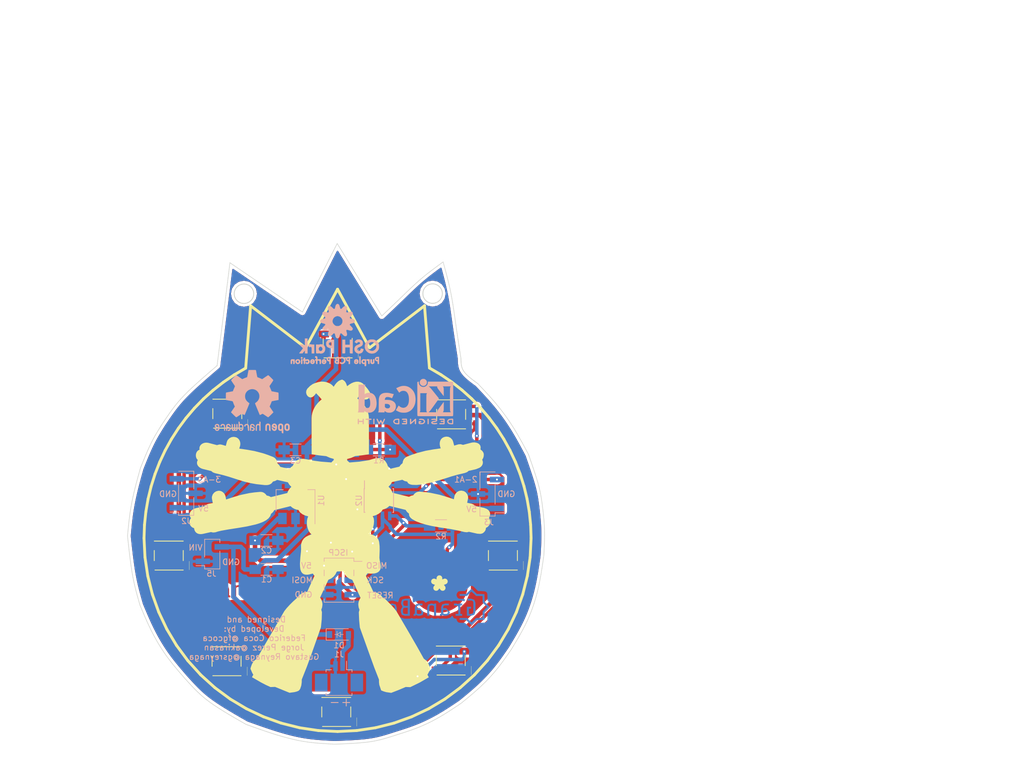
<source format=kicad_pcb>
(kicad_pcb (version 4) (host pcbnew 4.0.7-e2-6376~58~ubuntu16.04.1)
  (title_block (title "Project Title"))
  (layers (0 F.Cu signal) (31 B.Cu signal) (34 B.Paste user) (35 F.Paste user) (36 B.SilkS user) (37 F.SilkS user) (38 B.Mask user) (39 F.Mask user) (44 Edge.Cuts user))
  (net 0 "")
  (net 1 GND)
  (net 2 +5V)
  (net 3 MISO-1-PWM)
  (net 4 VCC)
  (net 5 VBAT)
  (net 6 "Net-(D2-Pad2)")
  (net 7 3-A3)
  (net 8 4-A2)
  (net 9 RESET)
  (net 10 MOSI-0-PWM)
  (net 11 SCK-2-A1)
  (net 12 "Net-(LED1-Pad4)")
  (net 13 "Net-(LED2-Pad4)")
  (net 14 "Net-(LED3-Pad4)")
  (net 15 "Net-(LED4-Pad4)")
  (net 16 "Net-(LED5-Pad4)")
  (net 17 "Net-(LED6-Pad4)")
  (net 18 "Net-(LED7-Pad4)")
  (net 19 "Net-(LED8-Pad4)")
  (module Granabot:logo_letra_Mask (layer B.Cu) (at 152.908 117.094 180)
    (fp_text reference svg2mod4 hide)
    (fp_text value G***4 hide)
  )
  (module "Granabot:hormiga con borde" (layer F.Cu) (at 136.271 100.1522)
    (fp_text reference svg2mod4 hide)
    (fp_text value G***4 hide)
  )
  (module OSHwi:D_SOD-123 (layer B.Cu) (at 136.525 121.92)
    (fp_text reference D1 (at 0 1.905) (layer B.SilkS) (effects (justify mirror)))
    (fp_text value MBRA140 hide)
    (pad 1 smd rect (at -1.65 0) (size 0.9 1.2) (layers B.Cu B.Paste B.Mask) (net 4 VCC))
    (pad 2 smd rect (at 1.65 0) (size 0.9 1.2) (layers B.Cu B.Paste B.Mask) (net 5 VBAT))
  )
  (module Connectors_Molex:Molex_PicoBlade_53261-0271_02x1.25mm_Angled (layer B.Cu) (at 136.525 128.905 180)
    (fp_text reference J1 (at 0 3.5 180) (layer B.SilkS) (effects (justify mirror)))
    (fp_text value CONN_01X02)
    (pad "" smd rect (at 3.125 -1.45 180) (size 2.2 3.1) (layers B.Cu B.Paste B.Mask))
    (pad "" smd rect (at -3.125 -1.45 180) (size 2.2 3.1) (layers B.Cu B.Paste B.Mask))
    (pad 2 smd rect (at 0.625 1.45 180) (size 0.8 1.7) (layers B.Cu B.Paste B.Mask) (net 1 GND))
    (pad 1 smd rect (at -0.625 1.45 180) (size 0.8 1.7) (layers B.Cu B.Paste B.Mask) (net 5 VBAT))
  )
  (module Pin_Headers:Pin_Header_Straight_2x03_Pitch2.54mm_SMD (layer B.Cu) (at 136.525 112.395 180)
    (fp_text reference J4 hide)
    (fp_text value CONN_02X03)
    (pad 6 smd rect (at 2.525 -2.54 180) (size 3.15 1) (layers B.Cu B.Paste B.Mask) (net 1 GND))
    (pad 5 smd rect (at -2.525 -2.54 180) (size 3.15 1) (layers B.Cu B.Paste B.Mask) (net 9 RESET))
    (pad 4 smd rect (at 2.525 0 180) (size 3.15 1) (layers B.Cu B.Paste B.Mask) (net 10 MOSI-0-PWM))
    (pad 3 smd rect (at -2.525 0 180) (size 3.15 1) (layers B.Cu B.Paste B.Mask) (net 11 SCK-2-A1))
    (pad 2 smd rect (at 2.525 2.54 180) (size 3.15 1) (layers B.Cu B.Paste B.Mask) (net 2 +5V))
    (pad 1 smd rect (at -2.525 2.54 180) (size 3.15 1) (layers B.Cu B.Paste B.Mask) (net 3 MISO-1-PWM))
  )
  (module Pin_Headers:Pin_Header_Straight_1x02_Pitch2.54mm_SMD_Pin1Left (layer B.Cu) (at 114.304 107.823)
    (fp_text reference J5 (at -0.131 3.429) (layer B.SilkS) (effects (justify mirror)))
    (fp_text value CONN_01X02)
    (pad 2 smd rect (at 1.655 -1.27) (size 2.51 1) (layers B.Cu B.Paste B.Mask) (net 4 VCC))
    (pad 1 smd rect (at -1.655 1.27) (size 2.51 1) (layers B.Cu B.Paste B.Mask) (net 1 GND))
  )
  (module OSHwi:WS2812B (layer F.Cu) (at 136.2964 70.866)
    (fp_text reference LED1)
    (fp_text value WS2812B hide)
    (pad 1 smd rect (at 2.4384 1.651) (size 1.8 1.2) (layers F.Cu F.Paste F.Mask) (net 1 GND))
    (pad 2 smd rect (at 2.4384 -1.651) (size 1.8 1.2) (layers F.Cu F.Paste F.Mask) (net 8 4-A2))
    (pad 3 smd rect (at -2.4384 -1.651) (size 1.8 1.2) (layers F.Cu F.Paste F.Mask) (net 2 +5V))
    (pad 4 smd rect (at -2.4384 1.651) (size 1.8 1.2) (layers F.Cu F.Paste F.Mask) (net 12 "Net-(LED1-Pad4)"))
  )
  (module OSHwi:WS2812B (layer F.Cu) (at 116.9416 83.185)
    (fp_text reference LED2)
    (fp_text value WS2812B hide)
    (pad 1 smd rect (at 2.4384 1.651) (size 1.8 1.2) (layers F.Cu F.Paste F.Mask) (net 1 GND))
    (pad 2 smd rect (at 2.4384 -1.651) (size 1.8 1.2) (layers F.Cu F.Paste F.Mask) (net 12 "Net-(LED1-Pad4)"))
    (pad 3 smd rect (at -2.4384 -1.651) (size 1.8 1.2) (layers F.Cu F.Paste F.Mask) (net 2 +5V))
    (pad 4 smd rect (at -2.4384 1.651) (size 1.8 1.2) (layers F.Cu F.Paste F.Mask) (net 13 "Net-(LED2-Pad4)"))
  )
  (module OSHwi:WS2812B (layer F.Cu) (at 106.68 108.077)
    (fp_text reference LED3)
    (fp_text value WS2812B hide)
    (pad 1 smd rect (at 2.4384 1.651) (size 1.8 1.2) (layers F.Cu F.Paste F.Mask) (net 1 GND))
    (pad 2 smd rect (at 2.4384 -1.651) (size 1.8 1.2) (layers F.Cu F.Paste F.Mask) (net 13 "Net-(LED2-Pad4)"))
    (pad 3 smd rect (at -2.4384 -1.651) (size 1.8 1.2) (layers F.Cu F.Paste F.Mask) (net 2 +5V))
    (pad 4 smd rect (at -2.4384 1.651) (size 1.8 1.2) (layers F.Cu F.Paste F.Mask) (net 14 "Net-(LED3-Pad4)"))
  )
  (module OSHwi:WS2812B (layer F.Cu) (at 116.8146 126.619)
    (fp_text reference LED4)
    (fp_text value WS2812B hide)
    (pad 1 smd rect (at 2.4384 1.651) (size 1.8 1.2) (layers F.Cu F.Paste F.Mask) (net 1 GND))
    (pad 2 smd rect (at 2.4384 -1.651) (size 1.8 1.2) (layers F.Cu F.Paste F.Mask) (net 14 "Net-(LED3-Pad4)"))
    (pad 3 smd rect (at -2.4384 -1.651) (size 1.8 1.2) (layers F.Cu F.Paste F.Mask) (net 2 +5V))
    (pad 4 smd rect (at -2.4384 1.651) (size 1.8 1.2) (layers F.Cu F.Paste F.Mask) (net 15 "Net-(LED4-Pad4)"))
  )
  (module OSHwi:WS2812B (layer F.Cu) (at 136.0424 135.509)
    (fp_text reference LED5)
    (fp_text value WS2812B hide)
    (pad 1 smd rect (at 2.4384 1.651) (size 1.8 1.2) (layers F.Cu F.Paste F.Mask) (net 1 GND))
    (pad 2 smd rect (at 2.4384 -1.651) (size 1.8 1.2) (layers F.Cu F.Paste F.Mask) (net 15 "Net-(LED4-Pad4)"))
    (pad 3 smd rect (at -2.4384 -1.651) (size 1.8 1.2) (layers F.Cu F.Paste F.Mask) (net 2 +5V))
    (pad 4 smd rect (at -2.4384 1.651) (size 1.8 1.2) (layers F.Cu F.Paste F.Mask) (net 16 "Net-(LED5-Pad4)"))
  )
  (module OSHwi:WS2812B (layer F.Cu) (at 156.1084 126.492)
    (fp_text reference LED6)
    (fp_text value WS2812B hide)
    (pad 1 smd rect (at 2.4384 1.651) (size 1.8 1.2) (layers F.Cu F.Paste F.Mask) (net 1 GND))
    (pad 2 smd rect (at 2.4384 -1.651) (size 1.8 1.2) (layers F.Cu F.Paste F.Mask) (net 16 "Net-(LED5-Pad4)"))
    (pad 3 smd rect (at -2.4384 -1.651) (size 1.8 1.2) (layers F.Cu F.Paste F.Mask) (net 2 +5V))
    (pad 4 smd rect (at -2.4384 1.651) (size 1.8 1.2) (layers F.Cu F.Paste F.Mask) (net 17 "Net-(LED6-Pad4)"))
  )
  (module OSHwi:WS2812B (layer F.Cu) (at 165.2524 108.077)
    (fp_text reference LED7)
    (fp_text value WS2812B hide)
    (pad 1 smd rect (at 2.4384 1.651) (size 1.8 1.2) (layers F.Cu F.Paste F.Mask) (net 1 GND))
    (pad 2 smd rect (at 2.4384 -1.651) (size 1.8 1.2) (layers F.Cu F.Paste F.Mask) (net 17 "Net-(LED6-Pad4)"))
    (pad 3 smd rect (at -2.4384 -1.651) (size 1.8 1.2) (layers F.Cu F.Paste F.Mask) (net 2 +5V))
    (pad 4 smd rect (at -2.4384 1.651) (size 1.8 1.2) (layers F.Cu F.Paste F.Mask) (net 18 "Net-(LED7-Pad4)"))
  )
  (module OSHwi:WS2812B (layer F.Cu) (at 156.1846 83.312)
    (fp_text reference LED8)
    (fp_text value WS2812B hide)
    (pad 1 smd rect (at 2.4384 1.651) (size 1.8 1.2) (layers F.Cu F.Paste F.Mask) (net 1 GND))
    (pad 2 smd rect (at 2.4384 -1.651) (size 1.8 1.2) (layers F.Cu F.Paste F.Mask) (net 18 "Net-(LED7-Pad4)"))
    (pad 3 smd rect (at -2.4384 -1.651) (size 1.8 1.2) (layers F.Cu F.Paste F.Mask) (net 2 +5V))
    (pad 4 smd rect (at -2.4384 1.651) (size 1.8 1.2) (layers F.Cu F.Paste F.Mask) (net 19 "Net-(LED8-Pad4)"))
  )
  (module TO_SOT_Packages_SMD:SOT-223-3Lead_TabPin2 (layer B.Cu) (at 128.905 98.425 90)
    (fp_text reference U1 (at 0 4.5 90) (layer B.SilkS) (effects (justify mirror)))
    (fp_text value LM340MP-5.0/NOPB)
    (pad 1 smd rect (at -3.15 2.3 90) (size 2 1.5) (layers B.Cu B.Paste B.Mask) (net 4 VCC))
    (pad 3 smd rect (at -3.15 -2.3 90) (size 2 1.5) (layers B.Cu B.Paste B.Mask) (net 2 +5V))
    (pad 2 smd rect (at -3.15 0 90) (size 2 1.5) (layers B.Cu B.Paste B.Mask) (net 1 GND))
    (pad 2 smd rect (at 3.15 0 90) (size 2 3.8) (layers B.Cu B.Paste B.Mask) (net 1 GND))
  )
  (module Housings_SOIC:SOIC-8_3.9x4.9mm_Pitch1.27mm (layer B.Cu) (at 143.51 98.425 270)
    (fp_text reference U2 (at 0 3.5 270) (layer B.SilkS) (effects (justify mirror)))
    (fp_text value ATTINY85-20SU)
    (pad 8 smd rect (at 2.7 1.905 270) (size 1.55 0.6) (layers B.Cu B.Paste B.Mask) (net 2 +5V))
    (pad 7 smd rect (at 2.7 0.635 270) (size 1.55 0.6) (layers B.Cu B.Paste B.Mask) (net 11 SCK-2-A1))
    (pad 6 smd rect (at 2.7 -0.635 270) (size 1.55 0.6) (layers B.Cu B.Paste B.Mask) (net 3 MISO-1-PWM))
    (pad 5 smd rect (at 2.7 -1.905 270) (size 1.55 0.6) (layers B.Cu B.Paste B.Mask) (net 10 MOSI-0-PWM))
    (pad 4 smd rect (at -2.7 -1.905 270) (size 1.55 0.6) (layers B.Cu B.Paste B.Mask) (net 1 GND))
    (pad 3 smd rect (at -2.7 -0.635 270) (size 1.55 0.6) (layers B.Cu B.Paste B.Mask) (net 8 4-A2))
    (pad 2 smd rect (at -2.7 0.635 270) (size 1.55 0.6) (layers B.Cu B.Paste B.Mask) (net 7 3-A3))
    (pad 1 smd rect (at -2.7 1.905 270) (size 1.55 0.6) (layers B.Cu B.Paste B.Mask) (net 9 RESET))
  )
  (module Granabot:CAPSENSE-CIRCLE2-D10MM (layer F.Cu) (at 154.051 113.03)
    (fp_text reference CAP1)
    (fp_text value CAPSENSE_CIRCLE hide)
    (pad 1 smd circle (at 0 0) (size 10.16 10.16) (layers F.Cu) (net 3 MISO-1-PWM) (clearance 0.508))
  )
  (module Symbols:OSHW-Logo2_14.6x12mm_SilkScreen (layer B.Cu) (at 121.3104 81.0768 180)
    (fp_text reference REF***OSHW hide)
    (fp_text value OSHW-Logo2_14.6x12mm_SilkScreen hide)
  )
  (module Symbols:KiCad-Logo2_8mm_SilkScreen (layer B.Cu) (at 148.1836 81.0514 180)
    (fp_text reference REF***KiCad hide)
    (fp_text value KiCad-Logo2_8mm_SilkScreen hide)
  )
  (module Pin_Headers:Pin_Header_Straight_1x03_Pitch2.54mm_SMD_Pin1Left (layer B.Cu) (at 109.732 97.155)
    (fp_text reference J2 (at 0 4.87) (layer B.SilkS) (effects (justify mirror)))
    (fp_text value CONN_01X03)
    (pad 2 smd rect (at 1.655 0) (size 2.51 1) (layers B.Cu B.Paste B.Mask) (net 1 GND))
    (pad 3 smd rect (at -1.655 -2.54) (size 2.51 1) (layers B.Cu B.Paste B.Mask) (net 7 3-A3))
    (pad 1 smd rect (at -1.655 2.54) (size 2.51 1) (layers B.Cu B.Paste B.Mask) (net 2 +5V))
  )
  (module Pin_Headers:Pin_Header_Straight_1x03_Pitch2.54mm_SMD_Pin1Right (layer B.Cu) (at 162.556 97.282)
    (fp_text reference J3 (at 0.258 4.953) (layer B.SilkS) (effects (justify mirror)))
    (fp_text value CONN_01X03)
    (pad 3 smd rect (at 1.655 -2.54) (size 2.51 1) (layers B.Cu B.Paste B.Mask) (net 11 SCK-2-A1))
    (pad 1 smd rect (at 1.655 2.54) (size 2.51 1) (layers B.Cu B.Paste B.Mask) (net 2 +5V))
    (pad 2 smd rect (at -1.655 0) (size 2.51 1) (layers B.Cu B.Paste B.Mask) (net 1 GND))
  )
  (module Capacitors_SMD:C_1206_HandSoldering (layer B.Cu) (at 123.825 110.5154)
    (fp_text reference C1 (at 0 1.75) (layer B.SilkS) (effects (justify mirror)))
    (fp_text value 0.22uF)
    (pad 2 smd rect (at 2 0) (size 2 1.6) (layers B.Cu B.Paste B.Mask) (net 1 GND))
    (pad 1 smd rect (at -2 0) (size 2 1.6) (layers B.Cu B.Paste B.Mask) (net 4 VCC))
  )
  (module Capacitors_SMD:C_1206_HandSoldering (layer B.Cu) (at 123.7996 105.4354)
    (fp_text reference C2 (at 0 1.75) (layer B.SilkS) (effects (justify mirror)))
    (fp_text value 0.1uF)
    (pad 2 smd rect (at 2 0) (size 2 1.6) (layers B.Cu B.Paste B.Mask) (net 1 GND))
    (pad 1 smd rect (at -2 0) (size 2 1.6) (layers B.Cu B.Paste B.Mask) (net 2 +5V))
  )
  (module Capacitors_SMD:C_1206_HandSoldering (layer B.Cu) (at 128.905 89.535 180)
    (fp_text reference C3 (at 0 -1.905 180) (layer B.SilkS) (effects (justify mirror)))
    (fp_text value 22nF)
    (pad 2 smd rect (at 2 0 180) (size 2 1.6) (layers B.Cu B.Paste B.Mask) (net 1 GND))
    (pad 1 smd rect (at -2 0 180) (size 2 1.6) (layers B.Cu B.Paste B.Mask) (net 2 +5V))
  )
  (module LEDs:LED_1206_HandSoldering (layer F.Cu) (at 136.8552 83.7184 180)
    (fp_text reference D2 (at 0 -1.85 180) (layer F.SilkS))
    (fp_text value ON)
    (pad 2 smd rect (at 2 0 180) (size 2 1.7) (layers F.Cu F.Paste F.Mask) (net 6 "Net-(D2-Pad2)"))
    (pad 1 smd rect (at -2 0 180) (size 2 1.7) (layers F.Cu F.Paste F.Mask) (net 1 GND))
  )
  (module Resistors_SMD:R_1206_HandSoldering (layer B.Cu) (at 143.51 89.535)
    (fp_text reference R1 (at 0 1.85) (layer B.SilkS) (effects (justify mirror)))
    (fp_text value 1k)
    (pad 2 smd rect (at 2 0) (size 2 1.7) (layers B.Cu B.Paste B.Mask) (net 6 "Net-(D2-Pad2)"))
    (pad 1 smd rect (at -2 0) (size 2 1.7) (layers B.Cu B.Paste B.Mask) (net 2 +5V))
  )
  (module Resistors_SMD:R_1206_HandSoldering (layer B.Cu) (at 154.4 102.87)
    (fp_text reference R2 (at 0 1.85) (layer B.SilkS) (effects (justify mirror)))
    (fp_text value "1M Ohms")
    (pad 2 smd rect (at 2 0) (size 2 1.7) (layers B.Cu B.Paste B.Mask) (net 3 MISO-1-PWM))
    (pad 1 smd rect (at -2 0) (size 2 1.7) (layers B.Cu B.Paste B.Mask) (net 10 MOSI-0-PWM))
  )
  (module Granabot:logo_letra_Cu (layer F.Cu) (at 118.7704 113.8682)
    (fp_text reference svg2mod1 hide)
    (fp_text value G***1 hide)
    (fp_poly (pts (xy -7.333423 2.742437) (xy -7.449553 2.626693) (xy -7.565828 2.5108) (xy -7.68221 2.3948) (xy -7.798383 2.279013) (xy -7.961671 2.279013) (xy -8.125166 2.279013) (xy -8.28881 2.279013) (xy -8.452159 2.279013) (xy -8.619247 2.269413) (xy -8.786545 2.259813) (xy -8.953996 2.250213) (xy -9.121146 2.240613) (xy -9.124986 2.073125) (xy -9.128826 1.905424) (xy -9.132666 1.737563) (xy -9.136506 1.570011) (xy -9.136506 1.359909) (xy -9.136506 1.150384) (xy -9.136506 0.939056) (xy -9.252223 0.823461) (xy -9.368086 0.707728) (xy -9.484057 0.591888) (xy -9.599817 0.476251) (xy -9.715534 0.360656) (xy -9.831397 0.244923) (xy -9.947367 0.129083) (xy -10.063127 0.013445) (xy -9.94741 -0.102853) (xy -9.831547 -0.219301) (xy -9.715577 -0.335856) (xy -9.599817 -0.452197) (xy -9.484099 -0.568496) (xy -9.368236 -0.684955) (xy -9.252266 -0.801509) (xy -9.136506 -0.917851) (xy -9.136506 -1.128592) (xy -9.136506 -1.338768) (xy -9.136506 -1.550747) (xy -9.129999 -1.720933) (xy -9.123492 -1.891323) (xy -9.116986 -2.061883) (xy -9.110479 -2.232123) (xy -8.940297 -2.244176) (xy -8.769901 -2.256229) (xy -8.599348 -2.268389) (xy -8.429104 -2.280443) (xy -8.265402 -2.280443) (xy -8.101492 -2.280443) (xy -7.937435 -2.280443) (xy -7.773671 -2.280443) (xy -7.65737 -2.396165) (xy -7.540922 -2.512027) (xy -7.424367 -2.627995) (xy -7.308022 -2.74376) (xy -7.191721 -2.859472) (xy -7.075273 -2.975344) (xy -6.958719 -3.091312) (xy -6.842374 -3.207067) (xy -6.726783 -3.091355) (xy -6.611047 -2.975483) (xy -6.495204 -2.859515) (xy -6.379571 -2.74376) (xy -6.26398 -2.628037) (xy -6.148244 -2.512176) (xy -6.032401 -2.396208) (xy -5.916768 -2.280443) (xy -5.72714 -2.280443) (xy -5.538031 -2.280443) (xy -5.34729 -2.280443) (xy -5.164277 -2.272976) (xy -4.981766 -2.265509) (xy -4.797679 -2.258043) (xy -4.725924 -2.095227) (xy -4.79593 -1.945968) (xy -4.996834 -1.940635) (xy -5.197189 -1.935301) (xy -5.399274 -1.929968) (xy -5.559853 -1.929968) (xy -5.720635 -1.929968) (xy -5.881563 -1.929968) (xy -6.042202 -1.929968) (xy -6.163089 -2.051504) (xy -6.283645 -2.172709) (xy -6.405242 -2.29496) (xy -6.541837 -2.425189) (xy -6.678058 -2.555056) (xy -6.815455 -2.686043) (xy -6.961484 -2.564645) (xy -7.107111 -2.443589) (xy -7.253998 -2.321477) (xy -7.384319 -2.191397) (xy -7.514283 -2.061669) (xy -7.645369 -1.930821) (xy -7.833119 -1.928688) (xy -8.020356 -1.926555) (xy -8.20921 -1.924421) (xy -8.396961 -1.922288) (xy -8.584198 -1.920155) (xy -8.773052 -1.918021) (xy -8.775292 -1.730267) (xy -8.777532 -1.543035) (xy -8.779772 -1.354181) (xy -8.782012 -1.166427) (xy -8.784252 -0.979195) (xy -8.786492 -0.790341) (xy -8.917677 -0.658917) (xy -9.048501 -0.527845) (xy -9.180457 -0.395653) (xy -9.311642 -0.264229) (xy -9.442466 -0.133168) (xy -9.574421 -0.000976) (xy -9.445182 0.128453) (xy -9.316295 0.25752) (xy -9.186297 0.387707) (xy -9.057056 0.517125) (xy -8.92817 0.646192) (xy -8.798171 0.776379) (xy -8.794011 0.966128) (xy -8.789851 1.155365) (xy -8.785691 1.346235) (xy -8.781531 1.535995) (xy -8.777371 1.725232) (xy -8.773211 1.916101) (xy -8.583455 1.920368) (xy -8.39422 1.924635) (xy -8.20335 1.928901) (xy -8.013595 1.933168) (xy -7.824359 1.937435) (xy -7.633489 1.941701) (xy -7.506055 2.068955) (xy -7.378972 2.195856) (xy -7.25079 2.323856) (xy -7.115438 2.451109) (xy -6.980455 2.578021) (xy -6.844308 2.706021) (xy -6.706133 2.576677) (xy -6.568337 2.447696) (xy -6.42935 2.317595) (xy -6.299095 2.188251) (xy -6.169197 2.059269) (xy -6.038176 1.929168) (xy -5.828359 1.929168) (xy -5.619119 1.929168) (xy -5.40807 1.929168) (xy -5.20646 1.935568) (xy -5.005403 1.941968) (xy -4.802608 1.948368) (xy -4.726085 2.111995) (xy -4.789776 2.260837) (xy -4.967725 2.267237) (xy -5.145187 2.273637) (xy -5.324181 2.280037) (xy -5.513211 2.280037) (xy -5.701722 2.280037) (xy -5.89186 2.280037) (xy -6.007524 2.395824) (xy -6.123333 2.511771) (xy -6.239249 2.627813) (xy -6.354956 2.743643) (xy -6.476942 2.859387) (xy -6.599082 2.97528) (xy -6.721333 3.09128) (xy -6.843364 3.207067) (xy -6.965817 3.09128) (xy -7.088422 2.975333) (xy -7.211141 2.859291) (xy -7.333638 2.743461) (xy -7.333587 2.744037) (xy -7.333423 2.742437)) (layer F.Cu) (width 0))
    (fp_poly (pts (xy -6.763411 1.543163) (xy -7.336785 1.363451) (xy -7.533615 0.815749) (xy -7.533615 -0.724656) (xy -7.336785 -1.26808) (xy -6.763411 -1.452069) (xy -6.160085 -1.452069) (xy -6.160085 -1.126875) (xy -6.806201 -1.126875) (xy -7.062935 -1.032688) (xy -7.161346 -0.805904) (xy -7.161346 0.897104) (xy -7.062935 1.123877) (xy -6.806201 1.218064) (xy -6.386867 1.218064) (xy -6.386867 0.289541) (xy -6.759133 0.289541) (xy -6.759133 -0.031387) (xy -6.031718 -0.031387) (xy -6.031718 1.543259) (xy -6.763411 1.543259) (xy -6.763411 1.543163)) (layer F.Cu) (width 0))
    (fp_poly (pts (xy -4.888982 1.222245) (xy -4.888982 -0.275376) (xy -5.201343 -0.275376) (xy -5.201343 -0.596293) (xy -4.54667 -0.596293) (xy -4.54667 -0.480763) (xy -4.204357 -0.596293) (xy -3.76363 -0.596293) (xy -3.76363 -0.253979) (xy -4.247147 -0.253979) (xy -4.452534 -0.164165) (xy -4.52527 0.011269) (xy -4.52527 1.222203) (xy -4.058869 1.222203) (xy -4.058869 1.54312) (xy -5.201338 1.54312) (xy -5.201338 1.222203) (xy -4.888977 1.222203) (xy -4.888982 1.222245)) (layer F.Cu) (width 0))
    (fp_poly (pts (xy -1.538331 1.543163) (xy -2.077471 1.222288) (xy -1.914873 1.162341) (xy -1.880643 1.008293) (xy -1.880643 0.537616) (xy -2.415507 0.537616) (xy -2.5995 0.610363) (xy -2.672236 0.794352) (xy -2.672236 1.008293) (xy -2.620886 1.170896) (xy -2.458288 1.222203) (xy -2.077465 1.222203) (xy -2.077471 1.222288) (xy -1.538331 1.543163) (xy -1.662419 1.508923) (xy -1.77367 1.414736) (xy -2.034684 1.543109) (xy -2.415507 1.543109) (xy -2.890466 1.414736) (xy -3.035949 0.965456) (xy -3.035949 0.879909) (xy -2.411228 0.216677) (xy -1.880643 0.216677) (xy -1.880643 0.002736) (xy -1.961945 -0.202651) (xy -2.201564 -0.275397) (xy -2.864795 -0.275397) (xy -2.864795 -0.596315) (xy -2.244353 -0.596315) (xy -1.696653 -0.433712) (xy -1.516939 0.088315) (xy -1.516939 1.115248) (xy -1.469867 1.213701) (xy -1.302989 1.243675) (xy -1.302989 1.543205) (xy -1.538329 1.543205) (xy -1.538331 1.543163)) (layer F.Cu) (width 0))
    (fp_poly (pts (xy -0.301459 -0.596293) (xy -0.301459 -0.493573) (xy 0.040853 -0.596293) (xy 0.237683 -0.596293) (xy 0.751152 -0.433691) (xy 0.922308 0.088336) (xy 0.922308 1.543163) (xy 0.558601 1.543163) (xy 0.558601 0.002757) (xy 0.481577 -0.198352) (xy 0.280468 -0.275365) (xy -0.00194 -0.275365) (xy -0.211606 -0.198352) (xy -0.280065 -0.040037) (xy -0.280065 1.543163) (xy -0.643772 1.543163) (xy -0.643772 -0.596293) (xy -0.301459 -0.596293)) (layer F.Cu) (width 0))
    (fp_poly (pts (xy 3.074866 1.543163) (xy 2.535726 1.222288) (xy 2.698324 1.162341) (xy 2.732554 1.008293) (xy 2.732554 0.537616) (xy 2.19769 0.537616) (xy 2.013697 0.610363) (xy 1.94095 0.794352) (xy 1.94095 1.008293) (xy 1.9923 1.170896) (xy 2.154898 1.222203) (xy 2.535722 1.222203) (xy 2.535726 1.222288) (xy 3.074866 1.543163) (xy 2.950778 1.508923) (xy 2.839526 1.414736) (xy 2.578513 1.543109) (xy 2.19769 1.543109) (xy 1.722731 1.414736) (xy 1.577248 0.965456) (xy 1.577248 0.879909) (xy 2.201969 0.216677) (xy 2.732554 0.216677) (xy 2.732554 0.002736) (xy 2.651252 -0.202651) (xy 2.411633 -0.275397) (xy 1.748402 -0.275397) (xy 1.748402 -0.596315) (xy 2.368844 -0.596315) (xy 2.916544 -0.433712) (xy 3.096258 0.088315) (xy 3.096258 1.115248) (xy 3.14333 1.213701) (xy 3.310208 1.243675) (xy 3.310208 1.543205) (xy 3.074868 1.543205) (xy 3.074866 1.543163)) (layer F.Cu) (width 0))
    (fp_poly (pts (xy 5.544062 0.867088) (xy 4.816643 -0.185531) (xy 5.039147 -0.271077) (xy 5.129003 -0.497861) (xy 5.129003 -0.823056) (xy 5.129008 -0.823077) (xy 5.051984 -1.058416) (xy 4.816643 -1.131163) (xy 4.333127 -1.131163) (xy 4.333127 -0.185531) (xy 4.816643 -0.185531) (xy 5.544062 0.867088) (xy 5.171797 0.443504) (xy 5.086219 0.220997) (xy 4.859437 0.135451) (xy 4.333132 0.135451) (xy 4.333132 1.222299) (xy 4.855158 1.222299) (xy 5.094777 1.149552) (xy 5.171801 0.909936) (xy 5.171801 0.443536) (xy 5.171797 0.443504) (xy 5.544062 0.867088) (xy 5.372906 1.389115) (xy 4.816647 1.543163) (xy 3.960866 1.543163) (xy 3.960866 -1.452069) (xy 4.765301 -1.452069) (xy 5.321559 -1.298032) (xy 5.501274 -0.78456) (xy 5.501274 -0.540667) (xy 5.265933 -0.044315) (xy 5.544062 0.481989) (xy 5.544062 0.867088)) (layer F.Cu) (width 0))
    (fp_poly (pts (xy 7.85494 0.858533) (xy 7.491233 0.002757) (xy 7.409932 -0.202629) (xy 7.170313 -0.275376) (xy 6.943531 -0.275376) (xy 6.703911 -0.202629) (xy 6.62261 0.002757) (xy 6.62261 0.944112) (xy 6.703911 1.149499) (xy 6.943531 1.222245) (xy 7.170313 1.222245) (xy 7.409932 1.149499) (xy 7.491233 0.944112) (xy 7.491233 0.002757) (xy 7.85494 0.858533) (xy 7.675226 1.38056) (xy 7.127525 1.543163) (xy 6.986322 1.543163) (xy 6.434342 1.38056) (xy 6.258908 0.858533) (xy 6.258908 0.088336) (xy 6.434342 -0.433691) (xy 6.986322 -0.596293) (xy 7.127525 -0.596293) (xy 7.675226 -0.433691) (xy 7.85494 0.088336) (xy 7.85494 0.858533)) (layer F.Cu) (width 0))
    (fp_poly (pts (xy 9.523982 1.543163) (xy 9.190227 1.401957) (xy 9.074697 1.029691) (xy 9.074697 -0.275376) (xy 8.668201 -0.275376) (xy 8.668201 -0.596293) (xy 9.074697 -0.596293) (xy 9.074697 -1.109765) (xy 9.438403 -1.109765) (xy 9.438403 -0.596293) (xy 10.063124 -0.596293) (xy 10.063124 -0.275376) (xy 9.438403 -0.275376) (xy 9.438403 1.051088) (xy 9.485475 1.183728) (xy 9.630958 1.222235) (xy 10.063127 1.222235) (xy 10.063127 1.543152) (xy 9.523985 1.543152) (xy 9.523982 1.543163)) (layer F.Cu) (width 0))
  )
  (module Granabot:logo_letra_Mask (layer F.Cu) (at 118.7704 113.8682)
    (fp_text reference svg2mod2 hide)
    (fp_text value G***2 hide)
  )
  (module Granabot:logo_letra_Cu (layer B.Cu) (at 152.908 117.094 180)
    (fp_text reference svg2mod3 hide)
    (fp_text value G***3 hide)
    (fp_poly (pts (xy -7.333423 -2.742437) (xy -7.449553 -2.626693) (xy -7.565828 -2.5108) (xy -7.68221 -2.3948) (xy -7.798383 -2.279013) (xy -7.961671 -2.279013) (xy -8.125166 -2.279013) (xy -8.28881 -2.279013) (xy -8.452159 -2.279013) (xy -8.619247 -2.269413) (xy -8.786545 -2.259813) (xy -8.953996 -2.250213) (xy -9.121146 -2.240613) (xy -9.124986 -2.073125) (xy -9.128826 -1.905424) (xy -9.132666 -1.737563) (xy -9.136506 -1.570011) (xy -9.136506 -1.359909) (xy -9.136506 -1.150384) (xy -9.136506 -0.939056) (xy -9.252223 -0.823461) (xy -9.368086 -0.707728) (xy -9.484057 -0.591888) (xy -9.599817 -0.476251) (xy -9.715534 -0.360656) (xy -9.831397 -0.244923) (xy -9.947367 -0.129083) (xy -10.063127 -0.013445) (xy -9.94741 0.102853) (xy -9.831547 0.219301) (xy -9.715577 0.335856) (xy -9.599817 0.452197) (xy -9.484099 0.568496) (xy -9.368236 0.684955) (xy -9.252266 0.801509) (xy -9.136506 0.917851) (xy -9.136506 1.128592) (xy -9.136506 1.338768) (xy -9.136506 1.550747) (xy -9.129999 1.720933) (xy -9.123492 1.891323) (xy -9.116986 2.061883) (xy -9.110479 2.232123) (xy -8.940297 2.244176) (xy -8.769901 2.256229) (xy -8.599348 2.268389) (xy -8.429104 2.280443) (xy -8.265402 2.280443) (xy -8.101492 2.280443) (xy -7.937435 2.280443) (xy -7.773671 2.280443) (xy -7.65737 2.396165) (xy -7.540922 2.512027) (xy -7.424367 2.627995) (xy -7.308022 2.74376) (xy -7.191721 2.859472) (xy -7.075273 2.975344) (xy -6.958719 3.091312) (xy -6.842374 3.207067) (xy -6.726783 3.091355) (xy -6.611047 2.975483) (xy -6.495204 2.859515) (xy -6.379571 2.74376) (xy -6.26398 2.628037) (xy -6.148244 2.512176) (xy -6.032401 2.396208) (xy -5.916768 2.280443) (xy -5.72714 2.280443) (xy -5.538031 2.280443) (xy -5.34729 2.280443) (xy -5.164277 2.272976) (xy -4.981766 2.265509) (xy -4.797679 2.258043) (xy -4.725924 2.095227) (xy -4.79593 1.945968) (xy -4.996834 1.940635) (xy -5.197189 1.935301) (xy -5.399274 1.929968) (xy -5.559853 1.929968) (xy -5.720635 1.929968) (xy -5.881563 1.929968) (xy -6.042202 1.929968) (xy -6.163089 2.051504) (xy -6.283645 2.172709) (xy -6.405242 2.29496) (xy -6.541837 2.425189) (xy -6.678058 2.555056) (xy -6.815455 2.686043) (xy -6.961484 2.564645) (xy -7.107111 2.443589) (xy -7.253998 2.321477) (xy -7.384319 2.191397) (xy -7.514283 2.061669) (xy -7.645369 1.930821) (xy -7.833119 1.928688) (xy -8.020356 1.926555) (xy -8.20921 1.924421) (xy -8.396961 1.922288) (xy -8.584198 1.920155) (xy -8.773052 1.918021) (xy -8.775292 1.730267) (xy -8.777532 1.543035) (xy -8.779772 1.354181) (xy -8.782012 1.166427) (xy -8.784252 0.979195) (xy -8.786492 0.790341) (xy -8.917677 0.658917) (xy -9.048501 0.527845) (xy -9.180457 0.395653) (xy -9.311642 0.264229) (xy -9.442466 0.133168) (xy -9.574421 0.000976) (xy -9.445182 -0.128453) (xy -9.316295 -0.25752) (xy -9.186297 -0.387707) (xy -9.057056 -0.517125) (xy -8.92817 -0.646192) (xy -8.798171 -0.776379) (xy -8.794011 -0.966128) (xy -8.789851 -1.155365) (xy -8.785691 -1.346235) (xy -8.781531 -1.535995) (xy -8.777371 -1.725232) (xy -8.773211 -1.916101) (xy -8.583455 -1.920368) (xy -8.39422 -1.924635) (xy -8.20335 -1.928901) (xy -8.013595 -1.933168) (xy -7.824359 -1.937435) (xy -7.633489 -1.941701) (xy -7.506055 -2.068955) (xy -7.378972 -2.195856) (xy -7.25079 -2.323856) (xy -7.115438 -2.451109) (xy -6.980455 -2.578021) (xy -6.844308 -2.706021) (xy -6.706133 -2.576677) (xy -6.568337 -2.447696) (xy -6.42935 -2.317595) (xy -6.299095 -2.188251) (xy -6.169197 -2.059269) (xy -6.038176 -1.929168) (xy -5.828359 -1.929168) (xy -5.619119 -1.929168) (xy -5.40807 -1.929168) (xy -5.20646 -1.935568) (xy -5.005403 -1.941968) (xy -4.802608 -1.948368) (xy -4.726085 -2.111995) (xy -4.789776 -2.260837) (xy -4.967725 -2.267237) (xy -5.145187 -2.273637) (xy -5.324181 -2.280037) (xy -5.513211 -2.280037) (xy -5.701722 -2.280037) (xy -5.89186 -2.280037) (xy -6.007524 -2.395824) (xy -6.123333 -2.511771) (xy -6.239249 -2.627813) (xy -6.354956 -2.743643) (xy -6.476942 -2.859387) (xy -6.599082 -2.97528) (xy -6.721333 -3.09128) (xy -6.843364 -3.207067) (xy -6.965817 -3.09128) (xy -7.088422 -2.975333) (xy -7.211141 -2.859291) (xy -7.333638 -2.743461) (xy -7.333587 -2.744037) (xy -7.333423 -2.742437)) (layer B.Cu) (width 0))
    (fp_poly (pts (xy -6.763411 -1.543163) (xy -7.336785 -1.363451) (xy -7.533615 -0.815749) (xy -7.533615 0.724656) (xy -7.336785 1.26808) (xy -6.763411 1.452069) (xy -6.160085 1.452069) (xy -6.160085 1.126875) (xy -6.806201 1.126875) (xy -7.062935 1.032688) (xy -7.161346 0.805904) (xy -7.161346 -0.897104) (xy -7.062935 -1.123877) (xy -6.806201 -1.218064) (xy -6.386867 -1.218064) (xy -6.386867 -0.289541) (xy -6.759133 -0.289541) (xy -6.759133 0.031387) (xy -6.031718 0.031387) (xy -6.031718 -1.543259) (xy -6.763411 -1.543259) (xy -6.763411 -1.543163)) (layer B.Cu) (width 0))
    (fp_poly (pts (xy -4.888982 -1.222245) (xy -4.888982 0.275376) (xy -5.201343 0.275376) (xy -5.201343 0.596293) (xy -4.54667 0.596293) (xy -4.54667 0.480763) (xy -4.204357 0.596293) (xy -3.76363 0.596293) (xy -3.76363 0.253979) (xy -4.247147 0.253979) (xy -4.452534 0.164165) (xy -4.52527 -0.011269) (xy -4.52527 -1.222203) (xy -4.058869 -1.222203) (xy -4.058869 -1.54312) (xy -5.201338 -1.54312) (xy -5.201338 -1.222203) (xy -4.888977 -1.222203) (xy -4.888982 -1.222245)) (layer B.Cu) (width 0))
    (fp_poly (pts (xy -1.538331 -1.543163) (xy -2.077471 -1.222288) (xy -1.914873 -1.162341) (xy -1.880643 -1.008293) (xy -1.880643 -0.537616) (xy -2.415507 -0.537616) (xy -2.5995 -0.610363) (xy -2.672236 -0.794352) (xy -2.672236 -1.008293) (xy -2.620886 -1.170896) (xy -2.458288 -1.222203) (xy -2.077465 -1.222203) (xy -2.077471 -1.222288) (xy -1.538331 -1.543163) (xy -1.662419 -1.508923) (xy -1.77367 -1.414736) (xy -2.034684 -1.543109) (xy -2.415507 -1.543109) (xy -2.890466 -1.414736) (xy -3.035949 -0.965456) (xy -3.035949 -0.879909) (xy -2.411228 -0.216677) (xy -1.880643 -0.216677) (xy -1.880643 -0.002736) (xy -1.961945 0.202651) (xy -2.201564 0.275397) (xy -2.864795 0.275397) (xy -2.864795 0.596315) (xy -2.244353 0.596315) (xy -1.696653 0.433712) (xy -1.516939 -0.088315) (xy -1.516939 -1.115248) (xy -1.469867 -1.213701) (xy -1.302989 -1.243675) (xy -1.302989 -1.543205) (xy -1.538329 -1.543205) (xy -1.538331 -1.543163)) (layer B.Cu) (width 0))
    (fp_poly (pts (xy -0.301459 0.596293) (xy -0.301459 0.493573) (xy 0.040853 0.596293) (xy 0.237683 0.596293) (xy 0.751152 0.433691) (xy 0.922308 -0.088336) (xy 0.922308 -1.543163) (xy 0.558601 -1.543163) (xy 0.558601 -0.002757) (xy 0.481577 0.198352) (xy 0.280468 0.275365) (xy -0.00194 0.275365) (xy -0.211606 0.198352) (xy -0.280065 0.040037) (xy -0.280065 -1.543163) (xy -0.643772 -1.543163) (xy -0.643772 0.596293) (xy -0.301459 0.596293)) (layer B.Cu) (width 0))
    (fp_poly (pts (xy 3.074866 -1.543163) (xy 2.535726 -1.222288) (xy 2.698324 -1.162341) (xy 2.732554 -1.008293) (xy 2.732554 -0.537616) (xy 2.19769 -0.537616) (xy 2.013697 -0.610363) (xy 1.94095 -0.794352) (xy 1.94095 -1.008293) (xy 1.9923 -1.170896) (xy 2.154898 -1.222203) (xy 2.535722 -1.222203) (xy 2.535726 -1.222288) (xy 3.074866 -1.543163) (xy 2.950778 -1.508923) (xy 2.839526 -1.414736) (xy 2.578513 -1.543109) (xy 2.19769 -1.543109) (xy 1.722731 -1.414736) (xy 1.577248 -0.965456) (xy 1.577248 -0.879909) (xy 2.201969 -0.216677) (xy 2.732554 -0.216677) (xy 2.732554 -0.002736) (xy 2.651252 0.202651) (xy 2.411633 0.275397) (xy 1.748402 0.275397) (xy 1.748402 0.596315) (xy 2.368844 0.596315) (xy 2.916544 0.433712) (xy 3.096258 -0.088315) (xy 3.096258 -1.115248) (xy 3.14333 -1.213701) (xy 3.310208 -1.243675) (xy 3.310208 -1.543205) (xy 3.074868 -1.543205) (xy 3.074866 -1.543163)) (layer B.Cu) (width 0))
    (fp_poly (pts (xy 5.544062 -0.867088) (xy 4.816643 0.185531) (xy 5.039147 0.271077) (xy 5.129003 0.497861) (xy 5.129003 0.823056) (xy 5.129008 0.823077) (xy 5.051984 1.058416) (xy 4.816643 1.131163) (xy 4.333127 1.131163) (xy 4.333127 0.185531) (xy 4.816643 0.185531) (xy 5.544062 -0.867088) (xy 5.171797 -0.443504) (xy 5.086219 -0.220997) (xy 4.859437 -0.135451) (xy 4.333132 -0.135451) (xy 4.333132 -1.222299) (xy 4.855158 -1.222299) (xy 5.094777 -1.149552) (xy 5.171801 -0.909936) (xy 5.171801 -0.443536) (xy 5.171797 -0.443504) (xy 5.544062 -0.867088) (xy 5.372906 -1.389115) (xy 4.816647 -1.543163) (xy 3.960866 -1.543163) (xy 3.960866 1.452069) (xy 4.765301 1.452069) (xy 5.321559 1.298032) (xy 5.501274 0.78456) (xy 5.501274 0.540667) (xy 5.265933 0.044315) (xy 5.544062 -0.481989) (xy 5.544062 -0.867088)) (layer B.Cu) (width 0))
    (fp_poly (pts (xy 7.85494 -0.858533) (xy 7.491233 -0.002757) (xy 7.409932 0.202629) (xy 7.170313 0.275376) (xy 6.943531 0.275376) (xy 6.703911 0.202629) (xy 6.62261 -0.002757) (xy 6.62261 -0.944112) (xy 6.703911 -1.149499) (xy 6.943531 -1.222245) (xy 7.170313 -1.222245) (xy 7.409932 -1.149499) (xy 7.491233 -0.944112) (xy 7.491233 -0.002757) (xy 7.85494 -0.858533) (xy 7.675226 -1.38056) (xy 7.127525 -1.543163) (xy 6.986322 -1.543163) (xy 6.434342 -1.38056) (xy 6.258908 -0.858533) (xy 6.258908 -0.088336) (xy 6.434342 0.433691) (xy 6.986322 0.596293) (xy 7.127525 0.596293) (xy 7.675226 0.433691) (xy 7.85494 -0.088336) (xy 7.85494 -0.858533)) (layer B.Cu) (width 0))
    (fp_poly (pts (xy 9.523982 -1.543163) (xy 9.190227 -1.401957) (xy 9.074697 -1.029691) (xy 9.074697 0.275376) (xy 8.668201 0.275376) (xy 8.668201 0.596293) (xy 9.074697 0.596293) (xy 9.074697 1.109765) (xy 9.438403 1.109765) (xy 9.438403 0.596293) (xy 10.063124 0.596293) (xy 10.063124 0.275376) (xy 9.438403 0.275376) (xy 9.438403 -1.051088) (xy 9.485475 -1.183728) (xy 9.630958 -1.222235) (xy 10.063127 -1.222235) (xy 10.063127 -1.543152) (xy 9.523985 -1.543152) (xy 9.523982 -1.543163)) (layer B.Cu) (width 0))
  )
  (module varios:OSHpark-2-1200 (layer B.Cu) (at 135.9408 72.39 180)
    (fp_text reference G***1 hide)
    (fp_text value LOGO1 hide)
  )
  (module varios:OSHpark-1-1200 (layer B.Cu) (at 136.3218 66.929 180)
    (fp_text reference G***2 hide)
    (fp_text value LOGO2 hide)
  )
  (gr_circle (center 119.8626 62.1538) (end 121.031 63.3984) (layer Edge.Cuts) (width 0.1524))
  (gr_circle (center 152.9334 62.1284) (end 154.1018 63.373) (layer Edge.Cuts) (width 0.1524))
  (gr_text - (at 135.763 133.731) (layer B.SilkS) (effects (font (size 1.6 1.6) (thickness 0.1524)) (justify mirror)))
  (gr_text + (at 137.795 133.731) (layer B.SilkS) (effects (font (size 1.6 1.6) (thickness 0.1524)) (justify mirror)))
  (gr_text ISCP (at 136.398 107.569) (layer B.SilkS) (effects (font (size 1.016 1.016) (thickness 0.1524)) (justify mirror)))
  (gr_text 5V (at 159.766 99.949) (layer B.SilkS) (effects (font (size 1.016 1.016) (thickness 0.1524)) (justify mirror)))
  (gr_text GND (at 165.862 97.282) (layer B.SilkS) (effects (font (size 1.016 1.016) (thickness 0.1524)) (justify mirror)))
  (gr_text 5V (at 112.776 99.822) (layer B.SilkS) (effects (font (size 1.016 1.016) (thickness 0.1524)) (justify mirror)))
  (gr_text GND (at 106.553 97.282) (layer B.SilkS) (effects (font (size 1.016 1.016) (thickness 0.1524)) (justify mirror)))
  (gr_text "Designed and \nDeveloped by:\nFederico Coca @fgcoca\nJorge Perez @akirasan\nGustavo Reynaga @gsreynaga" (at 121.6406 122.555) (layer B.SilkS) (effects (font (size 1.016 1.016) (thickness 0.1524)) (justify mirror)))
  (gr_text VIN (at 111.379 106.68) (layer B.SilkS) (effects (font (size 1.016 1.016) (thickness 0.1524)) (justify mirror)))
  (gr_text GND (at 117.602 109.22) (layer B.SilkS) (effects (font (size 1.016 1.016) (thickness 0.1524)) (justify mirror)))
  (gr_text 2-A1 (at 158.75 94.742) (layer B.SilkS) (effects (font (size 1.016 1.016) (thickness 0.1524)) (justify mirror)))
  (gr_text 3-A3 (at 113.792 94.742) (layer B.SilkS) (effects (font (size 1.016 1.016) (thickness 0.1524)) (justify mirror)))
  (gr_text 5V (at 130.81 109.855) (layer B.SilkS) (effects (font (size 1.016 1.016) (thickness 0.1524)) (justify mirror)))
  (gr_text MOSI (at 130.048 112.395) (layer B.SilkS) (effects (font (size 1.016 1.016) (thickness 0.1524)) (justify mirror)))
  (gr_text GND (at 130.302 114.935) (layer B.SilkS) (effects (font (size 1.016 1.016) (thickness 0.1524)) (justify mirror)))
  (gr_text RESET (at 143.764 115.062) (layer B.SilkS) (effects (font (size 1.016 1.016) (thickness 0.1524)) (justify mirror)))
  (gr_text SCK (at 142.875 112.395) (layer B.SilkS) (effects (font (size 1.016 1.016) (thickness 0.1524)) (justify mirror)))
  (gr_text MISO (at 143.129 109.855) (layer B.SilkS) (effects (font (size 1.016 1.016) (thickness 0.1524)) (justify mirror)))
  (gr_text * (at 154.1272 114.2492) (layer F.SilkS) (effects (font (size 4 4) (thickness 1))))
  (gr_line (start 116.401525 64.786061) (end 116.449326 64.402071) (layer Edge.Cuts) (width 0.1))
  (gr_line (start 116.640493 62.866106) (end 116.688291 62.482115) (layer Edge.Cuts) (width 0.1))
  (gr_line (start 151.135043 59.348714) (end 151.369706 59.153944) (layer Edge.Cuts) (width 0.1))
  (gr_line (start 150.90218 59.545621) (end 151.135043 59.348714) (layer Edge.Cuts) (width 0.1))
  (gr_line (start 150.671133 59.744685) (end 150.90218 59.545621) (layer Edge.Cuts) (width 0.1))
  (gr_line (start 119.8392 58.37818) (end 120.109576 58.562164) (layer Edge.Cuts) (width 0.1))
  (gr_line (start 116.018521 67.857907) (end 116.066484 67.473937) (layer Edge.Cuts) (width 0.1))
  (gr_line (start 118.487321 57.458262) (end 118.757696 57.642246) (layer Edge.Cuts) (width 0.1))
  (gr_line (start 116.353716 65.17005) (end 116.401525 64.786061) (layer Edge.Cuts) (width 0.1))
  (gr_line (start 139.864613 59.286899) (end 140.030998 59.557275) (layer Edge.Cuts) (width 0.1))
  (gr_line (start 139.698228 59.016523) (end 139.864613 59.286899) (layer Edge.Cuts) (width 0.1))
  (gr_line (start 139.531843 58.746147) (end 139.698228 59.016523) (layer Edge.Cuts) (width 0.1))
  (gr_line (start 156.49338 64.051284) (end 156.550257 64.412461) (layer Edge.Cuts) (width 0.1))
  (gr_line (start 156.434642 63.690481) (end 156.49338 64.051284) (layer Edge.Cuts) (width 0.1))
  (gr_line (start 156.3738 63.330102) (end 156.434642 63.690481) (layer Edge.Cuts) (width 0.1))
  (gr_line (start 171.007122 94.065141) (end 171.073243 94.272915) (layer Edge.Cuts) (width 0.1))
  (gr_line (start 170.940248 93.857618) (end 171.007122 94.065141) (layer Edge.Cuts) (width 0.1))
  (gr_line (start 170.872747 93.65033) (end 170.940248 93.857618) (layer Edge.Cuts) (width 0.1))
  (gr_line (start 170.804739 93.443256) (end 170.872747 93.65033) (layer Edge.Cuts) (width 0.1))
  (gr_line (start 170.736289 93.236383) (end 170.804739 93.443256) (layer Edge.Cuts) (width 0.1))
  (gr_line (start 170.667425 93.029696) (end 170.736289 93.236383) (layer Edge.Cuts) (width 0.1))
  (gr_line (start 116.975206 60.178189) (end 117.023042 59.794203) (layer Edge.Cuts) (width 0.1))
  (gr_line (start 148.339337 138.979225) (end 148.081475 139.064148) (layer Edge.Cuts) (width 0.1))
  (gr_line (start 148.59675 138.893119) (end 148.339337 138.979225) (layer Edge.Cuts) (width 0.1))
  (gr_line (start 148.853647 138.80566) (end 148.59675 138.893119) (layer Edge.Cuts) (width 0.1))
  (gr_line (start 149.109964 138.716679) (end 148.853647 138.80566) (layer Edge.Cuts) (width 0.1))
  (gr_line (start 149.365638 138.626008) (end 149.109964 138.716679) (layer Edge.Cuts) (width 0.1))
  (gr_line (start 149.620604 138.533477) (end 149.365638 138.626008) (layer Edge.Cuts) (width 0.1))
  (gr_line (start 149.874797 138.438918) (end 149.620604 138.533477) (layer Edge.Cuts) (width 0.1))
  (gr_line (start 150.128153 138.34216) (end 149.874797 138.438918) (layer Edge.Cuts) (width 0.1))
  (gr_line (start 150.380607 138.243036) (end 150.128153 138.34216) (layer Edge.Cuts) (width 0.1))
  (gr_line (start 150.632096 138.141377) (end 150.380607 138.243036) (layer Edge.Cuts) (width 0.1))
  (gr_line (start 150.882576 138.037097) (end 150.632096 138.141377) (layer Edge.Cuts) (width 0.1))
  (gr_line (start 151.132033 137.930237) (end 150.882576 138.037097) (layer Edge.Cuts) (width 0.1))
  (gr_line (start 151.380459 137.820849) (end 151.132033 137.930237) (layer Edge.Cuts) (width 0.1))
  (gr_line (start 131.927722 61.785877) (end 132.057311 61.529899) (layer Edge.Cuts) (width 0.1))
  (gr_line (start 131.798134 62.041854) (end 131.927722 61.785877) (layer Edge.Cuts) (width 0.1))
  (gr_line (start 156.310611 62.970195) (end 156.3738 63.330102) (layer Edge.Cuts) (width 0.1))
  (gr_line (start 156.24483 62.610811) (end 156.310611 62.970195) (layer Edge.Cuts) (width 0.1))
  (gr_line (start 156.176216 62.251999) (end 156.24483 62.610811) (layer Edge.Cuts) (width 0.1))
  (gr_line (start 135.037844 55.642424) (end 135.167432 55.386447) (layer Edge.Cuts) (width 0.1))
  (gr_line (start 134.908255 55.898401) (end 135.037844 55.642424) (layer Edge.Cuts) (width 0.1))
  (gr_line (start 170.598178 92.823183) (end 170.667425 93.029696) (layer Edge.Cuts) (width 0.1))
  (gr_line (start 170.528577 92.61683) (end 170.598178 92.823183) (layer Edge.Cuts) (width 0.1))
  (gr_line (start 170.458651 92.410623) (end 170.528577 92.61683) (layer Edge.Cuts) (width 0.1))
  (gr_line (start 170.38843 92.20455) (end 170.458651 92.410623) (layer Edge.Cuts) (width 0.1))
  (gr_line (start 170.317943 91.998597) (end 170.38843 92.20455) (layer Edge.Cuts) (width 0.1))
  (gr_line (start 170.247221 91.79275) (end 170.317943 91.998597) (layer Edge.Cuts) (width 0.1))
  (gr_line (start 157.981121 74.684342) (end 158.003353 74.801709) (layer Edge.Cuts) (width 0.1))
  (gr_line (start 157.962456 74.565548) (end 157.981121 74.684342) (layer Edge.Cuts) (width 0.1))
  (gr_line (start 157.947002 74.44547) (end 157.962456 74.565548) (layer Edge.Cuts) (width 0.1))
  (gr_line (start 157.934401 74.324251) (end 157.947002 74.44547) (layer Edge.Cuts) (width 0.1))
  (gr_line (start 171.714798 96.580338) (end 171.762044 96.792576) (layer Edge.Cuts) (width 0.1))
  (gr_line (start 171.665285 96.368574) (end 171.714798 96.580338) (layer Edge.Cuts) (width 0.1))
  (gr_line (start 171.613632 96.157265) (end 171.665285 96.368574) (layer Edge.Cuts) (width 0.1))
  (gr_line (start 171.559964 95.946392) (end 171.613632 96.157265) (layer Edge.Cuts) (width 0.1))
  (gr_line (start 171.504408 95.735938) (end 171.559964 95.946392) (layer Edge.Cuts) (width 0.1))
  (gr_line (start 171.44709 95.525883) (end 171.504408 95.735938) (layer Edge.Cuts) (width 0.1))
  (gr_line (start 150.44178 59.945758) (end 150.671133 59.744685) (layer Edge.Cuts) (width 0.1))
  (gr_line (start 150.213988 60.148679) (end 150.44178 59.945758) (layer Edge.Cuts) (width 0.1))
  (gr_line (start 149.987624 60.35329) (end 150.213988 60.148679) (layer Edge.Cuts) (width 0.1))
  (gr_line (start 158.287759 75.571656) (end 158.34897 75.67318) (layer Edge.Cuts) (width 0.1))
  (gr_line (start 158.23149 75.468) (end 158.287759 75.571656) (layer Edge.Cuts) (width 0.1))
  (gr_line (start 158.180514 75.362146) (end 158.23149 75.468) (layer Edge.Cuts) (width 0.1))
  (gr_line (start 158.135093 75.254054) (end 158.180514 75.362146) (layer Edge.Cuts) (width 0.1))
  (gr_line (start 156.916738 66.946992) (end 156.967491 67.309372) (layer Edge.Cuts) (width 0.1))
  (gr_line (start 156.866071 66.584589) (end 156.916738 66.946992) (layer Edge.Cuts) (width 0.1))
  (gr_line (start 156.815248 66.222213) (end 156.866071 66.584589) (layer Edge.Cuts) (width 0.1))
  (gr_line (start 156.764024 65.859912) (end 156.815248 66.222213) (layer Edge.Cuts) (width 0.1))
  (gr_line (start 126.868973 63.161754) (end 127.139349 63.345737) (layer Edge.Cuts) (width 0.1))
  (gr_line (start 126.598597 62.97777) (end 126.868973 63.161754) (layer Edge.Cuts) (width 0.1))
  (gr_line (start 99.926823 108.821789) (end 99.893509 108.561485) (layer Edge.Cuts) (width 0.1))
  (gr_line (start 99.960895 109.082026) (end 99.926823 108.821789) (layer Edge.Cuts) (width 0.1))
  (gr_line (start 99.99581 109.342171) (end 99.960895 109.082026) (layer Edge.Cuts) (width 0.1))
  (gr_line (start 100.031656 109.602198) (end 99.99581 109.342171) (layer Edge.Cuts) (width 0.1))
  (gr_line (start 100.06852 109.862081) (end 100.031656 109.602198) (layer Edge.Cuts) (width 0.1))
  (gr_line (start 100.10649 110.121792) (end 100.06852 109.862081) (layer Edge.Cuts) (width 0.1))
  (gr_line (start 100.145653 110.381305) (end 100.10649 110.121792) (layer Edge.Cuts) (width 0.1))
  (gr_line (start 100.186097 110.640594) (end 100.145653 110.381305) (layer Edge.Cuts) (width 0.1))
  (gr_line (start 100.22791 110.899633) (end 100.186097 110.640594) (layer Edge.Cuts) (width 0.1))
  (gr_line (start 100.271179 111.158393) (end 100.22791 110.899633) (layer Edge.Cuts) (width 0.1))
  (gr_line (start 100.315992 111.41685) (end 100.271179 111.158393) (layer Edge.Cuts) (width 0.1))
  (gr_line (start 100.362437 111.674977) (end 100.315992 111.41685) (layer Edge.Cuts) (width 0.1))
  (gr_line (start 100.410601 111.932746) (end 100.362437 111.674977) (layer Edge.Cuts) (width 0.1))
  (gr_line (start 100.460571 112.190132) (end 100.410601 111.932746) (layer Edge.Cuts) (width 0.1))
  (gr_line (start 100.512436 112.447108) (end 100.460571 112.190132) (layer Edge.Cuts) (width 0.1))
  (gr_line (start 100.566283 112.703648) (end 100.512436 112.447108) (layer Edge.Cuts) (width 0.1))
  (gr_line (start 100.622188 112.959727) (end 100.566283 112.703648) (layer Edge.Cuts) (width 0.1))
  (gr_line (start 100.680099 113.215355) (end 100.622188 112.959727) (layer Edge.Cuts) (width 0.1))
  (gr_line (start 100.739885 113.470562) (end 100.680099 113.215355) (layer Edge.Cuts) (width 0.1))
  (gr_line (start 100.80141 113.725378) (end 100.739885 113.470562) (layer Edge.Cuts) (width 0.1))
  (gr_line (start 100.864541 113.979833) (end 100.80141 113.725378) (layer Edge.Cuts) (width 0.1))
  (gr_line (start 100.929145 114.233957) (end 100.864541 113.979833) (layer Edge.Cuts) (width 0.1))
  (gr_line (start 100.995086 114.48778) (end 100.929145 114.233957) (layer Edge.Cuts) (width 0.1))
  (gr_line (start 101.062233 114.741332) (end 100.995086 114.48778) (layer Edge.Cuts) (width 0.1))
  (gr_line (start 101.13045 114.994643) (end 101.062233 114.741332) (layer Edge.Cuts) (width 0.1))
  (gr_line (start 101.199605 115.247744) (end 101.13045 114.994643) (layer Edge.Cuts) (width 0.1))
  (gr_line (start 101.269562 115.500664) (end 101.199605 115.247744) (layer Edge.Cuts) (width 0.1))
  (gr_line (start 101.340189 115.753434) (end 101.269562 115.500664) (layer Edge.Cuts) (width 0.1))
  (gr_line (start 101.41135 116.006083) (end 101.340189 115.753434) (layer Edge.Cuts) (width 0.1))
  (gr_line (start 101.482914 116.258642) (end 101.41135 116.006083) (layer Edge.Cuts) (width 0.1))
  (gr_line (start 101.554745 116.511141) (end 101.482914 116.258642) (layer Edge.Cuts) (width 0.1))
  (gr_line (start 101.62671 116.76361) (end 101.554745 116.511141) (layer Edge.Cuts) (width 0.1))
  (gr_line (start 101.750834 117.059992) (end 101.62671 116.76361) (layer Edge.Cuts) (width 0.1))
  (gr_line (start 101.875124 117.356298) (end 101.750834 117.059992) (layer Edge.Cuts) (width 0.1))
  (gr_line (start 101.999745 117.652453) (end 101.875124 117.356298) (layer Edge.Cuts) (width 0.1))
  (gr_line (start 102.124863 117.948382) (end 101.999745 117.652453) (layer Edge.Cuts) (width 0.1))
  (gr_line (start 102.250644 118.244009) (end 102.124863 117.948382) (layer Edge.Cuts) (width 0.1))
  (gr_line (start 102.377254 118.53926) (end 102.250644 118.244009) (layer Edge.Cuts) (width 0.1))
  (gr_line (start 102.504857 118.834057) (end 102.377254 118.53926) (layer Edge.Cuts) (width 0.1))
  (gr_line (start 102.633621 119.128327) (end 102.504857 118.834057) (layer Edge.Cuts) (width 0.1))
  (gr_line (start 102.763711 119.421993) (end 102.633621 119.128327) (layer Edge.Cuts) (width 0.1))
  (gr_line (start 102.895291 119.714981) (end 102.763711 119.421993) (layer Edge.Cuts) (width 0.1))
  (gr_line (start 103.028529 120.007214) (end 102.895291 119.714981) (layer Edge.Cuts) (width 0.1))
  (gr_line (start 103.163589 120.298618) (end 103.028529 120.007214) (layer Edge.Cuts) (width 0.1))
  (gr_line (start 103.300638 120.589117) (end 103.163589 120.298618) (layer Edge.Cuts) (width 0.1))
  (gr_line (start 103.439841 120.878635) (end 103.300638 120.589117) (layer Edge.Cuts) (width 0.1))
  (gr_line (start 103.581364 121.167097) (end 103.439841 120.878635) (layer Edge.Cuts) (width 0.1))
  (gr_line (start 103.725372 121.454428) (end 103.581364 121.167097) (layer Edge.Cuts) (width 0.1))
  (gr_line (start 103.871975 121.740556) (end 103.725372 121.454428) (layer Edge.Cuts) (width 0.1))
  (gr_line (start 104.021201 122.025415) (end 103.871975 121.740556) (layer Edge.Cuts) (width 0.1))
  (gr_line (start 104.17307 122.30894) (end 104.021201 122.025415) (layer Edge.Cuts) (width 0.1))
  (gr_line (start 104.327602 122.591065) (end 104.17307 122.30894) (layer Edge.Cuts) (width 0.1))
  (gr_line (start 104.484819 122.871725) (end 104.327602 122.591065) (layer Edge.Cuts) (width 0.1))
  (gr_line (start 104.644738 123.150854) (end 104.484819 122.871725) (layer Edge.Cuts) (width 0.1))
  (gr_line (start 104.807382 123.428387) (end 104.644738 123.150854) (layer Edge.Cuts) (width 0.1))
  (gr_line (start 104.97277 123.704259) (end 104.807382 123.428387) (layer Edge.Cuts) (width 0.1))
  (gr_line (start 105.140922 123.978404) (end 104.97277 123.704259) (layer Edge.Cuts) (width 0.1))
  (gr_line (start 105.311858 124.250756) (end 105.140922 123.978404) (layer Edge.Cuts) (width 0.1))
  (gr_line (start 105.485599 124.521251) (end 105.311858 124.250756) (layer Edge.Cuts) (width 0.1))
  (gr_line (start 105.662165 124.789822) (end 105.485599 124.521251) (layer Edge.Cuts) (width 0.1))
  (gr_line (start 105.841575 125.056405) (end 105.662165 124.789822) (layer Edge.Cuts) (width 0.1))
  (gr_line (start 106.023851 125.320933) (end 105.841575 125.056405) (layer Edge.Cuts) (width 0.1))
  (gr_line (start 106.209012 125.583342) (end 106.023851 125.320933) (layer Edge.Cuts) (width 0.1))
  (gr_line (start 106.39707 125.843575) (end 106.209012 125.583342) (layer Edge.Cuts) (width 0.1))
  (gr_line (start 138.866302 57.664644) (end 139.032688 57.935019) (layer Edge.Cuts) (width 0.1))
  (gr_line (start 138.699917 57.394268) (end 138.866302 57.664644) (layer Edge.Cuts) (width 0.1))
  (gr_line (start 138.533532 57.123892) (end 138.699917 57.394268) (layer Edge.Cuts) (width 0.1))
  (gr_line (start 119.979546 137.549296) (end 119.729025 137.40596) (layer Edge.Cuts) (width 0.1))
  (gr_line (start 120.230096 137.692564) (end 119.979546 137.549296) (layer Edge.Cuts) (width 0.1))
  (gr_line (start 120.55018 137.807482) (end 120.230096 137.692564) (layer Edge.Cuts) (width 0.1))
  (gr_line (start 120.870307 137.922294) (end 120.55018 137.807482) (layer Edge.Cuts) (width 0.1))
  (gr_line (start 121.190517 138.036894) (end 120.870307 137.922294) (layer Edge.Cuts) (width 0.1))
  (gr_line (start 121.510853 138.151176) (end 121.190517 138.036894) (layer Edge.Cuts) (width 0.1))
  (gr_line (start 121.831358 138.265034) (end 121.510853 138.151176) (layer Edge.Cuts) (width 0.1))
  (gr_line (start 122.152072 138.378362) (end 121.831358 138.265034) (layer Edge.Cuts) (width 0.1))
  (gr_line (start 122.473038 138.491054) (end 122.152072 138.378362) (layer Edge.Cuts) (width 0.1))
  (gr_line (start 122.794298 138.603004) (end 122.473038 138.491054) (layer Edge.Cuts) (width 0.1))
  (gr_line (start 123.115894 138.714106) (end 122.794298 138.603004) (layer Edge.Cuts) (width 0.1))
  (gr_line (start 123.437868 138.824254) (end 123.115894 138.714106) (layer Edge.Cuts) (width 0.1))
  (gr_line (start 123.760262 138.933341) (end 123.437868 138.824254) (layer Edge.Cuts) (width 0.1))
  (gr_line (start 124.083118 139.041263) (end 123.760262 138.933341) (layer Edge.Cuts) (width 0.1))
  (gr_line (start 124.406478 139.147912) (end 124.083118 139.041263) (layer Edge.Cuts) (width 0.1))
  (gr_line (start 124.730384 139.253183) (end 124.406478 139.147912) (layer Edge.Cuts) (width 0.1))
  (gr_line (start 125.054877 139.35697) (end 124.730384 139.253183) (layer Edge.Cuts) (width 0.1))
  (gr_line (start 125.38 139.459167) (end 125.054877 139.35697) (layer Edge.Cuts) (width 0.1))
  (gr_line (start 125.705779 139.559639) (end 125.38 139.459167) (layer Edge.Cuts) (width 0.1))
  (gr_line (start 126.032217 139.658206) (end 125.705779 139.559639) (layer Edge.Cuts) (width 0.1))
  (gr_line (start 126.359312 139.754686) (end 126.032217 139.658206) (layer Edge.Cuts) (width 0.1))
  (gr_line (start 126.687065 139.848896) (end 126.359312 139.754686) (layer Edge.Cuts) (width 0.1))
  (gr_line (start 127.015476 139.940653) (end 126.687065 139.848896) (layer Edge.Cuts) (width 0.1))
  (gr_line (start 127.344544 140.029775) (end 127.015476 139.940653) (layer Edge.Cuts) (width 0.1))
  (gr_line (start 127.67427 140.116077) (end 127.344544 140.029775) (layer Edge.Cuts) (width 0.1))
  (gr_line (start 128.004654 140.199377) (end 127.67427 140.116077) (layer Edge.Cuts) (width 0.1))
  (gr_line (start 128.335695 140.279493) (end 128.004654 140.199377) (layer Edge.Cuts) (width 0.1))
  (gr_line (start 128.667394 140.356241) (end 128.335695 140.279493) (layer Edge.Cuts) (width 0.1))
  (gr_line (start 128.999749 140.429438) (end 128.667394 140.356241) (layer Edge.Cuts) (width 0.1))
  (gr_line (start 129.332762 140.498901) (end 128.999749 140.429438) (layer Edge.Cuts) (width 0.1))
  (gr_line (start 129.666432 140.564448) (end 129.332762 140.498901) (layer Edge.Cuts) (width 0.1))
  (gr_line (start 130.000759 140.625895) (end 129.666432 140.564448) (layer Edge.Cuts) (width 0.1))
  (gr_line (start 130.335743 140.68306) (end 130.000759 140.625895) (layer Edge.Cuts) (width 0.1))
  (gr_line (start 130.671382 140.735782) (end 130.335743 140.68306) (layer Edge.Cuts) (width 0.1))
  (gr_line (start 131.007649 140.784171) (end 130.671382 140.735782) (layer Edge.Cuts) (width 0.1))
  (gr_line (start 131.344504 140.828513) (end 131.007649 140.784171) (layer Edge.Cuts) (width 0.1))
  (gr_line (start 131.681903 140.869097) (end 131.344504 140.828513) (layer Edge.Cuts) (width 0.1))
  (gr_line (start 132.019806 140.906212) (end 131.681903 140.869097) (layer Edge.Cuts) (width 0.1))
  (gr_line (start 132.35817 140.940148) (end 132.019806 140.906212) (layer Edge.Cuts) (width 0.1))
  (gr_line (start 132.696954 140.971192) (end 132.35817 140.940148) (layer Edge.Cuts) (width 0.1))
  (gr_line (start 133.036115 140.999636) (end 132.696954 140.971192) (layer Edge.Cuts) (width 0.1))
  (gr_line (start 133.375611 141.025766) (end 133.036115 140.999636) (layer Edge.Cuts) (width 0.1))
  (gr_line (start 133.715401 141.049873) (end 133.375611 141.025766) (layer Edge.Cuts) (width 0.1))
  (gr_line (start 134.055443 141.072246) (end 133.715401 141.049873) (layer Edge.Cuts) (width 0.1))
  (gr_line (start 134.395694 141.093173) (end 134.055443 141.072246) (layer Edge.Cuts) (width 0.1))
  (gr_line (start 134.736113 141.112944) (end 134.395694 141.093173) (layer Edge.Cuts) (width 0.1))
  (gr_line (start 135.076658 141.131848) (end 134.736113 141.112944) (layer Edge.Cuts) (width 0.1))
  (gr_line (start 135.417286 141.150173) (end 135.076658 141.131848) (layer Edge.Cuts) (width 0.1))
  (gr_line (start 135.757957 141.16821) (end 135.417286 141.150173) (layer Edge.Cuts) (width 0.1))
  (gr_line (start 135.99033 141.158846) (end 135.757957 141.16821) (layer Edge.Cuts) (width 0.1))
  (gr_line (start 136.222706 141.149433) (end 135.99033 141.158846) (layer Edge.Cuts) (width 0.1))
  (gr_line (start 136.455087 141.139922) (end 136.222706 141.149433) (layer Edge.Cuts) (width 0.1))
  (gr_line (start 136.687475 141.130263) (end 136.455087 141.139922) (layer Edge.Cuts) (width 0.1))
  (gr_line (start 136.919875 141.120408) (end 136.687475 141.130263) (layer Edge.Cuts) (width 0.1))
  (gr_line (start 137.152287 141.110306) (end 136.919875 141.120408) (layer Edge.Cuts) (width 0.1))
  (gr_line (start 137.384715 141.09991) (end 137.152287 141.110306) (layer Edge.Cuts) (width 0.1))
  (gr_line (start 137.617161 141.089169) (end 137.384715 141.09991) (layer Edge.Cuts) (width 0.1))
  (gr_line (start 137.849629 141.078034) (end 137.617161 141.089169) (layer Edge.Cuts) (width 0.1))
  (gr_line (start 138.082119 141.066457) (end 137.849629 141.078034) (layer Edge.Cuts) (width 0.1))
  (gr_line (start 138.314636 141.054388) (end 138.082119 141.066457) (layer Edge.Cuts) (width 0.1))
  (gr_line (start 131.409369 62.809785) (end 131.538957 62.553808) (layer Edge.Cuts) (width 0.1))
  (gr_line (start 131.27978 63.065762) (end 131.409369 62.809785) (layer Edge.Cuts) (width 0.1))
  (gr_line (start 117.166568 58.642248) (end 117.214415 58.258264) (layer Edge.Cuts) (width 0.1))
  (gr_line (start 129.572732 65.00159) (end 129.843108 65.185573) (layer Edge.Cuts) (width 0.1))
  (gr_line (start 129.302356 64.817606) (end 129.572732 65.00159) (layer Edge.Cuts) (width 0.1))
  (gr_line (start 167.369568 86.075077) (end 167.538254 86.354463) (layer Edge.Cuts) (width 0.1))
  (gr_line (start 167.198639 85.796989) (end 167.369568 86.075077) (layer Edge.Cuts) (width 0.1))
  (gr_line (start 167.025378 85.520265) (end 167.198639 85.796989) (layer Edge.Cuts) (width 0.1))
  (gr_line (start 166.849787 85.244943) (end 167.025378 85.520265) (layer Edge.Cuts) (width 0.1))
  (gr_line (start 166.671874 84.971057) (end 166.849787 85.244943) (layer Edge.Cuts) (width 0.1))
  (gr_line (start 117.118723 59.026233) (end 117.166568 58.642248) (layer Edge.Cuts) (width 0.1))
  (gr_line (start 163.517676 80.811376) (end 163.730891 81.058329) (layer Edge.Cuts) (width 0.1))
  (gr_line (start 163.302771 80.565879) (end 163.517676 80.811376) (layer Edge.Cuts) (width 0.1))
  (gr_line (start 163.086317 80.321717) (end 163.302771 80.565879) (layer Edge.Cuts) (width 0.1))
  (gr_line (start 162.868453 80.078769) (end 163.086317 80.321717) (layer Edge.Cuts) (width 0.1))
  (gr_line (start 162.649322 79.836914) (end 162.868453 80.078769) (layer Edge.Cuts) (width 0.1))
  (gr_line (start 171.388136 95.31621) (end 171.44709 95.525883) (layer Edge.Cuts) (width 0.1))
  (gr_line (start 171.327673 95.106899) (end 171.388136 95.31621) (layer Edge.Cuts) (width 0.1))
  (gr_line (start 171.265826 94.897933) (end 171.327673 95.106899) (layer Edge.Cuts) (width 0.1))
  (gr_line (start 171.202721 94.689292) (end 171.265826 94.897933) (layer Edge.Cuts) (width 0.1))
  (gr_line (start 171.138484 94.480959) (end 171.202721 94.689292) (layer Edge.Cuts) (width 0.1))
  (gr_line (start 171.073243 94.272915) (end 171.138484 94.480959) (layer Edge.Cuts) (width 0.1))
  (gr_line (start 120.920704 59.114115) (end 121.19108 59.298098) (layer Edge.Cuts) (width 0.1))
  (gr_line (start 118.216945 57.274279) (end 118.487321 57.458262) (layer Edge.Cuts) (width 0.1))
  (gr_line (start 159.622659 76.984942) (end 159.717207 77.061384) (layer Edge.Cuts) (width 0.1))
  (gr_line (start 159.528426 76.907463) (end 159.622659 76.984942) (layer Edge.Cuts) (width 0.1))
  (gr_line (start 159.434532 76.828868) (end 159.528426 76.907463) (layer Edge.Cuts) (width 0.1))
  (gr_line (start 159.341002 76.749076) (end 159.434532 76.828868) (layer Edge.Cuts) (width 0.1))
  (gr_line (start 134.51949 56.666333) (end 134.649079 56.410356) (layer Edge.Cuts) (width 0.1))
  (gr_line (start 134.389902 56.92231) (end 134.51949 56.666333) (layer Edge.Cuts) (width 0.1))
  (gr_line (start 115.2468 74.000883) (end 115.295184 73.616966) (layer Edge.Cuts) (width 0.1))
  (gr_line (start 164.818517 127.223469) (end 164.650525 127.442846) (layer Edge.Cuts) (width 0.1))
  (gr_line (start 164.984847 127.002806) (end 164.818517 127.223469) (layer Edge.Cuts) (width 0.1))
  (gr_line (start 165.149654 126.780963) (end 164.984847 127.002806) (layer Edge.Cuts) (width 0.1))
  (gr_line (start 165.313077 126.558049) (end 165.149654 126.780963) (layer Edge.Cuts) (width 0.1))
  (gr_line (start 165.475254 126.334169) (end 165.313077 126.558049) (layer Edge.Cuts) (width 0.1))
  (gr_line (start 165.636323 126.109432) (end 165.475254 126.334169) (layer Edge.Cuts) (width 0.1))
  (gr_line (start 165.796423 125.883945) (end 165.636323 126.109432) (layer Edge.Cuts) (width 0.1))
  (gr_line (start 165.955692 125.657814) (end 165.796423 125.883945) (layer Edge.Cuts) (width 0.1))
  (gr_line (start 172.405462 101.403633) (end 172.421018 101.570571) (layer Edge.Cuts) (width 0.1))
  (gr_line (start 172.389429 101.236726) (end 172.405462 101.403633) (layer Edge.Cuts) (width 0.1))
  (gr_line (start 172.372987 101.069846) (end 172.389429 101.236726) (layer Edge.Cuts) (width 0.1))
  (gr_line (start 172.356204 100.902987) (end 172.372987 101.069846) (layer Edge.Cuts) (width 0.1))
  (gr_line (start 172.339148 100.736147) (end 172.356204 100.902987) (layer Edge.Cuts) (width 0.1))
  (gr_line (start 172.321887 100.569319) (end 172.339148 100.736147) (layer Edge.Cuts) (width 0.1))
  (gr_line (start 135.556198 54.618515) (end 135.685786 54.362538) (layer Edge.Cuts) (width 0.1))
  (gr_line (start 135.426609 54.874493) (end 135.556198 54.618515) (layer Edge.Cuts) (width 0.1))
  (gr_line (start 116.258055 65.938023) (end 116.305893 65.554037) (layer Edge.Cuts) (width 0.1))
  (gr_line (start 155.346442 58.692906) (end 155.438279 59.047025) (layer Edge.Cuts) (width 0.1))
  (gr_line (start 155.253382 58.339035) (end 155.346442 58.692906) (layer Edge.Cuts) (width 0.1))
  (gr_line (start 155.159305 57.985369) (end 155.253382 58.339035) (layer Edge.Cuts) (width 0.1))
  (gr_line (start 117.946569 57.090295) (end 118.216945 57.274279) (layer Edge.Cuts) (width 0.1))
  (gr_line (start 170.176291 91.586997) (end 170.247221 91.79275) (layer Edge.Cuts) (width 0.1))
  (gr_line (start 170.105185 91.381324) (end 170.176291 91.586997) (layer Edge.Cuts) (width 0.1))
  (gr_line (start 170.033931 91.175718) (end 170.105185 91.381324) (layer Edge.Cuts) (width 0.1))
  (gr_line (start 169.96256 90.970165) (end 170.033931 91.175718) (layer Edge.Cuts) (width 0.1))
  (gr_line (start 169.891099 90.764652) (end 169.96256 90.970165) (layer Edge.Cuts) (width 0.1))
  (gr_line (start 169.81958 90.559166) (end 169.891099 90.764652) (layer Edge.Cuts) (width 0.1))
  (gr_line (start 166.114269 125.431148) (end 165.955692 125.657814) (layer Edge.Cuts) (width 0.1))
  (gr_line (start 166.272292 125.204052) (end 166.114269 125.431148) (layer Edge.Cuts) (width 0.1))
  (gr_line (start 166.4299 124.976635) (end 166.272292 125.204052) (layer Edge.Cuts) (width 0.1))
  (gr_line (start 166.587231 124.749004) (end 166.4299 124.976635) (layer Edge.Cuts) (width 0.1))
  (gr_line (start 166.744423 124.521265) (end 166.587231 124.749004) (layer Edge.Cuts) (width 0.1))
  (gr_line (start 166.938036 124.201148) (end 166.744423 124.521265) (layer Edge.Cuts) (width 0.1))
  (gr_line (start 167.131334 123.880875) (end 166.938036 124.201148) (layer Edge.Cuts) (width 0.1))
  (gr_line (start 167.324002 123.56029) (end 167.131334 123.880875) (layer Edge.Cuts) (width 0.1))
  (gr_line (start 158.886282 76.329659) (end 158.974372 76.416491) (layer Edge.Cuts) (width 0.1))
  (gr_line (start 158.800322 76.241221) (end 158.886282 76.329659) (layer Edge.Cuts) (width 0.1))
  (gr_line (start 158.716844 76.151111) (end 158.800322 76.241221) (layer Edge.Cuts) (width 0.1))
  (gr_line (start 158.636197 76.059263) (end 158.716844 76.151111) (layer Edge.Cuts) (width 0.1))
  (gr_line (start 151.627843 137.708986) (end 151.380459 137.820849) (layer Edge.Cuts) (width 0.1))
  (gr_line (start 151.874175 137.5947) (end 151.627843 137.708986) (layer Edge.Cuts) (width 0.1))
  (gr_line (start 152.119446 137.478043) (end 151.874175 137.5947) (layer Edge.Cuts) (width 0.1))
  (gr_line (start 152.363646 137.359067) (end 152.119446 137.478043) (layer Edge.Cuts) (width 0.1))
  (gr_line (start 152.606764 137.237825) (end 152.363646 137.359067) (layer Edge.Cuts) (width 0.1))
  (gr_line (start 152.848792 137.114369) (end 152.606764 137.237825) (layer Edge.Cuts) (width 0.1))
  (gr_line (start 153.08972 136.988751) (end 152.848792 137.114369) (layer Edge.Cuts) (width 0.1))
  (gr_line (start 153.329536 136.861024) (end 153.08972 136.988751) (layer Edge.Cuts) (width 0.1))
  (gr_line (start 153.568233 136.73124) (end 153.329536 136.861024) (layer Edge.Cuts) (width 0.1))
  (gr_line (start 153.805799 136.599451) (end 153.568233 136.73124) (layer Edge.Cuts) (width 0.1))
  (gr_line (start 154.042225 136.465709) (end 153.805799 136.599451) (layer Edge.Cuts) (width 0.1))
  (gr_line (start 154.277502 136.330066) (end 154.042225 136.465709) (layer Edge.Cuts) (width 0.1))
  (gr_line (start 154.511623 136.19258) (end 154.277502 136.330066) (layer Edge.Cuts) (width 0.1))
  (gr_line (start 162.429064 79.59603) (end 162.649322 79.836914) (layer Edge.Cuts) (width 0.1))
  (gr_line (start 162.20782 79.355995) (end 162.429064 79.59603) (layer Edge.Cuts) (width 0.1))
  (gr_line (start 161.985731 79.116689) (end 162.20782 79.355995) (layer Edge.Cuts) (width 0.1))
  (gr_line (start 161.762937 78.87799) (end 161.985731 79.116689) (layer Edge.Cuts) (width 0.1))
  (gr_line (start 161.53958 78.639776) (end 161.762937 78.87799) (layer Edge.Cuts) (width 0.1))
  (gr_line (start 167.515725 123.239239) (end 167.324002 123.56029) (layer Edge.Cuts) (width 0.1))
  (gr_line (start 167.706188 122.917565) (end 167.515725 123.239239) (layer Edge.Cuts) (width 0.1))
  (gr_line (start 167.895076 122.595113) (end 167.706188 122.917565) (layer Edge.Cuts) (width 0.1))
  (gr_line (start 168.082073 122.271727) (end 167.895076 122.595113) (layer Edge.Cuts) (width 0.1))
  (gr_line (start 168.266865 121.947252) (end 168.082073 122.271727) (layer Edge.Cuts) (width 0.1))
  (gr_line (start 168.449137 121.621532) (end 168.266865 121.947252) (layer Edge.Cuts) (width 0.1))
  (gr_line (start 168.628573 121.29441) (end 168.449137 121.621532) (layer Edge.Cuts) (width 0.1))
  (gr_line (start 155.872005 60.822763) (end 155.952232 61.179229) (layer Edge.Cuts) (width 0.1))
  (gr_line (start 155.789334 60.466792) (end 155.872005 60.822763) (layer Edge.Cuts) (width 0.1))
  (gr_line (start 155.704422 60.111274) (end 155.789334 60.466792) (layer Edge.Cuts) (width 0.1))
  (gr_line (start 101.781483 92.568402) (end 101.84965 92.397425) (layer Edge.Cuts) (width 0.1))
  (gr_line (start 101.713355 92.739393) (end 101.781483 92.568402) (layer Edge.Cuts) (width 0.1))
  (gr_line (start 101.643634 92.988328) (end 101.713355 92.739393) (layer Edge.Cuts) (width 0.1))
  (gr_line (start 101.573988 93.237283) (end 101.643634 92.988328) (layer Edge.Cuts) (width 0.1))
  (gr_line (start 101.504494 93.486279) (end 101.573988 93.237283) (layer Edge.Cuts) (width 0.1))
  (gr_line (start 101.435225 93.735336) (end 101.504494 93.486279) (layer Edge.Cuts) (width 0.1))
  (gr_line (start 101.366259 93.984473) (end 101.435225 93.735336) (layer Edge.Cuts) (width 0.1))
  (gr_line (start 101.29767 94.233712) (end 101.366259 93.984473) (layer Edge.Cuts) (width 0.1))
  (gr_line (start 101.229533 94.483071) (end 101.29767 94.233712) (layer Edge.Cuts) (width 0.1))
  (gr_line (start 101.161925 94.732573) (end 101.229533 94.483071) (layer Edge.Cuts) (width 0.1))
  (gr_line (start 101.09492 94.982236) (end 101.161925 94.732573) (layer Edge.Cuts) (width 0.1))
  (gr_line (start 101.028595 95.232081) (end 101.09492 94.982236) (layer Edge.Cuts) (width 0.1))
  (gr_line (start 100.963024 95.482128) (end 101.028595 95.232081) (layer Edge.Cuts) (width 0.1))
  (gr_line (start 100.898283 95.732398) (end 100.963024 95.482128) (layer Edge.Cuts) (width 0.1))
  (gr_line (start 100.834448 95.982911) (end 100.898283 95.732398) (layer Edge.Cuts) (width 0.1))
  (gr_line (start 100.771593 96.233686) (end 100.834448 95.982911) (layer Edge.Cuts) (width 0.1))
  (gr_line (start 100.709795 96.484745) (end 100.771593 96.233686) (layer Edge.Cuts) (width 0.1))
  (gr_line (start 100.649129 96.736106) (end 100.709795 96.484745) (layer Edge.Cuts) (width 0.1))
  (gr_line (start 100.589655 96.987781) (end 100.649129 96.736106) (layer Edge.Cuts) (width 0.1))
  (gr_line (start 100.531412 97.239766) (end 100.589655 96.987781) (layer Edge.Cuts) (width 0.1))
  (gr_line (start 100.474439 97.492054) (end 100.531412 97.239766) (layer Edge.Cuts) (width 0.1))
  (gr_line (start 100.418774 97.744642) (end 100.474439 97.492054) (layer Edge.Cuts) (width 0.1))
  (gr_line (start 100.364454 97.997524) (end 100.418774 97.744642) (layer Edge.Cuts) (width 0.1))
  (gr_line (start 100.311517 98.250694) (end 100.364454 97.997524) (layer Edge.Cuts) (width 0.1))
  (gr_line (start 100.260001 98.504149) (end 100.311517 98.250694) (layer Edge.Cuts) (width 0.1))
  (gr_line (start 100.209944 98.757882) (end 100.260001 98.504149) (layer Edge.Cuts) (width 0.1))
  (gr_line (start 100.161384 99.011889) (end 100.209944 98.757882) (layer Edge.Cuts) (width 0.1))
  (gr_line (start 100.114358 99.266164) (end 100.161384 99.011889) (layer Edge.Cuts) (width 0.1))
  (gr_line (start 100.068905 99.520702) (end 100.114358 99.266164) (layer Edge.Cuts) (width 0.1))
  (gr_line (start 100.025062 99.775498) (end 100.068905 99.520702) (layer Edge.Cuts) (width 0.1))
  (gr_line (start 99.982867 100.030548) (end 100.025062 99.775498) (layer Edge.Cuts) (width 0.1))
  (gr_line (start 99.942359 100.285845) (end 99.982867 100.030548) (layer Edge.Cuts) (width 0.1))
  (gr_line (start 99.903574 100.541385) (end 99.942359 100.285845) (layer Edge.Cuts) (width 0.1))
  (gr_line (start 99.866542 100.797162) (end 99.903574 100.541385) (layer Edge.Cuts) (width 0.1))
  (gr_line (start 99.831206 101.053165) (end 99.866542 100.797162) (layer Edge.Cuts) (width 0.1))
  (gr_line (start 99.797452 101.309379) (end 99.831206 101.053165) (layer Edge.Cuts) (width 0.1))
  (gr_line (start 99.765169 101.565788) (end 99.797452 101.309379) (layer Edge.Cuts) (width 0.1))
  (gr_line (start 99.734242 101.822378) (end 99.765169 101.565788) (layer Edge.Cuts) (width 0.1))
  (gr_line (start 99.704559 102.079133) (end 99.734242 101.822378) (layer Edge.Cuts) (width 0.1))
  (gr_line (start 99.676006 102.336039) (end 99.704559 102.079133) (layer Edge.Cuts) (width 0.1))
  (gr_line (start 99.648471 102.59308) (end 99.676006 102.336039) (layer Edge.Cuts) (width 0.1))
  (gr_line (start 99.62184 102.850242) (end 99.648471 102.59308) (layer Edge.Cuts) (width 0.1))
  (gr_line (start 99.596001 103.107509) (end 99.62184 102.850242) (layer Edge.Cuts) (width 0.1))
  (gr_line (start 99.570841 103.364866) (end 99.596001 103.107509) (layer Edge.Cuts) (width 0.1))
  (gr_line (start 99.546245 103.622298) (end 99.570841 103.364866) (layer Edge.Cuts) (width 0.1))
  (gr_line (start 99.522102 103.879791) (end 99.546245 103.622298) (layer Edge.Cuts) (width 0.1))
  (gr_line (start 99.498298 104.137329) (end 99.522102 103.879791) (layer Edge.Cuts) (width 0.1))
  (gr_line (start 99.47472 104.394897) (end 99.498298 104.137329) (layer Edge.Cuts) (width 0.1))
  (gr_line (start 99.451255 104.65248) (end 99.47472 104.394897) (layer Edge.Cuts) (width 0.1))
  (gr_line (start 99.479009 104.913214) (end 99.451255 104.65248) (layer Edge.Cuts) (width 0.1))
  (gr_line (start 99.506808 105.173945) (end 99.479009 104.913214) (layer Edge.Cuts) (width 0.1))
  (gr_line (start 99.534701 105.434669) (end 99.506808 105.173945) (layer Edge.Cuts) (width 0.1))
  (gr_line (start 99.562733 105.695381) (end 99.534701 105.434669) (layer Edge.Cuts) (width 0.1))
  (gr_line (start 99.59095 105.95608) (end 99.562733 105.695381) (layer Edge.Cuts) (width 0.1))
  (gr_line (start 99.619398 106.21676) (end 99.59095 105.95608) (layer Edge.Cuts) (width 0.1))
  (gr_line (start 99.648125 106.477419) (end 99.619398 106.21676) (layer Edge.Cuts) (width 0.1))
  (gr_line (start 99.677176 106.738053) (end 99.648125 106.477419) (layer Edge.Cuts) (width 0.1))
  (gr_line (start 99.706598 106.998658) (end 99.677176 106.738053) (layer Edge.Cuts) (width 0.1))
  (gr_line (start 99.736437 107.259231) (end 99.706598 106.998658) (layer Edge.Cuts) (width 0.1))
  (gr_line (start 99.766739 107.519768) (end 99.736437 107.259231) (layer Edge.Cuts) (width 0.1))
  (gr_line (start 99.797551 107.780266) (end 99.766739 107.519768) (layer Edge.Cuts) (width 0.1))
  (gr_line (start 99.828919 108.04072) (end 99.797551 107.780266) (layer Edge.Cuts) (width 0.1))
  (gr_line (start 99.860889 108.301128) (end 99.828919 108.04072) (layer Edge.Cuts) (width 0.1))
  (gr_line (start 99.893509 108.561485) (end 99.860889 108.301128) (layer Edge.Cuts) (width 0.1))
  (gr_line (start 108.748953 80.660469) (end 108.950674 80.438861) (layer Edge.Cuts) (width 0.1))
  (gr_line (start 108.550126 80.884516) (end 108.748953 80.660469) (layer Edge.Cuts) (width 0.1))
  (gr_line (start 108.354367 81.111127) (end 108.550126 80.884516) (layer Edge.Cuts) (width 0.1))
  (gr_line (start 108.161836 81.340412) (end 108.354367 81.111127) (layer Edge.Cuts) (width 0.1))
  (gr_line (start 107.972474 81.572315) (end 108.161836 81.340412) (layer Edge.Cuts) (width 0.1))
  (gr_line (start 107.786073 81.806663) (end 107.972474 81.572315) (layer Edge.Cuts) (width 0.1))
  (gr_line (start 107.60242 82.043281) (end 107.786073 81.806663) (layer Edge.Cuts) (width 0.1))
  (gr_line (start 107.421304 82.281995) (end 107.60242 82.043281) (layer Edge.Cuts) (width 0.1))
  (gr_line (start 107.242515 82.522631) (end 107.421304 82.281995) (layer Edge.Cuts) (width 0.1))
  (gr_line (start 107.06584 82.765013) (end 107.242515 82.522631) (layer Edge.Cuts) (width 0.1))
  (gr_line (start 106.891068 83.008966) (end 107.06584 82.765013) (layer Edge.Cuts) (width 0.1))
  (gr_line (start 106.717988 83.254317) (end 106.891068 83.008966) (layer Edge.Cuts) (width 0.1))
  (gr_line (start 106.546388 83.50089) (end 106.717988 83.254317) (layer Edge.Cuts) (width 0.1))
  (gr_line (start 106.376057 83.748512) (end 106.546388 83.50089) (layer Edge.Cuts) (width 0.1))
  (gr_line (start 106.206783 83.997006) (end 106.376057 83.748512) (layer Edge.Cuts) (width 0.1))
  (gr_line (start 106.038354 84.246199) (end 106.206783 83.997006) (layer Edge.Cuts) (width 0.1))
  (gr_line (start 105.870561 84.495917) (end 106.038354 84.246199) (layer Edge.Cuts) (width 0.1))
  (gr_line (start 105.70319 84.745983) (end 105.870561 84.495917) (layer Edge.Cuts) (width 0.1))
  (gr_line (start 105.53603 84.996224) (end 105.70319 84.745983) (layer Edge.Cuts) (width 0.1))
  (gr_line (start 105.437855 85.152157) (end 105.53603 84.996224) (layer Edge.Cuts) (width 0.1))
  (gr_line (start 105.339764 85.308137) (end 105.437855 85.152157) (layer Edge.Cuts) (width 0.1))
  (gr_line (start 105.241839 85.46421) (end 105.339764 85.308137) (layer Edge.Cuts) (width 0.1))
  (gr_line (start 105.144165 85.620422) (end 105.241839 85.46421) (layer Edge.Cuts) (width 0.1))
  (gr_line (start 105.046825 85.776819) (end 105.144165 85.620422) (layer Edge.Cuts) (width 0.1))
  (gr_line (start 104.949902 85.933449) (end 105.046825 85.776819) (layer Edge.Cuts) (width 0.1))
  (gr_line (start 104.85348 86.090357) (end 104.949902 85.933449) (layer Edge.Cuts) (width 0.1))
  (gr_line (start 104.757642 86.24759) (end 104.85348 86.090357) (layer Edge.Cuts) (width 0.1))
  (gr_line (start 104.662472 86.405194) (end 104.757642 86.24759) (layer Edge.Cuts) (width 0.1))
  (gr_line (start 104.568053 86.563216) (end 104.662472 86.405194) (layer Edge.Cuts) (width 0.1))
  (gr_line (start 104.474468 86.721702) (end 104.568053 86.563216) (layer Edge.Cuts) (width 0.1))
  (gr_line (start 104.381802 86.880699) (end 104.474468 86.721702) (layer Edge.Cuts) (width 0.1))
  (gr_line (start 104.290137 87.040252) (end 104.381802 86.880699) (layer Edge.Cuts) (width 0.1))
  (gr_line (start 104.199557 87.200409) (end 104.290137 87.040252) (layer Edge.Cuts) (width 0.1))
  (gr_line (start 104.110145 87.361216) (end 104.199557 87.200409) (layer Edge.Cuts) (width 0.1))
  (gr_line (start 104.021985 87.522719) (end 104.110145 87.361216) (layer Edge.Cuts) (width 0.1))
  (gr_line (start 103.935113 87.684935) (end 104.021985 87.522719) (layer Edge.Cuts) (width 0.1))
  (gr_line (start 103.849492 87.847838) (end 103.935113 87.684935) (layer Edge.Cuts) (width 0.1))
  (gr_line (start 103.765076 88.011396) (end 103.849492 87.847838) (layer Edge.Cuts) (width 0.1))
  (gr_line (start 103.681823 88.175578) (end 103.765076 88.011396) (layer Edge.Cuts) (width 0.1))
  (gr_line (start 103.599685 88.340352) (end 103.681823 88.175578) (layer Edge.Cuts) (width 0.1))
  (gr_line (start 103.51862 88.505685) (end 103.599685 88.340352) (layer Edge.Cuts) (width 0.1))
  (gr_line (start 103.438582 88.671548) (end 103.51862 88.505685) (layer Edge.Cuts) (width 0.1))
  (gr_line (start 103.359526 88.837907) (end 103.438582 88.671548) (layer Edge.Cuts) (width 0.1))
  (gr_line (start 103.281409 89.004732) (end 103.359526 88.837907) (layer Edge.Cuts) (width 0.1))
  (gr_line (start 103.204184 89.171991) (end 103.281409 89.004732) (layer Edge.Cuts) (width 0.1))
  (gr_line (start 103.127809 89.339652) (end 103.204184 89.171991) (layer Edge.Cuts) (width 0.1))
  (gr_line (start 103.052237 89.507684) (end 103.127809 89.339652) (layer Edge.Cuts) (width 0.1))
  (gr_line (start 102.977424 89.676054) (end 103.052237 89.507684) (layer Edge.Cuts) (width 0.1))
  (gr_line (start 102.903326 89.844733) (end 102.977424 89.676054) (layer Edge.Cuts) (width 0.1))
  (gr_line (start 102.829897 90.013687) (end 102.903326 89.844733) (layer Edge.Cuts) (width 0.1))
  (gr_line (start 102.757094 90.182886) (end 102.829897 90.013687) (layer Edge.Cuts) (width 0.1))
  (gr_line (start 102.684875 90.352309) (end 102.757094 90.182886) (layer Edge.Cuts) (width 0.1))
  (gr_line (start 102.613202 90.521941) (end 102.684875 90.352309) (layer Edge.Cuts) (width 0.1))
  (gr_line (start 102.542035 90.691768) (end 102.613202 90.521941) (layer Edge.Cuts) (width 0.1))
  (gr_line (start 102.471336 90.861774) (end 102.542035 90.691768) (layer Edge.Cuts) (width 0.1))
  (gr_line (start 102.401065 91.031944) (end 102.471336 90.861774) (layer Edge.Cuts) (width 0.1))
  (gr_line (start 102.331184 91.202263) (end 102.401065 91.031944) (layer Edge.Cuts) (width 0.1))
  (gr_line (start 102.261653 91.372717) (end 102.331184 91.202263) (layer Edge.Cuts) (width 0.1))
  (gr_line (start 102.192434 91.54329) (end 102.261653 91.372717) (layer Edge.Cuts) (width 0.1))
  (gr_line (start 102.123488 91.713968) (end 102.192434 91.54329) (layer Edge.Cuts) (width 0.1))
  (gr_line (start 102.054775 91.884735) (end 102.123488 91.713968) (layer Edge.Cuts) (width 0.1))
  (gr_line (start 101.986257 92.055577) (end 102.054775 91.884735) (layer Edge.Cuts) (width 0.1))
  (gr_line (start 101.917895 92.226479) (end 101.986257 92.055577) (layer Edge.Cuts) (width 0.1))
  (gr_line (start 101.84965 92.397425) (end 101.917895 92.226479) (layer Edge.Cuts) (width 0.1))
  (gr_line (start 106.587917 126.101694) (end 106.39707 125.843575) (layer Edge.Cuts) (width 0.1))
  (gr_line (start 106.781369 126.357838) (end 106.587917 126.101694) (layer Edge.Cuts) (width 0.1))
  (gr_line (start 106.977241 126.612147) (end 106.781369 126.357838) (layer Edge.Cuts) (width 0.1))
  (gr_line (start 107.175346 126.864764) (end 106.977241 126.612147) (layer Edge.Cuts) (width 0.1))
  (gr_line (start 107.375498 127.11583) (end 107.175346 126.864764) (layer Edge.Cuts) (width 0.1))
  (gr_line (start 107.577511 127.365484) (end 107.375498 127.11583) (layer Edge.Cuts) (width 0.1))
  (gr_line (start 107.781199 127.613869) (end 107.577511 127.365484) (layer Edge.Cuts) (width 0.1))
  (gr_line (start 107.986375 127.861126) (end 107.781199 127.613869) (layer Edge.Cuts) (width 0.1))
  (gr_line (start 108.192854 128.107395) (end 107.986375 127.861126) (layer Edge.Cuts) (width 0.1))
  (gr_line (start 108.40045 128.352817) (end 108.192854 128.107395) (layer Edge.Cuts) (width 0.1))
  (gr_line (start 108.608976 128.597534) (end 108.40045 128.352817) (layer Edge.Cuts) (width 0.1))
  (gr_line (start 108.818247 128.841687) (end 108.608976 128.597534) (layer Edge.Cuts) (width 0.1))
  (gr_line (start 109.028076 129.085417) (end 108.818247 128.841687) (layer Edge.Cuts) (width 0.1))
  (gr_line (start 109.238277 129.328864) (end 109.028076 129.085417) (layer Edge.Cuts) (width 0.1))
  (gr_line (start 109.448664 129.572171) (end 109.238277 129.328864) (layer Edge.Cuts) (width 0.1))
  (gr_line (start 109.64302 129.787544) (end 109.448664 129.572171) (layer Edge.Cuts) (width 0.1))
  (gr_line (start 109.837575 130.00269) (end 109.64302 129.787544) (layer Edge.Cuts) (width 0.1))
  (gr_line (start 110.03253 130.217381) (end 109.837575 130.00269) (layer Edge.Cuts) (width 0.1))
  (gr_line (start 110.228083 130.431391) (end 110.03253 130.217381) (layer Edge.Cuts) (width 0.1))
  (gr_line (start 110.424435 130.644491) (end 110.228083 130.431391) (layer Edge.Cuts) (width 0.1))
  (gr_line (start 110.621786 130.856455) (end 110.424435 130.644491) (layer Edge.Cuts) (width 0.1))
  (gr_line (start 110.820335 131.067055) (end 110.621786 130.856455) (layer Edge.Cuts) (width 0.1))
  (gr_line (start 111.020281 131.276065) (end 110.820335 131.067055) (layer Edge.Cuts) (width 0.1))
  (gr_line (start 111.221824 131.483256) (end 111.020281 131.276065) (layer Edge.Cuts) (width 0.1))
  (gr_line (start 111.425165 131.688402) (end 111.221824 131.483256) (layer Edge.Cuts) (width 0.1))
  (gr_line (start 111.630502 131.891274) (end 111.425165 131.688402) (layer Edge.Cuts) (width 0.1))
  (gr_line (start 111.838036 132.091647) (end 111.630502 131.891274) (layer Edge.Cuts) (width 0.1))
  (gr_line (start 112.047965 132.289293) (end 111.838036 132.091647) (layer Edge.Cuts) (width 0.1))
  (gr_line (start 112.26049 132.483984) (end 112.047965 132.289293) (layer Edge.Cuts) (width 0.1))
  (gr_line (start 112.475811 132.675493) (end 112.26049 132.483984) (layer Edge.Cuts) (width 0.1))
  (gr_line (start 112.694124 132.863595) (end 112.475811 132.675493) (layer Edge.Cuts) (width 0.1))
  (gr_line (start 112.915487 133.048213) (end 112.694124 132.863595) (layer Edge.Cuts) (width 0.1))
  (gr_line (start 113.139747 133.229488) (end 112.915487 133.048213) (layer Edge.Cuts) (width 0.1))
  (gr_line (start 113.366736 133.407579) (end 113.139747 133.229488) (layer Edge.Cuts) (width 0.1))
  (gr_line (start 113.596282 133.582649) (end 113.366736 133.407579) (layer Edge.Cuts) (width 0.1))
  (gr_line (start 113.828216 133.754856) (end 113.596282 133.582649) (layer Edge.Cuts) (width 0.1))
  (gr_line (start 114.062367 133.924362) (end 113.828216 133.754856) (layer Edge.Cuts) (width 0.1))
  (gr_line (start 114.298566 134.091326) (end 114.062367 133.924362) (layer Edge.Cuts) (width 0.1))
  (gr_line (start 114.536643 134.255908) (end 114.298566 134.091326) (layer Edge.Cuts) (width 0.1))
  (gr_line (start 114.776428 134.41827) (end 114.536643 134.255908) (layer Edge.Cuts) (width 0.1))
  (gr_line (start 115.017751 134.578571) (end 114.776428 134.41827) (layer Edge.Cuts) (width 0.1))
  (gr_line (start 115.260441 134.736971) (end 115.017751 134.578571) (layer Edge.Cuts) (width 0.1))
  (gr_line (start 115.504329 134.893631) (end 115.260441 134.736971) (layer Edge.Cuts) (width 0.1))
  (gr_line (start 115.749245 135.048712) (end 115.504329 134.893631) (layer Edge.Cuts) (width 0.1))
  (gr_line (start 115.995019 135.202373) (end 115.749245 135.048712) (layer Edge.Cuts) (width 0.1))
  (gr_line (start 116.24148 135.354774) (end 115.995019 135.202373) (layer Edge.Cuts) (width 0.1))
  (gr_line (start 116.488467 135.506072) (end 116.24148 135.354774) (layer Edge.Cuts) (width 0.1))
  (gr_line (start 116.735901 135.656365) (end 116.488467 135.506072) (layer Edge.Cuts) (width 0.1))
  (gr_line (start 116.983749 135.805722) (end 116.735901 135.656365) (layer Edge.Cuts) (width 0.1))
  (gr_line (start 117.231984 135.954209) (end 116.983749 135.805722) (layer Edge.Cuts) (width 0.1))
  (gr_line (start 117.480575 136.101893) (end 117.231984 135.954209) (layer Edge.Cuts) (width 0.1))
  (gr_line (start 117.729492 136.248841) (end 117.480575 136.101893) (layer Edge.Cuts) (width 0.1))
  (gr_line (start 117.978707 136.39512) (end 117.729492 136.248841) (layer Edge.Cuts) (width 0.1))
  (gr_line (start 118.228188 136.540797) (end 117.978707 136.39512) (layer Edge.Cuts) (width 0.1))
  (gr_line (start 118.477907 136.685939) (end 118.228188 136.540797) (layer Edge.Cuts) (width 0.1))
  (gr_line (start 118.727834 136.830612) (end 118.477907 136.685939) (layer Edge.Cuts) (width 0.1))
  (gr_line (start 118.977939 136.974884) (end 118.727834 136.830612) (layer Edge.Cuts) (width 0.1))
  (gr_line (start 119.228192 137.118821) (end 118.977939 136.974884) (layer Edge.Cuts) (width 0.1))
  (gr_line (start 119.478564 137.262491) (end 119.228192 137.118821) (layer Edge.Cuts) (width 0.1))
  (gr_line (start 119.729025 137.40596) (end 119.478564 137.262491) (layer Edge.Cuts) (width 0.1))
  (gr_line (start 141.362079 61.720281) (end 141.528464 61.990657) (layer Edge.Cuts) (width 0.1))
  (gr_line (start 141.195694 61.449906) (end 141.362079 61.720281) (layer Edge.Cuts) (width 0.1))
  (gr_line (start 141.029309 61.17953) (end 141.195694 61.449906) (layer Edge.Cuts) (width 0.1))
  (gr_line (start 117.676193 56.906312) (end 117.946569 57.090295) (layer Edge.Cuts) (width 0.1))
  (gr_line (start 115.295184 73.616966) (end 115.34356 73.233048) (layer Edge.Cuts) (width 0.1))
  (gr_line (start 156.712157 65.497737) (end 156.764024 65.859912) (layer Edge.Cuts) (width 0.1))
  (gr_line (start 156.659402 65.135737) (end 156.712157 65.497737) (layer Edge.Cuts) (width 0.1))
  (gr_line (start 156.605516 64.773962) (end 156.659402 65.135737) (layer Edge.Cuts) (width 0.1))
  (gr_line (start 156.550257 64.412461) (end 156.605516 64.773962) (layer Edge.Cuts) (width 0.1))
  (gr_line (start 116.449326 64.402071) (end 116.497119 64.01808) (layer Edge.Cuts) (width 0.1))
  (gr_line (start 147.773325 62.457131) (end 147.992711 62.244421) (layer Edge.Cuts) (width 0.1))
  (gr_line (start 147.553907 62.66977) (end 147.773325 62.457131) (layer Edge.Cuts) (width 0.1))
  (gr_line (start 147.334331 62.88219) (end 147.553907 62.66977) (layer Edge.Cuts) (width 0.1))
  (gr_line (start 117.310114 57.490296) (end 117.357965 57.106312) (layer Edge.Cuts) (width 0.1))
  (gr_line (start 145.129818 64.994578) (end 145.350787 64.784038) (layer Edge.Cuts) (width 0.1))
  (gr_line (start 144.908782 65.205029) (end 145.129818 64.994578) (layer Edge.Cuts) (width 0.1))
  (gr_line (start 144.687694 65.415408) (end 144.908782 65.205029) (layer Edge.Cuts) (width 0.1))
  (gr_line (start 115.150019 74.768716) (end 115.150019 74.768716) (layer Edge.Cuts) (width 0.1))
  (gr_line (start 115.150019 74.768716) (end 115.150019 74.768716) (layer Edge.Cuts) (width 0.1))
  (gr_line (start 114.922459 74.963829) (end 115.150019 74.768716) (layer Edge.Cuts) (width 0.1))
  (gr_line (start 114.694935 75.158993) (end 114.922459 74.963829) (layer Edge.Cuts) (width 0.1))
  (gr_line (start 114.46748 75.354258) (end 114.694935 75.158993) (layer Edge.Cuts) (width 0.1))
  (gr_line (start 114.240132 75.549674) (end 114.46748 75.354258) (layer Edge.Cuts) (width 0.1))
  (gr_line (start 114.012924 75.745291) (end 114.240132 75.549674) (layer Edge.Cuts) (width 0.1))
  (gr_line (start 113.785891 75.94116) (end 114.012924 75.745291) (layer Edge.Cuts) (width 0.1))
  (gr_line (start 113.55907 76.137331) (end 113.785891 75.94116) (layer Edge.Cuts) (width 0.1))
  (gr_line (start 113.332495 76.333855) (end 113.55907 76.137331) (layer Edge.Cuts) (width 0.1))
  (gr_line (start 113.106202 76.530782) (end 113.332495 76.333855) (layer Edge.Cuts) (width 0.1))
  (gr_line (start 112.880225 76.728163) (end 113.106202 76.530782) (layer Edge.Cuts) (width 0.1))
  (gr_line (start 112.6546 76.926047) (end 112.880225 76.728163) (layer Edge.Cuts) (width 0.1))
  (gr_line (start 112.429362 77.124485) (end 112.6546 76.926047) (layer Edge.Cuts) (width 0.1))
  (gr_line (start 112.204546 77.323528) (end 112.429362 77.124485) (layer Edge.Cuts) (width 0.1))
  (gr_line (start 111.980187 77.523226) (end 112.204546 77.323528) (layer Edge.Cuts) (width 0.1))
  (gr_line (start 111.756321 77.723629) (end 111.980187 77.523226) (layer Edge.Cuts) (width 0.1))
  (gr_line (start 111.532983 77.924788) (end 111.756321 77.723629) (layer Edge.Cuts) (width 0.1))
  (gr_line (start 111.310259 78.12678) (end 111.532983 77.924788) (layer Edge.Cuts) (width 0.1))
  (gr_line (start 111.088319 78.329726) (end 111.310259 78.12678) (layer Edge.Cuts) (width 0.1))
  (gr_line (start 110.867338 78.533748) (end 111.088319 78.329726) (layer Edge.Cuts) (width 0.1))
  (gr_line (start 110.647492 78.738972) (end 110.867338 78.533748) (layer Edge.Cuts) (width 0.1))
  (gr_line (start 110.428956 78.94552) (end 110.647492 78.738972) (layer Edge.Cuts) (width 0.1))
  (gr_line (start 110.211907 79.153517) (end 110.428956 78.94552) (layer Edge.Cuts) (width 0.1))
  (gr_line (start 109.99652 79.363087) (end 110.211907 79.153517) (layer Edge.Cuts) (width 0.1))
  (gr_line (start 109.782971 79.574353) (end 109.99652 79.363087) (layer Edge.Cuts) (width 0.1))
  (gr_line (start 109.571436 79.78744) (end 109.782971 79.574353) (layer Edge.Cuts) (width 0.1))
  (gr_line (start 109.362091 80.002471) (end 109.571436 79.78744) (layer Edge.Cuts) (width 0.1))
  (gr_line (start 109.155112 80.21957) (end 109.362091 80.002471) (layer Edge.Cuts) (width 0.1))
  (gr_line (start 108.950674 80.438861) (end 109.155112 80.21957) (layer Edge.Cuts) (width 0.1))
  (gr_line (start 121.19108 59.298098) (end 121.461455 59.482082) (layer Edge.Cuts) (width 0.1))
  (gr_line (start 142.859545 64.153664) (end 143.025931 64.42404) (layer Edge.Cuts) (width 0.1))
  (gr_line (start 142.69316 63.883288) (end 142.859545 64.153664) (layer Edge.Cuts) (width 0.1))
  (gr_line (start 142.526775 63.612912) (end 142.69316 63.883288) (layer Edge.Cuts) (width 0.1))
  (gr_line (start 143.857857 65.775919) (end 144.024242 66.046295) (layer Edge.Cuts) (width 0.1))
  (gr_line (start 143.691471 65.505543) (end 143.857857 65.775919) (layer Edge.Cuts) (width 0.1))
  (gr_line (start 143.525086 65.235167) (end 143.691471 65.505543) (layer Edge.Cuts) (width 0.1))
  (gr_line (start 119.568824 58.194197) (end 119.8392 58.37818) (layer Edge.Cuts) (width 0.1))
  (gr_line (start 115.681747 70.545566) (end 115.729964 70.161628) (layer Edge.Cuts) (width 0.1))
  (gr_line (start 115.585228 71.313431) (end 115.6335 70.9295) (layer Edge.Cuts) (width 0.1))
  (gr_line (start 116.066484 67.473937) (end 116.114416 67.089963) (layer Edge.Cuts) (width 0.1))
  (gr_line (start 157.255536 134.439498) (end 157.029867 134.590299) (layer Edge.Cuts) (width 0.1))
  (gr_line (start 157.480982 134.288347) (end 157.255536 134.439498) (layer Edge.Cuts) (width 0.1))
  (gr_line (start 157.70628 134.136962) (end 157.480982 134.288347) (layer Edge.Cuts) (width 0.1))
  (gr_line (start 157.931504 133.985461) (end 157.70628 134.136962) (layer Edge.Cuts) (width 0.1))
  (gr_line (start 158.145702 133.810553) (end 157.931504 133.985461) (layer Edge.Cuts) (width 0.1))
  (gr_line (start 158.359806 133.635538) (end 158.145702 133.810553) (layer Edge.Cuts) (width 0.1))
  (gr_line (start 158.573721 133.460305) (end 158.359806 133.635538) (layer Edge.Cuts) (width 0.1))
  (gr_line (start 158.787355 133.284748) (end 158.573721 133.460305) (layer Edge.Cuts) (width 0.1))
  (gr_line (start 159.000613 133.108758) (end 158.787355 133.284748) (layer Edge.Cuts) (width 0.1))
  (gr_line (start 159.2134 132.932227) (end 159.000613 133.108758) (layer Edge.Cuts) (width 0.1))
  (gr_line (start 137.036066 54.690509) (end 137.202451 54.960885) (layer Edge.Cuts) (width 0.1))
  (gr_line (start 136.86968 54.420133) (end 137.036066 54.690509) (layer Edge.Cuts) (width 0.1))
  (gr_line (start 136.703295 54.149758) (end 136.86968 54.420133) (layer Edge.Cuts) (width 0.1))
  (gr_line (start 129.03198 64.633623) (end 129.302356 64.817606) (layer Edge.Cuts) (width 0.1))
  (gr_line (start 128.761605 64.449639) (end 129.03198 64.633623) (layer Edge.Cuts) (width 0.1))
  (gr_line (start 116.305893 65.554037) (end 116.353716 65.17005) (layer Edge.Cuts) (width 0.1))
  (gr_line (start 115.874415 69.009789) (end 115.922489 68.625833) (layer Edge.Cuts) (width 0.1))
  (gr_line (start 158.558736 75.965612) (end 158.636197 76.059263) (layer Edge.Cuts) (width 0.1))
  (gr_line (start 158.48481 75.870092) (end 158.558736 75.965612) (layer Edge.Cuts) (width 0.1))
  (gr_line (start 158.41477 75.772636) (end 158.48481 75.870092) (layer Edge.Cuts) (width 0.1))
  (gr_line (start 158.34897 75.67318) (end 158.41477 75.772636) (layer Edge.Cuts) (width 0.1))
  (gr_line (start 115.391925 72.849129) (end 115.440277 72.465208) (layer Edge.Cuts) (width 0.1))
  (gr_line (start 158.095023 75.143821) (end 158.135093 75.254054) (layer Edge.Cuts) (width 0.1))
  (gr_line (start 158.059947 75.031591) (end 158.095023 75.143821) (layer Edge.Cuts) (width 0.1))
  (gr_line (start 158.02951 74.917506) (end 158.059947 75.031591) (layer Edge.Cuts) (width 0.1))
  (gr_line (start 158.003353 74.801709) (end 158.02951 74.917506) (layer Edge.Cuts) (width 0.1))
  (gr_line (start 171.490096 113.620743) (end 171.406309 113.984841) (layer Edge.Cuts) (width 0.1))
  (gr_line (start 171.569989 113.255947) (end 171.490096 113.620743) (layer Edge.Cuts) (width 0.1))
  (gr_line (start 171.646247 112.890502) (end 171.569989 113.255947) (layer Edge.Cuts) (width 0.1))
  (gr_line (start 171.719128 112.524453) (end 171.646247 112.890502) (layer Edge.Cuts) (width 0.1))
  (gr_line (start 171.788893 112.157847) (end 171.719128 112.524453) (layer Edge.Cuts) (width 0.1))
  (gr_line (start 171.855802 111.790731) (end 171.788893 112.157847) (layer Edge.Cuts) (width 0.1))
  (gr_line (start 171.920113 111.42315) (end 171.855802 111.790731) (layer Edge.Cuts) (width 0.1))
  (gr_line (start 117.405817 56.722328) (end 117.676193 56.906312) (layer Edge.Cuts) (width 0.1))
  (gr_line (start 153.297448 57.655691) (end 153.54292 57.473759) (layer Edge.Cuts) (width 0.1))
  (gr_line (start 153.052698 57.83848) (end 153.297448 57.655691) (layer Edge.Cuts) (width 0.1))
  (gr_line (start 152.808787 58.022267) (end 153.052698 57.83848) (layer Edge.Cuts) (width 0.1))
  (gr_line (start 144.971342 140.050647) (end 144.748006 140.116849) (layer Edge.Cuts) (width 0.1))
  (gr_line (start 145.194366 139.982998) (end 144.971342 140.050647) (layer Edge.Cuts) (width 0.1))
  (gr_line (start 145.417121 139.914109) (end 145.194366 139.982998) (layer Edge.Cuts) (width 0.1))
  (gr_line (start 145.639652 139.844187) (end 145.417121 139.914109) (layer Edge.Cuts) (width 0.1))
  (gr_line (start 145.862005 139.773439) (end 145.639652 139.844187) (layer Edge.Cuts) (width 0.1))
  (gr_line (start 146.084224 139.70207) (end 145.862005 139.773439) (layer Edge.Cuts) (width 0.1))
  (gr_line (start 146.306353 139.630288) (end 146.084224 139.70207) (layer Edge.Cuts) (width 0.1))
  (gr_line (start 146.528438 139.5583) (end 146.306353 139.630288) (layer Edge.Cuts) (width 0.1))
  (gr_line (start 146.787653 139.476928) (end 146.528438 139.5583) (layer Edge.Cuts) (width 0.1))
  (gr_line (start 147.046804 139.395386) (end 146.787653 139.476928) (layer Edge.Cuts) (width 0.1))
  (gr_line (start 147.305825 139.313506) (end 147.046804 139.395386) (layer Edge.Cuts) (width 0.1))
  (gr_line (start 147.564654 139.231119) (end 147.305825 139.313506) (layer Edge.Cuts) (width 0.1))
  (gr_line (start 147.823225 139.148056) (end 147.564654 139.231119) (layer Edge.Cuts) (width 0.1))
  (gr_line (start 148.081475 139.064148) (end 147.823225 139.148056) (layer Edge.Cuts) (width 0.1))
  (gr_line (start 171.964606 97.860669) (end 171.999362 98.075466) (layer Edge.Cuts) (width 0.1))
  (gr_line (start 171.928138 97.646223) (end 171.964606 97.860669) (layer Edge.Cuts) (width 0.1))
  (gr_line (start 171.889804 97.432159) (end 171.928138 97.646223) (layer Edge.Cuts) (width 0.1))
  (gr_line (start 171.849447 97.218508) (end 171.889804 97.432159) (layer Edge.Cuts) (width 0.1))
  (gr_line (start 171.806911 97.005304) (end 171.849447 97.218508) (layer Edge.Cuts) (width 0.1))
  (gr_line (start 171.762044 96.792576) (end 171.806911 97.005304) (layer Edge.Cuts) (width 0.1))
  (gr_line (start 172.480032 107.097373) (end 172.471226 107.264779) (layer Edge.Cuts) (width 0.1))
  (gr_line (start 172.488589 106.929954) (end 172.480032 107.097373) (layer Edge.Cuts) (width 0.1))
  (gr_line (start 172.496855 106.76252) (end 172.488589 106.929954) (layer Edge.Cuts) (width 0.1))
  (gr_line (start 172.504788 106.59507) (end 172.496855 106.76252) (layer Edge.Cuts) (width 0.1))
  (gr_line (start 172.512346 106.4276) (end 172.504788 106.59507) (layer Edge.Cuts) (width 0.1))
  (gr_line (start 172.519488 106.260108) (end 172.512346 106.4276) (layer Edge.Cuts) (width 0.1))
  (gr_line (start 172.526173 106.092593) (end 172.519488 106.260108) (layer Edge.Cuts) (width 0.1))
  (gr_line (start 169.924972 118.608896) (end 169.778921 118.95237) (layer Edge.Cuts) (width 0.1))
  (gr_line (start 170.066216 118.263239) (end 169.924972 118.608896) (layer Edge.Cuts) (width 0.1))
  (gr_line (start 170.202709 117.915508) (end 170.066216 118.263239) (layer Edge.Cuts) (width 0.1))
  (gr_line (start 170.334506 117.565813) (end 170.202709 117.915508) (layer Edge.Cuts) (width 0.1))
  (gr_line (start 170.461661 117.214262) (end 170.334506 117.565813) (layer Edge.Cuts) (width 0.1))
  (gr_line (start 170.584231 116.860965) (end 170.461661 117.214262) (layer Edge.Cuts) (width 0.1))
  (gr_line (start 170.70227 116.506032) (end 170.584231 116.860965) (layer Edge.Cuts) (width 0.1))
  (gr_line (start 137.867991 56.042388) (end 138.034377 56.312764) (layer Edge.Cuts) (width 0.1))
  (gr_line (start 137.701606 55.772013) (end 137.867991 56.042388) (layer Edge.Cuts) (width 0.1))
  (gr_line (start 137.535221 55.501637) (end 137.701606 55.772013) (layer Edge.Cuts) (width 0.1))
  (gr_line (start 131.668545 62.297831) (end 131.798134 62.041854) (layer Edge.Cuts) (width 0.1))
  (gr_line (start 131.538957 62.553808) (end 131.668545 62.297831) (layer Edge.Cuts) (width 0.1))
  (gr_line (start 138.367147 56.853516) (end 138.533532 57.123892) (layer Edge.Cuts) (width 0.1))
  (gr_line (start 138.200762 56.58314) (end 138.367147 56.853516) (layer Edge.Cuts) (width 0.1))
  (gr_line (start 138.034377 56.312764) (end 138.200762 56.58314) (layer Edge.Cuts) (width 0.1))
  (gr_line (start 142.36039 63.342537) (end 142.526775 63.612912) (layer Edge.Cuts) (width 0.1))
  (gr_line (start 142.194005 63.072161) (end 142.36039 63.342537) (layer Edge.Cuts) (width 0.1))
  (gr_line (start 142.02762 62.801785) (end 142.194005 63.072161) (layer Edge.Cuts) (width 0.1))
  (gr_line (start 116.927374 60.562175) (end 116.975206 60.178189) (layer Edge.Cuts) (width 0.1))
  (gr_line (start 161.315801 78.401927) (end 161.53958 78.639776) (layer Edge.Cuts) (width 0.1))
  (gr_line (start 161.091739 78.16432) (end 161.315801 78.401927) (layer Edge.Cuts) (width 0.1))
  (gr_line (start 160.867537 77.926835) (end 161.091739 78.16432) (layer Edge.Cuts) (width 0.1))
  (gr_line (start 160.771099 77.856615) (end 160.867537 77.926835) (layer Edge.Cuts) (width 0.1))
  (gr_line (start 160.674684 77.786316) (end 160.771099 77.856615) (layer Edge.Cuts) (width 0.1))
  (gr_line (start 147.114557 63.094342) (end 147.334331 62.88219) (layer Edge.Cuts) (width 0.1))
  (gr_line (start 146.894597 63.306244) (end 147.114557 63.094342) (layer Edge.Cuts) (width 0.1))
  (gr_line (start 146.674464 63.517912) (end 146.894597 63.306244) (layer Edge.Cuts) (width 0.1))
  (gr_line (start 126.328221 62.793787) (end 126.598597 62.97777) (layer Edge.Cuts) (width 0.1))
  (gr_line (start 126.057846 62.609803) (end 126.328221 62.793787) (layer Edge.Cuts) (width 0.1))
  (gr_line (start 120.109576 58.562164) (end 120.379952 58.746148) (layer Edge.Cuts) (width 0.1))
  (gr_line (start 116.688291 62.482115) (end 116.736096 62.098126) (layer Edge.Cuts) (width 0.1))
  (gr_line (start 135.815375 54.106561) (end 135.944963 53.850584) (layer Edge.Cuts) (width 0.1))
  (gr_line (start 135.685786 54.362538) (end 135.815375 54.106561) (layer Edge.Cuts) (width 0.1))
  (gr_line (start 141.861235 62.531409) (end 142.02762 62.801785) (layer Edge.Cuts) (width 0.1))
  (gr_line (start 141.69485 62.261033) (end 141.861235 62.531409) (layer Edge.Cuts) (width 0.1))
  (gr_line (start 141.528464 61.990657) (end 141.69485 62.261033) (layer Edge.Cuts) (width 0.1))
  (gr_line (start 134.778667 56.154378) (end 134.908255 55.898401) (layer Edge.Cuts) (width 0.1))
  (gr_line (start 134.649079 56.410356) (end 134.778667 56.154378) (layer Edge.Cuts) (width 0.1))
  (gr_line (start 157.122474 68.395919) (end 157.175314 68.757851) (layer Edge.Cuts) (width 0.1))
  (gr_line (start 157.070214 68.033864) (end 157.122474 68.395919) (layer Edge.Cuts) (width 0.1))
  (gr_line (start 157.018573 67.671678) (end 157.070214 68.033864) (layer Edge.Cuts) (width 0.1))
  (gr_line (start 156.967491 67.309372) (end 157.018573 67.671678) (layer Edge.Cuts) (width 0.1))
  (gr_line (start 170.815833 116.14957) (end 170.70227 116.506032) (layer Edge.Cuts) (width 0.1))
  (gr_line (start 170.924975 115.791691) (end 170.815833 116.14957) (layer Edge.Cuts) (width 0.1))
  (gr_line (start 171.029752 115.432502) (end 170.924975 115.791691) (layer Edge.Cuts) (width 0.1))
  (gr_line (start 171.130219 115.072113) (end 171.029752 115.432502) (layer Edge.Cuts) (width 0.1))
  (gr_line (start 171.226431 114.710634) (end 171.130219 115.072113) (layer Edge.Cuts) (width 0.1))
  (gr_line (start 171.318442 114.348174) (end 171.226431 114.710634) (layer Edge.Cuts) (width 0.1))
  (gr_line (start 171.406309 113.984841) (end 171.318442 114.348174) (layer Edge.Cuts) (width 0.1))
  (gr_line (start 119.298448 58.010213) (end 119.568824 58.194197) (layer Edge.Cuts) (width 0.1))
  (gr_line (start 117.023042 59.794203) (end 117.070881 59.410218) (layer Edge.Cuts) (width 0.1))
  (gr_line (start 115.922489 68.625833) (end 115.970524 68.241872) (layer Edge.Cuts) (width 0.1))
  (gr_line (start 132.705253 60.250014) (end 132.834841 59.994036) (layer Edge.Cuts) (width 0.1))
  (gr_line (start 132.575664 60.505991) (end 132.705253 60.250014) (layer Edge.Cuts) (width 0.1))
  (gr_line (start 122.002207 59.850049) (end 122.272583 60.034033) (layer Edge.Cuts) (width 0.1))
  (gr_line (start 115.34356 73.233048) (end 115.391925 72.849129) (layer Edge.Cuts) (width 0.1))
  (gr_line (start 116.879547 60.946162) (end 116.927374 60.562175) (layer Edge.Cuts) (width 0.1))
  (gr_line (start 149.093796 61.185428) (end 149.315775 60.975659) (layer Edge.Cuts) (width 0.1))
  (gr_line (start 148.872582 61.396087) (end 149.093796 61.185428) (layer Edge.Cuts) (width 0.1))
  (gr_line (start 148.651999 61.607475) (end 148.872582 61.396087) (layer Edge.Cuts) (width 0.1))
  (gr_line (start 130.631838 64.345648) (end 130.761426 64.089671) (layer Edge.Cuts) (width 0.1))
  (gr_line (start 130.502249 64.601625) (end 130.631838 64.345648) (layer Edge.Cuts) (width 0.1))
  (gr_line (start 117.262264 57.87428) (end 117.310114 57.490296) (layer Edge.Cuts) (width 0.1))
  (gr_line (start 148.431915 61.819434) (end 148.651999 61.607475) (layer Edge.Cuts) (width 0.1))
  (gr_line (start 148.212196 62.031802) (end 148.431915 61.819434) (layer Edge.Cuts) (width 0.1))
  (gr_line (start 147.992711 62.244421) (end 148.212196 62.031802) (layer Edge.Cuts) (width 0.1))
  (gr_line (start 130.891015 63.833694) (end 131.020603 63.577717) (layer Edge.Cuts) (width 0.1))
  (gr_line (start 130.761426 64.089671) (end 130.891015 63.833694) (layer Edge.Cuts) (width 0.1))
  (gr_line (start 157.924298 74.202033) (end 157.934401 74.324251) (layer Edge.Cuts) (width 0.1))
  (gr_line (start 157.916336 74.078958) (end 157.924298 74.202033) (layer Edge.Cuts) (width 0.1))
  (gr_line (start 157.910157 73.955171) (end 157.916336 74.078958) (layer Edge.Cuts) (width 0.1))
  (gr_line (start 157.905406 73.830812) (end 157.910157 73.955171) (layer Edge.Cuts) (width 0.1))
  (gr_line (start 163.418924 128.934908) (end 163.234806 129.141383) (layer Edge.Cuts) (width 0.1))
  (gr_line (start 163.601067 128.72675) (end 163.418924 128.934908) (layer Edge.Cuts) (width 0.1))
  (gr_line (start 163.781189 128.51691) (end 163.601067 128.72675) (layer Edge.Cuts) (width 0.1))
  (gr_line (start 163.959248 128.305389) (end 163.781189 128.51691) (layer Edge.Cuts) (width 0.1))
  (gr_line (start 164.135198 128.092188) (end 163.959248 128.305389) (layer Edge.Cuts) (width 0.1))
  (gr_line (start 164.309003 127.877313) (end 164.135198 128.092188) (layer Edge.Cuts) (width 0.1))
  (gr_line (start 164.480733 127.66083) (end 164.309003 127.877313) (layer Edge.Cuts) (width 0.1))
  (gr_line (start 164.650525 127.442846) (end 164.480733 127.66083) (layer Edge.Cuts) (width 0.1))
  (gr_line (start 136.53691 53.879382) (end 136.703295 54.149758) (layer Edge.Cuts) (width 0.1))
  (gr_line (start 136.370525 53.609006) (end 136.53691 53.879382) (layer Edge.Cuts) (width 0.1))
  (gr_line (start 154.035544 57.111891) (end 154.282456 56.93167) (layer Edge.Cuts) (width 0.1))
  (gr_line (start 153.788992 57.292539) (end 154.035544 57.111891) (layer Edge.Cuts) (width 0.1))
  (gr_line (start 153.54292 57.473759) (end 153.788992 57.292539) (layer Edge.Cuts) (width 0.1))
  (gr_line (start 154.744632 136.053341) (end 154.511623 136.19258) (layer Edge.Cuts) (width 0.1))
  (gr_line (start 154.976604 135.912468) (end 154.744632 136.053341) (layer Edge.Cuts) (width 0.1))
  (gr_line (start 155.207611 135.770076) (end 154.976604 135.912468) (layer Edge.Cuts) (width 0.1))
  (gr_line (start 155.437729 135.626283) (end 155.207611 135.770076) (layer Edge.Cuts) (width 0.1))
  (gr_line (start 155.667031 135.481205) (end 155.437729 135.626283) (layer Edge.Cuts) (width 0.1))
  (gr_line (start 155.895592 135.334959) (end 155.667031 135.481205) (layer Edge.Cuts) (width 0.1))
  (gr_line (start 156.123485 135.187662) (end 155.895592 135.334959) (layer Edge.Cuts) (width 0.1))
  (gr_line (start 156.350785 135.039431) (end 156.123485 135.187662) (layer Edge.Cuts) (width 0.1))
  (gr_line (start 156.577566 134.890382) (end 156.350785 135.039431) (layer Edge.Cuts) (width 0.1))
  (gr_line (start 156.803902 134.740632) (end 156.577566 134.890382) (layer Edge.Cuts) (width 0.1))
  (gr_line (start 157.029867 134.590299) (end 156.803902 134.740632) (layer Edge.Cuts) (width 0.1))
  (gr_line (start 125.246718 62.057852) (end 125.517094 62.241836) (layer Edge.Cuts) (width 0.1))
  (gr_line (start 124.976342 61.873869) (end 125.246718 62.057852) (layer Edge.Cuts) (width 0.1))
  (gr_line (start 127.409725 63.529721) (end 127.680101 63.713705) (layer Edge.Cuts) (width 0.1))
  (gr_line (start 127.139349 63.345737) (end 127.409725 63.529721) (layer Edge.Cuts) (width 0.1))
  (gr_line (start 118.757696 57.642246) (end 119.028072 57.826229) (layer Edge.Cuts) (width 0.1))
  (gr_line (start 127.950477 63.897688) (end 128.220853 64.081672) (layer Edge.Cuts) (width 0.1))
  (gr_line (start 127.680101 63.713705) (end 127.950477 63.897688) (layer Edge.Cuts) (width 0.1))
  (gr_line (start 115.198411 74.3848) (end 115.2468 74.000883) (layer Edge.Cuts) (width 0.1))
  (gr_line (start 123.624463 60.953951) (end 123.894838 61.137934) (layer Edge.Cuts) (width 0.1))
  (gr_line (start 123.354087 60.769967) (end 123.624463 60.953951) (layer Edge.Cuts) (width 0.1))
  (gr_line (start 157.78297 72.733472) (end 157.839537 73.09461) (layer Edge.Cuts) (width 0.1))
  (gr_line (start 157.726487 72.372316) (end 157.78297 72.733472) (layer Edge.Cuts) (width 0.1))
  (gr_line (start 157.670127 72.011134) (end 157.726487 72.372316) (layer Edge.Cuts) (width 0.1))
  (gr_line (start 157.613933 71.649917) (end 157.670127 72.011134) (layer Edge.Cuts) (width 0.1))
  (gr_line (start 157.557946 71.288655) (end 157.613933 71.649917) (layer Edge.Cuts) (width 0.1))
  (gr_line (start 157.502208 70.927341) (end 157.557946 71.288655) (layer Edge.Cuts) (width 0.1))
  (gr_line (start 157.446759 70.565965) (end 157.502208 70.927341) (layer Edge.Cuts) (width 0.1))
  (gr_line (start 157.391642 70.204518) (end 157.446759 70.565965) (layer Edge.Cuts) (width 0.1))
  (gr_line (start 157.336897 69.842993) (end 157.391642 70.204518) (layer Edge.Cuts) (width 0.1))
  (gr_line (start 157.282567 69.481378) (end 157.336897 69.842993) (layer Edge.Cuts) (width 0.1))
  (gr_line (start 157.228692 69.119667) (end 157.282567 69.481378) (layer Edge.Cuts) (width 0.1))
  (gr_line (start 157.175314 68.757851) (end 157.228692 69.119667) (layer Edge.Cuts) (width 0.1))
  (gr_line (start 135.297021 55.13047) (end 135.426609 54.874493) (layer Edge.Cuts) (width 0.1))
  (gr_line (start 135.167432 55.386447) (end 135.297021 55.13047) (layer Edge.Cuts) (width 0.1))
  (gr_line (start 143.358701 64.964792) (end 143.525086 65.235167) (layer Edge.Cuts) (width 0.1))
  (gr_line (start 143.192316 64.694416) (end 143.358701 64.964792) (layer Edge.Cuts) (width 0.1))
  (gr_line (start 143.025931 64.42404) (end 143.192316 64.694416) (layer Edge.Cuts) (width 0.1))
  (gr_line (start 116.497119 64.01808) (end 116.54491 63.634088) (layer Edge.Cuts) (width 0.1))
  (gr_line (start 154.776882 56.571941) (end 154.872997 56.925195) (layer Edge.Cuts) (width 0.1))
  (gr_line (start 154.529609 56.751734) (end 154.776882 56.571941) (layer Edge.Cuts) (width 0.1))
  (gr_line (start 154.282456 56.93167) (end 154.529609 56.751734) (layer Edge.Cuts) (width 0.1))
  (gr_line (start 168.804859 120.965733) (end 168.628573 121.29441) (layer Edge.Cuts) (width 0.1))
  (gr_line (start 168.97768 120.635343) (end 168.804859 120.965733) (layer Edge.Cuts) (width 0.1))
  (gr_line (start 169.14672 120.303085) (end 168.97768 120.635343) (layer Edge.Cuts) (width 0.1))
  (gr_line (start 169.311664 119.968804) (end 169.14672 120.303085) (layer Edge.Cuts) (width 0.1))
  (gr_line (start 169.472198 119.632344) (end 169.311664 119.968804) (layer Edge.Cuts) (width 0.1))
  (gr_line (start 169.628009 119.293551) (end 169.472198 119.632344) (layer Edge.Cuts) (width 0.1))
  (gr_line (start 169.778921 118.95237) (end 169.628009 119.293551) (layer Edge.Cuts) (width 0.1))
  (gr_line (start 160.098065 77.358376) (end 160.193825 77.430829) (layer Edge.Cuts) (width 0.1))
  (gr_line (start 160.002499 77.285285) (end 160.098065 77.358376) (layer Edge.Cuts) (width 0.1))
  (gr_line (start 159.907151 77.211475) (end 160.002499 77.285285) (layer Edge.Cuts) (width 0.1))
  (gr_line (start 159.812046 77.136868) (end 159.907151 77.211475) (layer Edge.Cuts) (width 0.1))
  (gr_line (start 159.717207 77.061384) (end 159.812046 77.136868) (layer Edge.Cuts) (width 0.1))
  (gr_line (start 144.466565 65.625734) (end 144.687694 65.415408) (layer Edge.Cuts) (width 0.1))
  (gr_line (start 144.24541 65.836023) (end 144.466565 65.625734) (layer Edge.Cuts) (width 0.1))
  (gr_line (start 144.024242 66.046295) (end 144.24541 65.836023) (layer Edge.Cuts) (width 0.1))
  (gr_line (start 156.104539 61.893805) (end 156.176216 62.251999) (layer Edge.Cuts) (width 0.1))
  (gr_line (start 156.029811 61.536229) (end 156.104539 61.893805) (layer Edge.Cuts) (width 0.1))
  (gr_line (start 155.952232 61.179229) (end 156.029811 61.536229) (layer Edge.Cuts) (width 0.1))
  (gr_line (start 146.454172 63.729366) (end 146.674464 63.517912) (layer Edge.Cuts) (width 0.1))
  (gr_line (start 146.233734 63.940623) (end 146.454172 63.729366) (layer Edge.Cuts) (width 0.1))
  (gr_line (start 146.013163 64.1517) (end 146.233734 63.940623) (layer Edge.Cuts) (width 0.1))
  (gr_line (start 157.901724 73.706026) (end 157.905406 73.830812) (layer Edge.Cuts) (width 0.1))
  (gr_line (start 157.898756 73.580954) (end 157.901724 73.706026) (layer Edge.Cuts) (width 0.1))
  (gr_line (start 157.896145 73.455739) (end 157.898756 73.580954) (layer Edge.Cuts) (width 0.1))
  (gr_line (start 157.839537 73.09461) (end 157.896145 73.455739) (layer Edge.Cuts) (width 0.1))
  (gr_line (start 130.372661 64.857603) (end 130.502249 64.601625) (layer Edge.Cuts) (width 0.1))
  (gr_line (start 130.243072 65.11358) (end 130.372661 64.857603) (layer Edge.Cuts) (width 0.1))
  (gr_line (start 145.792473 64.362617) (end 146.013163 64.1517) (layer Edge.Cuts) (width 0.1))
  (gr_line (start 145.571676 64.57339) (end 145.792473 64.362617) (layer Edge.Cuts) (width 0.1))
  (gr_line (start 145.350787 64.784038) (end 145.571676 64.57339) (layer Edge.Cuts) (width 0.1))
  (gr_line (start 116.114416 67.089963) (end 116.162319 66.705986) (layer Edge.Cuts) (width 0.1))
  (gr_line (start 120.379952 58.746148) (end 120.650328 58.930131) (layer Edge.Cuts) (width 0.1))
  (gr_line (start 159.425624 132.755046) (end 159.2134 132.932227) (layer Edge.Cuts) (width 0.1))
  (gr_line (start 159.637189 132.577108) (end 159.425624 132.755046) (layer Edge.Cuts) (width 0.1))
  (gr_line (start 159.848002 132.398303) (end 159.637189 132.577108) (layer Edge.Cuts) (width 0.1))
  (gr_line (start 160.057969 132.218524) (end 159.848002 132.398303) (layer Edge.Cuts) (width 0.1))
  (gr_line (start 160.266996 132.037663) (end 160.057969 132.218524) (layer Edge.Cuts) (width 0.1))
  (gr_line (start 160.474989 131.855611) (end 160.266996 132.037663) (layer Edge.Cuts) (width 0.1))
  (gr_line (start 160.681853 131.672259) (end 160.474989 131.855611) (layer Edge.Cuts) (width 0.1))
  (gr_line (start 160.887496 131.487501) (end 160.681853 131.672259) (layer Edge.Cuts) (width 0.1))
  (gr_line (start 161.091822 131.301227) (end 160.887496 131.487501) (layer Edge.Cuts) (width 0.1))
  (gr_line (start 161.294738 131.113329) (end 161.091822 131.301227) (layer Edge.Cuts) (width 0.1))
  (gr_line (start 155.064412 57.631868) (end 155.159305 57.985369) (layer Edge.Cuts) (width 0.1))
  (gr_line (start 154.968908 57.27849) (end 155.064412 57.631868) (layer Edge.Cuts) (width 0.1))
  (gr_line (start 154.872997 56.925195) (end 154.968908 57.27849) (layer Edge.Cuts) (width 0.1))
  (gr_line (start 168.193553 87.483255) (end 168.353264 87.767833) (layer Edge.Cuts) (width 0.1))
  (gr_line (start 168.032346 87.199543) (end 168.193553 87.483255) (layer Edge.Cuts) (width 0.1))
  (gr_line (start 167.869494 86.916782) (end 168.032346 87.199543) (layer Edge.Cuts) (width 0.1))
  (gr_line (start 167.704846 86.63506) (end 167.869494 86.916782) (layer Edge.Cuts) (width 0.1))
  (gr_line (start 167.538254 86.354463) (end 167.704846 86.63506) (layer Edge.Cuts) (width 0.1))
  (gr_line (start 115.150019 74.768716) (end 115.198411 74.3848) (layer Edge.Cuts) (width 0.1))
  (gr_line (start 151.843956 58.770252) (end 152.083302 58.581045) (layer Edge.Cuts) (width 0.1))
  (gr_line (start 151.60605 58.961171) (end 151.843956 58.770252) (layer Edge.Cuts) (width 0.1))
  (gr_line (start 151.369706 59.153944) (end 151.60605 58.961171) (layer Edge.Cuts) (width 0.1))
  (gr_line (start 172.55839 104.751492) (end 172.556751 104.919207) (layer Edge.Cuts) (width 0.1))
  (gr_line (start 172.559264 104.583771) (end 172.55839 104.751492) (layer Edge.Cuts) (width 0.1))
  (gr_line (start 172.559345 104.416052) (end 172.559264 104.583771) (layer Edge.Cuts) (width 0.1))
  (gr_line (start 172.558608 104.248342) (end 172.559345 104.416052) (layer Edge.Cuts) (width 0.1))
  (gr_line (start 172.557026 104.080645) (end 172.558608 104.248342) (layer Edge.Cuts) (width 0.1))
  (gr_line (start 172.554573 103.91297) (end 172.557026 104.080645) (layer Edge.Cuts) (width 0.1))
  (gr_line (start 172.551223 103.745322) (end 172.554573 103.91297) (layer Edge.Cuts) (width 0.1))
  (gr_line (start 134.260313 57.178287) (end 134.389902 56.92231) (layer Edge.Cuts) (width 0.1))
  (gr_line (start 134.130725 57.434265) (end 134.260313 57.178287) (layer Edge.Cuts) (width 0.1))
  (gr_line (start 132.964429 59.738059) (end 133.094018 59.482082) (layer Edge.Cuts) (width 0.1))
  (gr_line (start 132.834841 59.994036) (end 132.964429 59.738059) (layer Edge.Cuts) (width 0.1))
  (gr_line (start 119.028072 57.826229) (end 119.298448 58.010213) (layer Edge.Cuts) (width 0.1))
  (gr_line (start 140.862924 60.909154) (end 141.029309 61.17953) (layer Edge.Cuts) (width 0.1))
  (gr_line (start 140.696539 60.638778) (end 140.862924 60.909154) (layer Edge.Cuts) (width 0.1))
  (gr_line (start 140.530154 60.368402) (end 140.696539 60.638778) (layer Edge.Cuts) (width 0.1))
  (gr_line (start 120.650328 58.930131) (end 120.920704 59.114115) (layer Edge.Cuts) (width 0.1))
  (gr_line (start 172.152917 99.153587) (end 172.180672 99.369816) (layer Edge.Cuts) (width 0.1))
  (gr_line (start 172.124385 98.937517) (end 172.152917 99.153587) (layer Edge.Cuts) (width 0.1))
  (gr_line (start 172.094918 98.721638) (end 172.124385 98.937517) (layer Edge.Cuts) (width 0.1))
  (gr_line (start 172.064363 98.505982) (end 172.094918 98.721638) (layer Edge.Cuts) (width 0.1))
  (gr_line (start 172.032563 98.290581) (end 172.064363 98.505982) (layer Edge.Cuts) (width 0.1))
  (gr_line (start 171.999362 98.075466) (end 172.032563 98.290581) (layer Edge.Cuts) (width 0.1))
  (gr_line (start 134.001137 57.690242) (end 134.130725 57.434265) (layer Edge.Cuts) (width 0.1))
  (gr_line (start 133.871548 57.946219) (end 134.001137 57.690242) (layer Edge.Cuts) (width 0.1))
  (gr_line (start 121.461455 59.482082) (end 121.731831 59.666066) (layer Edge.Cuts) (width 0.1))
  (gr_line (start 132.446076 60.761968) (end 132.575664 60.505991) (layer Edge.Cuts) (width 0.1))
  (gr_line (start 132.316487 61.017945) (end 132.446076 60.761968) (layer Edge.Cuts) (width 0.1))
  (gr_line (start 128.491229 64.265656) (end 128.761605 64.449639) (layer Edge.Cuts) (width 0.1))
  (gr_line (start 128.220853 64.081672) (end 128.491229 64.265656) (layer Edge.Cuts) (width 0.1))
  (gr_line (start 116.783908 61.714137) (end 116.831725 61.330149) (layer Edge.Cuts) (width 0.1))
  (gr_line (start 132.186899 61.273922) (end 132.316487 61.017945) (layer Edge.Cuts) (width 0.1))
  (gr_line (start 132.057311 61.529899) (end 132.186899 61.273922) (layer Edge.Cuts) (width 0.1))
  (gr_line (start 149.762556 60.55943) (end 149.987624 60.35329) (layer Edge.Cuts) (width 0.1))
  (gr_line (start 149.53865 60.76694) (end 149.762556 60.55943) (layer Edge.Cuts) (width 0.1))
  (gr_line (start 149.315775 60.975659) (end 149.53865 60.76694) (layer Edge.Cuts) (width 0.1))
  (gr_line (start 141.798196 140.761207) (end 141.567373 140.791741) (layer Edge.Cuts) (width 0.1))
  (gr_line (start 142.028573 140.728287) (end 141.798196 140.761207) (layer Edge.Cuts) (width 0.1))
  (gr_line (start 142.258458 140.692821) (end 142.028573 140.728287) (layer Edge.Cuts) (width 0.1))
  (gr_line (start 142.487804 140.654656) (end 142.258458 140.692821) (layer Edge.Cuts) (width 0.1))
  (gr_line (start 142.716563 140.613632) (end 142.487804 140.654656) (layer Edge.Cuts) (width 0.1))
  (gr_line (start 142.944688 140.569595) (end 142.716563 140.613632) (layer Edge.Cuts) (width 0.1))
  (gr_line (start 143.172136 140.522401) (end 142.944688 140.569595) (layer Edge.Cuts) (width 0.1))
  (gr_line (start 143.398914 140.472111) (end 143.172136 140.522401) (layer Edge.Cuts) (width 0.1))
  (gr_line (start 143.625067 140.418928) (end 143.398914 140.472111) (layer Edge.Cuts) (width 0.1))
  (gr_line (start 143.850638 140.363059) (end 143.625067 140.418928) (layer Edge.Cuts) (width 0.1))
  (gr_line (start 144.075673 140.304709) (end 143.850638 140.363059) (layer Edge.Cuts) (width 0.1))
  (gr_line (start 144.300216 140.244087) (end 144.075673 140.304709) (layer Edge.Cuts) (width 0.1))
  (gr_line (start 144.524312 140.181398) (end 144.300216 140.244087) (layer Edge.Cuts) (width 0.1))
  (gr_line (start 144.748006 140.116849) (end 144.524312 140.181398) (layer Edge.Cuts) (width 0.1))
  (gr_line (start 116.5927 63.250097) (end 116.640493 62.866106) (layer Edge.Cuts) (width 0.1))
  (gr_line (start 123.083711 60.585984) (end 123.354087 60.769967) (layer Edge.Cuts) (width 0.1))
  (gr_line (start 122.813335 60.402) (end 123.083711 60.585984) (layer Edge.Cuts) (width 0.1))
  (gr_line (start 116.736096 62.098126) (end 116.783908 61.714137) (layer Edge.Cuts) (width 0.1))
  (gr_line (start 115.488613 72.081285) (end 115.536931 71.697359) (layer Edge.Cuts) (width 0.1))
  (gr_line (start 124.165214 61.321918) (end 124.43559 61.505901) (layer Edge.Cuts) (width 0.1))
  (gr_line (start 123.894838 61.137934) (end 124.165214 61.321918) (layer Edge.Cuts) (width 0.1))
  (gr_line (start 121.731831 59.666066) (end 122.002207 59.850049) (layer Edge.Cuts) (width 0.1))
  (gr_line (start 169.748031 90.353693) (end 169.81958 90.559166) (layer Edge.Cuts) (width 0.1))
  (gr_line (start 169.595051 90.065221) (end 169.748031 90.353693) (layer Edge.Cuts) (width 0.1))
  (gr_line (start 169.441922 89.776836) (end 169.595051 90.065221) (layer Edge.Cuts) (width 0.1))
  (gr_line (start 169.288494 89.488624) (end 169.441922 89.776836) (layer Edge.Cuts) (width 0.1))
  (gr_line (start 169.134617 89.200672) (end 169.288494 89.488624) (layer Edge.Cuts) (width 0.1))
  (gr_line (start 125.78747 62.425819) (end 126.057846 62.609803) (layer Edge.Cuts) (width 0.1))
  (gr_line (start 125.517094 62.241836) (end 125.78747 62.425819) (layer Edge.Cuts) (width 0.1))
  (gr_line (start 115.729964 70.161628) (end 115.77815 69.777686) (layer Edge.Cuts) (width 0.1))
  (gr_line (start 159.247907 76.66801) (end 159.341002 76.749076) (layer Edge.Cuts) (width 0.1))
  (gr_line (start 159.155536 76.585601) (end 159.247907 76.66801) (layer Edge.Cuts) (width 0.1))
  (gr_line (start 159.064241 76.501783) (end 159.155536 76.585601) (layer Edge.Cuts) (width 0.1))
  (gr_line (start 158.974372 76.416491) (end 159.064241 76.501783) (layer Edge.Cuts) (width 0.1))
  (gr_line (start 116.162319 66.705986) (end 116.210198 66.322006) (layer Edge.Cuts) (width 0.1))
  (gr_line (start 115.970524 68.241872) (end 116.018521 67.857907) (layer Edge.Cuts) (width 0.1))
  (gr_line (start 136.20414 53.33863) (end 136.370525 53.609006) (layer Edge.Cuts) (width 0.1))
  (gr_line (start 136.074552 53.594607) (end 136.20414 53.33863) (layer Edge.Cuts) (width 0.1))
  (gr_line (start 135.944963 53.850584) (end 136.074552 53.594607) (layer Edge.Cuts) (width 0.1))
  (gr_line (start 117.070881 59.410218) (end 117.118723 59.026233) (layer Edge.Cuts) (width 0.1))
  (gr_line (start 116.210198 66.322006) (end 116.258055 65.938023) (layer Edge.Cuts) (width 0.1))
  (gr_line (start 115.440277 72.465208) (end 115.488613 72.081285) (layer Edge.Cuts) (width 0.1))
  (gr_line (start 138.547182 141.041778) (end 138.314636 141.054388) (layer Edge.Cuts) (width 0.1))
  (gr_line (start 138.779759 141.028578) (end 138.547182 141.041778) (layer Edge.Cuts) (width 0.1))
  (gr_line (start 139.01237 141.014738) (end 138.779759 141.028578) (layer Edge.Cuts) (width 0.1))
  (gr_line (start 139.245018 141.00021) (end 139.01237 141.014738) (layer Edge.Cuts) (width 0.1))
  (gr_line (start 139.477704 140.984943) (end 139.245018 141.00021) (layer Edge.Cuts) (width 0.1))
  (gr_line (start 139.710414 140.96885) (end 139.477704 140.984943) (layer Edge.Cuts) (width 0.1))
  (gr_line (start 139.943103 140.951778) (end 139.710414 140.96885) (layer Edge.Cuts) (width 0.1))
  (gr_line (start 140.175723 140.933572) (end 139.943103 140.951778) (layer Edge.Cuts) (width 0.1))
  (gr_line (start 140.408228 140.914075) (end 140.175723 140.933572) (layer Edge.Cuts) (width 0.1))
  (gr_line (start 140.640571 140.89313) (end 140.408228 140.914075) (layer Edge.Cuts) (width 0.1))
  (gr_line (start 140.872703 140.870581) (end 140.640571 140.89313) (layer Edge.Cuts) (width 0.1))
  (gr_line (start 141.104579 140.846271) (end 140.872703 140.870581) (layer Edge.Cuts) (width 0.1))
  (gr_line (start 141.336152 140.820043) (end 141.104579 140.846271) (layer Edge.Cuts) (width 0.1))
  (gr_line (start 141.567373 140.791741) (end 141.336152 140.820043) (layer Edge.Cuts) (width 0.1))
  (gr_line (start 172.489248 102.405882) (end 172.500507 102.5731) (layer Edge.Cuts) (width 0.1))
  (gr_line (start 172.477102 102.238723) (end 172.489248 102.405882) (layer Edge.Cuts) (width 0.1))
  (gr_line (start 172.464138 102.071616) (end 172.477102 102.238723) (layer Edge.Cuts) (width 0.1))
  (gr_line (start 172.450424 101.904558) (end 172.464138 102.071616) (layer Edge.Cuts) (width 0.1))
  (gr_line (start 172.436028 101.737545) (end 172.450424 101.904558) (layer Edge.Cuts) (width 0.1))
  (gr_line (start 172.421018 101.570571) (end 172.436028 101.737545) (layer Edge.Cuts) (width 0.1))
  (gr_line (start 152.565838 58.207195) (end 152.808787 58.022267) (layer Edge.Cuts) (width 0.1))
  (gr_line (start 152.32397 58.393407) (end 152.565838 58.207195) (layer Edge.Cuts) (width 0.1))
  (gr_line (start 152.083302 58.581045) (end 152.32397 58.393407) (layer Edge.Cuts) (width 0.1))
  (gr_line (start 130.113484 65.369557) (end 130.243072 65.11358) (layer Edge.Cuts) (width 0.1))
  (gr_line (start 129.843108 65.185573) (end 130.113484 65.369557) (layer Edge.Cuts) (width 0.1))
  (gr_line (start 165.556127 83.359856) (end 165.747788 83.624392) (layer Edge.Cuts) (width 0.1))
  (gr_line (start 165.362206 83.097) (end 165.556127 83.359856) (layer Edge.Cuts) (width 0.1))
  (gr_line (start 165.166031 82.83586) (end 165.362206 83.097) (layer Edge.Cuts) (width 0.1))
  (gr_line (start 164.967614 82.576469) (end 165.166031 82.83586) (layer Edge.Cuts) (width 0.1))
  (gr_line (start 164.766961 82.318862) (end 164.967614 82.576469) (layer Edge.Cuts) (width 0.1))
  (gr_line (start 160.578319 77.715857) (end 160.674684 77.786316) (layer Edge.Cuts) (width 0.1))
  (gr_line (start 160.482025 77.645158) (end 160.578319 77.715857) (layer Edge.Cuts) (width 0.1))
  (gr_line (start 160.385829 77.574141) (end 160.482025 77.645158) (layer Edge.Cuts) (width 0.1))
  (gr_line (start 160.289754 77.502724) (end 160.385829 77.574141) (layer Edge.Cuts) (width 0.1))
  (gr_line (start 160.193825 77.430829) (end 160.289754 77.502724) (layer Edge.Cuts) (width 0.1))
  (gr_line (start 139.365458 58.475771) (end 139.531843 58.746147) (layer Edge.Cuts) (width 0.1))
  (gr_line (start 139.199073 58.205395) (end 139.365458 58.475771) (layer Edge.Cuts) (width 0.1))
  (gr_line (start 139.032688 57.935019) (end 139.199073 58.205395) (layer Edge.Cuts) (width 0.1))
  (gr_line (start 164.564082 82.063075) (end 164.766961 82.318862) (layer Edge.Cuts) (width 0.1))
  (gr_line (start 164.358985 81.809143) (end 164.564082 82.063075) (layer Edge.Cuts) (width 0.1))
  (gr_line (start 164.151686 81.557092) (end 164.358985 81.809143) (layer Edge.Cuts) (width 0.1))
  (gr_line (start 163.942275 81.306861) (end 164.151686 81.557092) (layer Edge.Cuts) (width 0.1))
  (gr_line (start 163.730891 81.058329) (end 163.942275 81.306861) (layer Edge.Cuts) (width 0.1))
  (gr_line (start 172.37228 108.471361) (end 172.319395 108.840985) (layer Edge.Cuts) (width 0.1))
  (gr_line (start 172.424905 108.101691) (end 172.37228 108.471361) (layer Edge.Cuts) (width 0.1))
  (gr_line (start 172.434336 107.934317) (end 172.424905 108.101691) (layer Edge.Cuts) (width 0.1))
  (gr_line (start 172.443724 107.766941) (end 172.434336 107.934317) (layer Edge.Cuts) (width 0.1))
  (gr_line (start 172.45303 107.599561) (end 172.443724 107.766941) (layer Edge.Cuts) (width 0.1))
  (gr_line (start 172.462211 107.432174) (end 172.45303 107.599561) (layer Edge.Cuts) (width 0.1))
  (gr_line (start 172.471226 107.264779) (end 172.462211 107.432174) (layer Edge.Cuts) (width 0.1))
  (gr_line (start 122.542959 60.218016) (end 122.813335 60.402) (layer Edge.Cuts) (width 0.1))
  (gr_line (start 122.272583 60.034033) (end 122.542959 60.218016) (layer Edge.Cuts) (width 0.1))
  (gr_line (start 161.49617 130.923743) (end 161.294738 131.113329) (layer Edge.Cuts) (width 0.1))
  (gr_line (start 161.69607 130.732463) (end 161.49617 130.923743) (layer Edge.Cuts) (width 0.1))
  (gr_line (start 161.894394 130.539491) (end 161.69607 130.732463) (layer Edge.Cuts) (width 0.1))
  (gr_line (start 162.091097 130.344827) (end 161.894394 130.539491) (layer Edge.Cuts) (width 0.1))
  (gr_line (start 162.286136 130.148473) (end 162.091097 130.344827) (layer Edge.Cuts) (width 0.1))
  (gr_line (start 162.479466 129.950429) (end 162.286136 130.148473) (layer Edge.Cuts) (width 0.1))
  (gr_line (start 162.671042 129.750698) (end 162.479466 129.950429) (layer Edge.Cuts) (width 0.1))
  (gr_line (start 162.86082 129.549279) (end 162.671042 129.750698) (layer Edge.Cuts) (width 0.1))
  (gr_line (start 163.048756 129.346173) (end 162.86082 129.549279) (layer Edge.Cuts) (width 0.1))
  (gr_line (start 163.234806 129.141383) (end 163.048756 129.346173) (layer Edge.Cuts) (width 0.1))
  (gr_line (start 131.150192 63.321739) (end 131.27978 63.065762) (layer Edge.Cuts) (width 0.1))
  (gr_line (start 131.020603 63.577717) (end 131.150192 63.321739) (layer Edge.Cuts) (width 0.1))
  (gr_line (start 133.223606 59.226105) (end 133.353195 58.970128) (layer Edge.Cuts) (width 0.1))
  (gr_line (start 133.094018 59.482082) (end 133.223606 59.226105) (layer Edge.Cuts) (width 0.1))
  (gr_line (start 168.980141 88.913066) (end 169.134617 89.200672) (layer Edge.Cuts) (width 0.1))
  (gr_line (start 168.824918 88.625892) (end 168.980141 88.913066) (layer Edge.Cuts) (width 0.1))
  (gr_line (start 168.668797 88.339238) (end 168.824918 88.625892) (layer Edge.Cuts) (width 0.1))
  (gr_line (start 168.511629 88.053189) (end 168.668797 88.339238) (layer Edge.Cuts) (width 0.1))
  (gr_line (start 168.353264 87.767833) (end 168.511629 88.053189) (layer Edge.Cuts) (width 0.1))
  (gr_line (start 172.30449 100.402501) (end 172.321887 100.569319) (layer Edge.Cuts) (width 0.1))
  (gr_line (start 172.287025 100.235687) (end 172.30449 100.402501) (layer Edge.Cuts) (width 0.1))
  (gr_line (start 172.260826 100.01914) (end 172.287025 100.235687) (layer Edge.Cuts) (width 0.1))
  (gr_line (start 172.234471 99.802624) (end 172.260826 100.01914) (layer Edge.Cuts) (width 0.1))
  (gr_line (start 172.207805 99.586172) (end 172.234471 99.802624) (layer Edge.Cuts) (width 0.1))
  (gr_line (start 172.180672 99.369816) (end 172.207805 99.586172) (layer Edge.Cuts) (width 0.1))
  (gr_line (start 171.982088 111.055151) (end 171.920113 111.42315) (layer Edge.Cuts) (width 0.1))
  (gr_line (start 172.041985 110.686781) (end 171.982088 111.055151) (layer Edge.Cuts) (width 0.1))
  (gr_line (start 172.100064 110.318086) (end 172.041985 110.686781) (layer Edge.Cuts) (width 0.1))
  (gr_line (start 172.156584 109.949112) (end 172.100064 110.318086) (layer Edge.Cuts) (width 0.1))
  (gr_line (start 172.211807 109.579907) (end 172.156584 109.949112) (layer Edge.Cuts) (width 0.1))
  (gr_line (start 172.26599 109.210515) (end 172.211807 109.579907) (layer Edge.Cuts) (width 0.1))
  (gr_line (start 172.319395 108.840985) (end 172.26599 109.210515) (layer Edge.Cuts) (width 0.1))
  (gr_line (start 166.491648 84.698642) (end 166.671874 84.971057) (layer Edge.Cuts) (width 0.1))
  (gr_line (start 166.309118 84.427734) (end 166.491648 84.698642) (layer Edge.Cuts) (width 0.1))
  (gr_line (start 166.124292 84.158366) (end 166.309118 84.427734) (layer Edge.Cuts) (width 0.1))
  (gr_line (start 165.937179 83.890574) (end 166.124292 84.158366) (layer Edge.Cuts) (width 0.1))
  (gr_line (start 165.747788 83.624392) (end 165.937179 83.890574) (layer Edge.Cuts) (width 0.1))
  (gr_line (start 117.357965 57.106312) (end 117.405817 56.722328) (layer Edge.Cuts) (width 0.1))
  (gr_line (start 172.54695 103.577708) (end 172.551223 103.745322) (layer Edge.Cuts) (width 0.1))
  (gr_line (start 172.541726 103.410135) (end 172.54695 103.577708) (layer Edge.Cuts) (width 0.1))
  (gr_line (start 172.535527 103.242609) (end 172.541726 103.410135) (layer Edge.Cuts) (width 0.1))
  (gr_line (start 172.528324 103.075137) (end 172.535527 103.242609) (layer Edge.Cuts) (width 0.1))
  (gr_line (start 172.520094 102.907725) (end 172.528324 103.075137) (layer Edge.Cuts) (width 0.1))
  (gr_line (start 172.510811 102.740379) (end 172.520094 102.907725) (layer Edge.Cuts) (width 0.1))
  (gr_line (start 172.500507 102.5731) (end 172.510811 102.740379) (layer Edge.Cuts) (width 0.1))
  (gr_line (start 124.705966 61.689885) (end 124.976342 61.873869) (layer Edge.Cuts) (width 0.1))
  (gr_line (start 124.43559 61.505901) (end 124.705966 61.689885) (layer Edge.Cuts) (width 0.1))
  (gr_line (start 155.617473 59.756168) (end 155.704422 60.111274) (layer Edge.Cuts) (width 0.1))
  (gr_line (start 155.528691 59.401431) (end 155.617473 59.756168) (layer Edge.Cuts) (width 0.1))
  (gr_line (start 155.438279 59.047025) (end 155.528691 59.401431) (layer Edge.Cuts) (width 0.1))
  (gr_line (start 140.363769 60.098026) (end 140.530154 60.368402) (layer Edge.Cuts) (width 0.1))
  (gr_line (start 140.197384 59.82765) (end 140.363769 60.098026) (layer Edge.Cuts) (width 0.1))
  (gr_line (start 140.030998 59.557275) (end 140.197384 59.82765) (layer Edge.Cuts) (width 0.1))
  (gr_line (start 117.214415 58.258264) (end 117.262264 57.87428) (layer Edge.Cuts) (width 0.1))
  (gr_line (start 116.831725 61.330149) (end 116.879547 60.946162) (layer Edge.Cuts) (width 0.1))
  (gr_line (start 172.532359 105.925053) (end 172.526173 106.092593) (layer Edge.Cuts) (width 0.1))
  (gr_line (start 172.538003 105.757485) (end 172.532359 105.925053) (layer Edge.Cuts) (width 0.1))
  (gr_line (start 172.543065 105.589887) (end 172.538003 105.757485) (layer Edge.Cuts) (width 0.1))
  (gr_line (start 172.547503 105.422257) (end 172.543065 105.589887) (layer Edge.Cuts) (width 0.1))
  (gr_line (start 172.551282 105.254596) (end 172.547503 105.422257) (layer Edge.Cuts) (width 0.1))
  (gr_line (start 172.554373 105.08691) (end 172.551282 105.254596) (layer Edge.Cuts) (width 0.1))
  (gr_line (start 172.556751 104.919207) (end 172.554373 105.08691) (layer Edge.Cuts) (width 0.1))
  (gr_line (start 133.482783 58.714151) (end 133.612371 58.458173) (layer Edge.Cuts) (width 0.1))
  (gr_line (start 133.353195 58.970128) (end 133.482783 58.714151) (layer Edge.Cuts) (width 0.1))
  (gr_line (start 137.368836 55.231261) (end 137.535221 55.501637) (layer Edge.Cuts) (width 0.1))
  (gr_line (start 137.202451 54.960885) (end 137.368836 55.231261) (layer Edge.Cuts) (width 0.1))
  (gr_line (start 115.77815 69.777686) (end 115.826301 69.39374) (layer Edge.Cuts) (width 0.1))
  (gr_line (start 116.54491 63.634088) (end 116.5927 63.250097) (layer Edge.Cuts) (width 0.1))
  (gr_line (start 115.826301 69.39374) (end 115.874415 69.009789) (layer Edge.Cuts) (width 0.1))
  (gr_line (start 115.536931 71.697359) (end 115.585228 71.313431) (layer Edge.Cuts) (width 0.1))
  (gr_line (start 133.74196 58.202196) (end 133.871548 57.946219) (layer Edge.Cuts) (width 0.1))
  (gr_line (start 133.612371 58.458173) (end 133.74196 58.202196) (layer Edge.Cuts) (width 0.1))
  (gr_line (start 115.6335 70.9295) (end 115.681747 70.545566) (layer Edge.Cuts) (width 0.1))
  (segment (start 134.747 106.172) (end 135.1026 105.8164) (width 0.8) (layer F.Cu) (net 1))
  (via (at 135.1026 105.8164) (size 0.6858) (drill 0.3302) (layers F.Cu B.Cu) (net 1))
  (segment (start 132.0546 106.172) (end 134.747 106.172) (width 0.8) (layer F.Cu) (net 1))
  (segment (start 130.9116 107.315) (end 132.0546 106.172) (width 0.8) (layer F.Cu) (net 1))
  (segment (start 127.7112 110.5154) (end 130.9116 107.315) (width 0.8) (layer B.Cu) (net 1))
  (segment (start 125.825 110.5154) (end 127.7112 110.5154) (width 0.8) (layer B.Cu) (net 1))
  (via (at 130.9116 107.315) (size 0.6858) (drill 0.3302) (layers F.Cu B.Cu) (net 1))
  (segment (start 128.905 101.575) (end 128.905 102.33) (width 0.8) (layer B.Cu) (net 1))
  (via (at 160.901 97.282) (size 0.6858) (drill 0.3302) (layers F.Cu B.Cu) (net 1))
  (segment (start 141.986 92.837) (end 139.5984 92.837) (width 0.6096) (layer F.Cu) (net 1))
  (segment (start 139.5984 92.837) (end 137.7696 94.6658) (width 0.6096) (layer F.Cu) (net 1))
  (via (at 137.7696 94.6658) (size 0.6858) (drill 0.3302) (layers F.Cu B.Cu) (net 1))
  (segment (start 145.3388 92.837) (end 141.986 92.837) (width 0.6096) (layer F.Cu) (net 1))
  (segment (start 145.415 95.725) (end 145.415 92.9132) (width 0.6096) (layer B.Cu) (net 1))
  (segment (start 145.415 92.9132) (end 145.3388 92.837) (width 0.6096) (layer B.Cu) (net 1))
  (via (at 145.3388 92.837) (size 0.6858) (drill 0.3302) (layers F.Cu B.Cu) (net 1))
  (segment (start 145.415 95.725) (end 145.415 94.3404) (width 0.6096) (layer B.Cu) (net 1))
  (segment (start 104.2416 106.426) (end 102.997 106.426) (width 0.8) (layer F.Cu) (net 2))
  (segment (start 102.997 106.426) (end 102.743 106.68) (width 0.8) (layer F.Cu) (net 2))
  (segment (start 102.743 106.68) (end 102.743 110.6678) (width 0.8) (layer F.Cu) (net 2))
  (segment (start 102.743 110.6678) (end 105.6386 113.5634) (width 0.8) (layer F.Cu) (net 2))
  (segment (start 105.6386 113.5634) (end 105.6386 117.383169) (width 0.8) (layer F.Cu) (net 2))
  (segment (start 105.6386 117.383169) (end 113.223431 124.968) (width 0.8) (layer F.Cu) (net 2))
  (segment (start 113.223431 124.968) (end 114.3762 124.968) (width 0.8) (layer F.Cu) (net 2))
  (segment (start 104.2416 106.426) (end 104.2416 105.079834) (width 0.8) (layer F.Cu) (net 2))
  (segment (start 104.2416 105.079834) (end 108.456843 100.864591) (width 0.8) (layer F.Cu) (net 2))
  (segment (start 108.456843 100.864591) (end 108.456843 89.554927) (width 0.8) (layer F.Cu) (net 2))
  (segment (start 108.456843 89.554927) (end 110.0328 87.97897) (width 0.8) (layer F.Cu) (net 2))
  (segment (start 110.0328 87.97897) (end 110.0328 84.616408) (width 0.8) (layer F.Cu) (net 2))
  (segment (start 110.0328 84.616408) (end 113.115208 81.534) (width 0.8) (layer F.Cu) (net 2))
  (segment (start 113.115208 81.534) (end 114.5032 81.534) (width 0.8) (layer F.Cu) (net 2))
  (segment (start 133.8072 69.215) (end 133.8072 70.287954) (width 0.8) (layer F.Cu) (net 2))
  (segment (start 133.8072 70.287954) (end 133.113024 70.98213) (width 0.8) (layer F.Cu) (net 2))
  (segment (start 133.113024 70.98213) (end 131.875428 70.98213) (width 0.8) (layer F.Cu) (net 2))
  (segment (start 118.626949 79.660083) (end 115.45844 79.660083) (width 0.8) (layer F.Cu) (net 2))
  (segment (start 131.875428 70.98213) (end 128.471 74.386558) (width 0.8) (layer F.Cu) (net 2))
  (segment (start 128.471 74.386558) (end 123.900474 74.386558) (width 0.8) (layer F.Cu) (net 2))
  (segment (start 115.45844 79.660083) (end 114.5032 80.615323) (width 0.8) (layer F.Cu) (net 2))
  (segment (start 123.900474 74.386558) (end 118.626949 79.660083) (width 0.8) (layer F.Cu) (net 2))
  (segment (start 114.5032 80.615323) (end 114.5032 81.534) (width 0.8) (layer F.Cu) (net 2))
  (segment (start 121.7996 105.4354) (end 121.9996 105.4354) (width 0.8) (layer B.Cu) (net 2))
  (segment (start 125.86 101.575) (end 126.605 101.575) (width 0.8) (layer B.Cu) (net 2))
  (segment (start 121.9996 105.4354) (end 125.86 101.575) (width 0.8) (layer B.Cu) (net 2))
  (segment (start 133.5024 101.2698) (end 133.5024 108.141661) (width 0.8) (layer B.Cu) (net 2))
  (segment (start 133.5024 108.141661) (end 134 108.639261) (width 0.8) (layer B.Cu) (net 2))
  (segment (start 134 108.639261) (end 134 109.855) (width 0.8) (layer B.Cu) (net 2))
  (segment (start 121.7996 105.4354) (end 121.7996 107.96763) (width 0.8) (layer F.Cu) (net 2))
  (segment (start 121.7996 107.96763) (end 122.811757 108.979787) (width 0.8) (layer F.Cu) (net 2))
  (segment (start 122.811757 108.979787) (end 132.546343 108.979787) (width 0.8) (layer F.Cu) (net 2))
  (segment (start 132.546343 108.979787) (end 133.418641 109.852085) (width 0.8) (layer F.Cu) (net 2))
  (segment (start 133.418641 109.852085) (end 133.903574 109.852085) (width 0.8) (layer F.Cu) (net 2))
  (via (at 133.903574 109.852085) (size 0.6858) (drill 0.3302) (layers F.Cu B.Cu) (net 2))
  (via (at 121.7996 105.4354) (size 0.6858) (drill 0.3302) (layers F.Cu B.Cu) (net 2))
  (segment (start 165.131789 108.443789) (end 163.114 106.426) (width 0.8) (layer F.Cu) (net 2))
  (segment (start 163.114 106.426) (end 162.814 106.426) (width 0.8) (layer F.Cu) (net 2))
  (segment (start 165.131789 114.433703) (end 165.131789 108.443789) (width 0.8) (layer F.Cu) (net 2))
  (segment (start 153.67 124.841) (end 154.724492 124.841) (width 0.8) (layer F.Cu) (net 2))
  (segment (start 154.724492 124.841) (end 165.131789 114.433703) (width 0.8) (layer F.Cu) (net 2))
  (segment (start 130.905 89.535) (end 130.905 88.799508) (width 0.8) (layer B.Cu) (net 2))
  (segment (start 130.905 88.799508) (end 132.588 87.116508) (width 0.8) (layer B.Cu) (net 2))
  (segment (start 132.588 87.116508) (end 132.588 86.252) (width 0.8) (layer B.Cu) (net 2))
  (segment (start 141.51 89.535) (end 141.51 87.958787) (width 0.8) (layer B.Cu) (net 2))
  (segment (start 141.51 87.958787) (end 140.799768 87.248555) (width 0.8) (layer B.Cu) (net 2))
  (segment (start 140.799768 87.248555) (end 134.51552 87.248555) (width 0.8) (layer B.Cu) (net 2))
  (segment (start 134.51552 87.248555) (end 132.229075 89.535) (width 0.8) (layer B.Cu) (net 2))
  (segment (start 132.229075 89.535) (end 130.905 89.535) (width 0.8) (layer B.Cu) (net 2))
  (segment (start 164.211 99.822) (end 158.656276 99.822) (width 0.8) (layer B.Cu) (net 2))
  (segment (start 158.656276 99.822) (end 144.819664 85.985388) (width 0.8) (layer B.Cu) (net 2))
  (segment (start 144.819664 85.985388) (end 132.854612 85.985388) (width 0.8) (layer B.Cu) (net 2))
  (segment (start 132.854612 85.985388) (end 132.588 86.252) (width 0.8) (layer B.Cu) (net 2))
  (segment (start 162.814 106.426) (end 162.814 105.026) (width 0.8) (layer F.Cu) (net 2))
  (segment (start 162.814 105.026) (end 164.3096 103.5304) (width 0.8) (layer F.Cu) (net 2))
  (segment (start 164.3096 103.5304) (end 166.0398 103.5304) (width 0.8) (layer F.Cu) (net 2))
  (segment (start 166.0398 103.5304) (end 167.3352 102.235) (width 0.8) (layer F.Cu) (net 2))
  (segment (start 167.3352 102.235) (end 167.3352 93.5228) (width 0.8) (layer F.Cu) (net 2))
  (segment (start 167.3352 93.5228) (end 161.8742 88.0618) (width 0.8) (layer F.Cu) (net 2))
  (segment (start 161.192775 83.443375) (end 154.639575 83.443375) (width 0.8) (layer F.Cu) (net 2))
  (segment (start 161.8742 88.0618) (end 161.8742 84.1248) (width 0.8) (layer F.Cu) (net 2))
  (segment (start 161.8742 84.1248) (end 161.192775 83.443375) (width 0.8) (layer F.Cu) (net 2))
  (segment (start 154.639575 83.443375) (end 153.8732 82.677) (width 0.8) (layer F.Cu) (net 2))
  (segment (start 153.8732 82.677) (end 153.8732 81.788) (width 0.8) (layer F.Cu) (net 2))
  (segment (start 153.8732 81.788) (end 153.7462 81.661) (width 0.8) (layer F.Cu) (net 2))
  (segment (start 143.025811 135.185189) (end 153.37 124.841) (width 0.8) (layer F.Cu) (net 2))
  (segment (start 153.37 124.841) (end 153.67 124.841) (width 0.8) (layer F.Cu) (net 2))
  (segment (start 136.631189 135.185189) (end 143.025811 135.185189) (width 0.8) (layer F.Cu) (net 2))
  (segment (start 135.304 133.858) (end 136.631189 135.185189) (width 0.8) (layer F.Cu) (net 2))
  (segment (start 133.604 133.858) (end 135.304 133.858) (width 0.8) (layer F.Cu) (net 2))
  (segment (start 108.077 99.695) (end 115.3668 99.695) (width 0.8) (layer B.Cu) (net 2))
  (segment (start 115.3668 99.695) (end 122.7394 92.3224) (width 0.8) (layer B.Cu) (net 2))
  (segment (start 122.7394 92.3224) (end 130.905 92.3224) (width 0.8) (layer B.Cu) (net 2))
  (segment (start 133.5024 101.2698) (end 133.5024 94.9198) (width 0.8) (layer B.Cu) (net 2))
  (segment (start 141.605 101.125) (end 133.6472 101.125) (width 0.8) (layer B.Cu) (net 2))
  (segment (start 133.6472 101.125) (end 133.5024 101.2698) (width 0.8) (layer B.Cu) (net 2))
  (segment (start 120.904 131.445) (end 123.317 133.858) (width 0.8) (layer F.Cu) (net 2))
  (segment (start 123.317 133.858) (end 133.604 133.858) (width 0.8) (layer F.Cu) (net 2))
  (segment (start 115.0112 131.445) (end 120.904 131.445) (width 0.8) (layer F.Cu) (net 2))
  (segment (start 113.405878 129.839678) (end 115.0112 131.445) (width 0.8) (layer F.Cu) (net 2))
  (segment (start 113.405878 129.794) (end 113.405878 129.839678) (width 0.8) (layer F.Cu) (net 2))
  (segment (start 112.5982 127.1016) (end 112.5982 128.986322) (width 0.8) (layer F.Cu) (net 2))
  (segment (start 112.5982 128.986322) (end 113.405878 129.794) (width 0.8) (layer F.Cu) (net 2))
  (segment (start 112.9284 126.7714) (end 112.5982 127.1016) (width 0.8) (layer F.Cu) (net 2))
  (segment (start 113.9728 126.7714) (end 112.9284 126.7714) (width 0.8) (layer F.Cu) (net 2))
  (segment (start 114.3762 124.968) (end 114.3762 126.368) (width 0.8) (layer F.Cu) (net 2))
  (segment (start 114.3762 126.368) (end 113.9728 126.7714) (width 0.8) (layer F.Cu) (net 2))
  (segment (start 135.9916 69.9008) (end 135.3058 69.215) (width 0.8) (layer B.Cu) (net 2))
  (segment (start 135.3058 69.215) (end 133.8072 69.215) (width 0.8) (layer B.Cu) (net 2))
  (via (at 133.8072 69.215) (size 0.6858) (drill 0.3302) (layers F.Cu B.Cu) (net 2))
  (segment (start 135.9916 75.3872) (end 135.9916 69.9008) (width 0.8) (layer B.Cu) (net 2))
  (segment (start 132.588 78.7908) (end 135.9916 75.3872) (width 0.8) (layer B.Cu) (net 2))
  (segment (start 132.588 86.252) (end 132.588 78.7908) (width 0.8) (layer B.Cu) (net 2))
  (segment (start 133.5024 94.9198) (end 130.905 92.3224) (width 0.8) (layer B.Cu) (net 2))
  (segment (start 130.905 92.3224) (end 130.905 89.535) (width 0.8) (layer B.Cu) (net 2))
  (segment (start 126.605 101.575) (end 126.605 101.325) (width 0.8) (layer B.Cu) (net 2))
  (segment (start 144.145 102.5096) (end 144.145 101.125) (width 0.6096) (layer B.Cu) (net 3))
  (segment (start 139.05 109.855) (end 139.05 108.7454) (width 0.6096) (layer B.Cu) (net 3))
  (segment (start 141.643099 106.152301) (end 141.643099 105.568598) (width 0.6096) (layer B.Cu) (net 3))
  (segment (start 139.05 108.7454) (end 141.643099 106.152301) (width 0.6096) (layer B.Cu) (net 3))
  (segment (start 141.643099 105.568598) (end 144.145 103.066697) (width 0.6096) (layer B.Cu) (net 3))
  (segment (start 144.145 103.066697) (end 144.145 102.5096) (width 0.6096) (layer B.Cu) (net 3))
  (segment (start 156.4 102.87) (end 156.4 104.3296) (width 0.6096) (layer B.Cu) (net 3))
  (segment (start 145.505858 103.2256) (end 145.505858 102.960858) (width 0.6096) (layer B.Cu) (net 3))
  (segment (start 145.505858 102.960858) (end 144.145 101.6) (width 0.6096) (layer B.Cu) (net 3))
  (segment (start 144.145 101.6) (end 144.145 101.125) (width 0.6096) (layer B.Cu) (net 3))
  (segment (start 155.84017 106.617419) (end 155.497271 106.960318) (width 0.6096) (layer F.Cu) (net 3))
  (segment (start 155.497271 106.960318) (end 155.497271 111.583729) (width 0.6096) (layer F.Cu) (net 3))
  (segment (start 155.497271 111.583729) (end 154.051 113.03) (width 0.6096) (layer F.Cu) (net 3))
  (segment (start 156.4 106.057589) (end 156.183069 106.27452) (width 0.6096) (layer B.Cu) (net 3))
  (segment (start 156.4 102.87) (end 156.4 106.057589) (width 0.6096) (layer B.Cu) (net 3))
  (segment (start 156.183069 106.27452) (end 155.84017 106.617419) (width 0.6096) (layer B.Cu) (net 3))
  (via (at 155.84017 106.617419) (size 0.6858) (drill 0.3302) (layers F.Cu B.Cu) (net 3))
  (segment (start 145.505858 103.2256) (end 146.631547 104.351289) (width 0.6096) (layer B.Cu) (net 3))
  (segment (start 146.631547 104.351289) (end 156.36039 104.351289) (width 0.6096) (layer B.Cu) (net 3))
  (segment (start 122.025 110.5154) (end 121.825 110.5154) (width 0.8) (layer B.Cu) (net 4))
  (segment (start 131.205 101.575) (end 131.205 103.375) (width 0.8) (layer B.Cu) (net 4))
  (segment (start 131.205 103.375) (end 125.6646 108.9154) (width 0.8) (layer B.Cu) (net 4))
  (segment (start 125.6646 108.9154) (end 123.625 108.9154) (width 0.8) (layer B.Cu) (net 4))
  (segment (start 123.625 108.9154) (end 122.025 110.5154) (width 0.8) (layer B.Cu) (net 4))
  (segment (start 119.7864 107.061) (end 119.2784 106.553) (width 0.8) (layer B.Cu) (net 4))
  (segment (start 119.2784 106.553) (end 118.014 106.553) (width 0.8) (layer B.Cu) (net 4))
  (segment (start 119.7864 110.2768) (end 119.7864 107.061) (width 0.8) (layer B.Cu) (net 4))
  (segment (start 121.825 110.5154) (end 120.025 110.5154) (width 0.8) (layer B.Cu) (net 4))
  (segment (start 120.025 110.5154) (end 119.7864 110.2768) (width 0.8) (layer B.Cu) (net 4))
  (segment (start 124.6124 121.92) (end 118.014 115.3216) (width 0.8) (layer B.Cu) (net 4))
  (segment (start 118.014 115.3216) (end 118.014 106.553) (width 0.8) (layer B.Cu) (net 4))
  (segment (start 134.875 121.92) (end 124.6124 121.92) (width 0.8) (layer B.Cu) (net 4))
  (segment (start 115.959 106.553) (end 118.014 106.553) (width 0.8) (layer B.Cu) (net 4))
  (segment (start 137.15 124.9272) (end 138.175 123.9022) (width 0.8) (layer B.Cu) (net 5))
  (segment (start 138.175 123.9022) (end 138.175 121.92) (width 0.8) (layer B.Cu) (net 5))
  (segment (start 137.15 127.455) (end 137.15 124.9272) (width 0.8) (layer B.Cu) (net 5))
  (segment (start 145.476411 89.483946) (end 140.635946 89.483946) (width 0.6096) (layer F.Cu) (net 6))
  (segment (start 140.635946 89.483946) (end 137.058155 85.906155) (width 0.6096) (layer F.Cu) (net 6))
  (segment (start 137.058155 85.906155) (end 135.282277 85.906155) (width 0.6096) (layer F.Cu) (net 6))
  (segment (start 135.282277 85.906155) (end 134.8552 85.479078) (width 0.6096) (layer F.Cu) (net 6))
  (segment (start 134.8552 85.479078) (end 134.8552 83.7184) (width 0.6096) (layer F.Cu) (net 6))
  (via (at 145.476411 89.483946) (size 0.6858) (drill 0.3302) (layers F.Cu B.Cu) (net 6))
  (segment (start 142.875 95.725) (end 142.875 92.703507) (width 0.6096) (layer B.Cu) (net 7))
  (segment (start 142.875 92.703507) (end 141.792944 91.621451) (width 0.6096) (layer B.Cu) (net 7))
  (segment (start 136.521349 91.621451) (end 136.0424 92.1004) (width 0.6096) (layer B.Cu) (net 7))
  (segment (start 141.792944 91.621451) (end 136.521349 91.621451) (width 0.6096) (layer B.Cu) (net 7))
  (segment (start 112.1156 94.615) (end 108.077 94.615) (width 0.6096) (layer B.Cu) (net 7))
  (segment (start 135.506667 92.0496) (end 114.681 92.0496) (width 0.6096) (layer F.Cu) (net 7))
  (via (at 112.1156 94.615) (size 0.6858) (drill 0.3302) (layers F.Cu B.Cu) (net 7))
  (segment (start 114.681 92.0496) (end 112.1156 94.615) (width 0.6096) (layer F.Cu) (net 7))
  (segment (start 136.0424 92.1004) (end 135.557467 92.1004) (width 0.6096) (layer F.Cu) (net 7))
  (segment (start 135.557467 92.1004) (end 135.506667 92.0496) (width 0.6096) (layer F.Cu) (net 7))
  (via (at 136.0424 92.1004) (size 0.6858) (drill 0.3302) (layers F.Cu B.Cu) (net 7))
  (segment (start 143.678809 73.859009) (end 143.678809 87.425533) (width 0.6096) (layer F.Cu) (net 8))
  (segment (start 143.678809 87.425533) (end 143.678809 87.910466) (width 0.6096) (layer F.Cu) (net 8))
  (segment (start 138.7348 69.215) (end 139.0348 69.215) (width 0.6096) (layer F.Cu) (net 8))
  (segment (start 143.678809 88.395399) (end 143.678809 87.910466) (width 0.6096) (layer B.Cu) (net 8))
  (segment (start 139.0348 69.215) (end 143.678809 73.859009) (width 0.6096) (layer F.Cu) (net 8))
  (segment (start 143.678809 93.874209) (end 143.678809 88.395399) (width 0.6096) (layer B.Cu) (net 8))
  (segment (start 144.145 94.3404) (end 143.678809 93.874209) (width 0.6096) (layer B.Cu) (net 8))
  (segment (start 144.145 95.725) (end 144.145 94.3404) (width 0.6096) (layer B.Cu) (net 8))
  (via (at 143.678809 87.910466) (size 0.6858) (drill 0.3302) (layers F.Cu B.Cu) (net 8))
  (segment (start 136.714403 103.010797) (end 136.714403 112.786115) (width 0.6096) (layer F.Cu) (net 9))
  (segment (start 139.7508 99.9744) (end 136.714403 103.010797) (width 0.6096) (layer F.Cu) (net 9))
  (segment (start 138.54728 114.618992) (end 138.890179 114.961891) (width 0.6096) (layer F.Cu) (net 9))
  (segment (start 136.714403 112.786115) (end 138.54728 114.618992) (width 0.6096) (layer F.Cu) (net 9))
  (segment (start 138.91707 114.935) (end 138.890179 114.961891) (width 0.6096) (layer B.Cu) (net 9))
  (segment (start 139.05 114.935) (end 138.91707 114.935) (width 0.6096) (layer B.Cu) (net 9))
  (via (at 138.890179 114.961891) (size 0.6858) (drill 0.3302) (layers F.Cu B.Cu) (net 9))
  (segment (start 141.605 95.725) (end 141.605 98.1202) (width 0.6096) (layer B.Cu) (net 9))
  (segment (start 141.605 98.1202) (end 139.7508 99.9744) (width 0.6096) (layer B.Cu) (net 9))
  (via (at 139.7508 99.9744) (size 0.6858) (drill 0.3302) (layers F.Cu B.Cu) (net 9))
  (segment (start 143.934295 106.728486) (end 139.488027 106.728486) (width 0.6096) (layer F.Cu) (net 10))
  (segment (start 147.822681 102.8401) (end 143.934295 106.728486) (width 0.6096) (layer F.Cu) (net 10))
  (segment (start 147.822681 102.355167) (end 147.822681 102.8401) (width 0.6096) (layer F.Cu) (net 10))
  (segment (start 139.488027 106.728486) (end 138.83444 107.382073) (width 0.6096) (layer F.Cu) (net 10))
  (segment (start 138.349507 107.382073) (end 138.83444 107.382073) (width 0.6096) (layer B.Cu) (net 10))
  (segment (start 134 112.395) (end 135.075 112.395) (width 0.6096) (layer B.Cu) (net 10))
  (segment (start 135.075 112.395) (end 136.4742 110.9958) (width 0.6096) (layer B.Cu) (net 10))
  (segment (start 136.4742 109.25738) (end 138.349507 107.382073) (width 0.6096) (layer B.Cu) (net 10))
  (segment (start 136.4742 110.9958) (end 136.4742 109.25738) (width 0.6096) (layer B.Cu) (net 10))
  (via (at 138.83444 107.382073) (size 0.6858) (drill 0.3302) (layers F.Cu B.Cu) (net 10))
  (segment (start 147.479782 102.012268) (end 147.822681 102.355167) (width 0.6096) (layer B.Cu) (net 10))
  (segment (start 145.415 101.125) (end 146.592514 101.125) (width 0.6096) (layer B.Cu) (net 10))
  (segment (start 152.4 102.87) (end 148.337514 102.87) (width 0.6096) (layer B.Cu) (net 10))
  (segment (start 146.592514 101.125) (end 147.479782 102.012268) (width 0.6096) (layer B.Cu) (net 10))
  (segment (start 148.16558 102.698066) (end 147.822681 102.355167) (width 0.6096) (layer B.Cu) (net 10))
  (segment (start 148.337514 102.87) (end 148.16558 102.698066) (width 0.6096) (layer B.Cu) (net 10))
  (via (at 147.822681 102.355167) (size 0.6858) (drill 0.3302) (layers F.Cu B.Cu) (net 10))
  (segment (start 142.434663 103.381533) (end 142.434663 105.919839) (width 0.6096) (layer F.Cu) (net 11))
  (segment (start 142.4432 106.413309) (end 142.4432 105.928376) (width 0.6096) (layer B.Cu) (net 11))
  (segment (start 142.4432 110.0768) (end 142.4432 106.413309) (width 0.6096) (layer B.Cu) (net 11))
  (segment (start 140.125 112.395) (end 142.4432 110.0768) (width 0.6096) (layer B.Cu) (net 11))
  (segment (start 139.05 112.395) (end 140.125 112.395) (width 0.6096) (layer B.Cu) (net 11))
  (via (at 142.4432 105.928376) (size 0.6858) (drill 0.3302) (layers F.Cu B.Cu) (net 11))
  (segment (start 142.434663 105.919839) (end 142.4432 105.928376) (width 0.6096) (layer F.Cu) (net 11))
  (segment (start 142.875 102.941196) (end 142.777562 103.038634) (width 0.6096) (layer B.Cu) (net 11))
  (segment (start 142.875 101.125) (end 142.875 102.941196) (width 0.6096) (layer B.Cu) (net 11))
  (segment (start 142.777562 103.038634) (end 142.434663 103.381533) (width 0.6096) (layer B.Cu) (net 11))
  (via (at 142.434663 103.381533) (size 0.6858) (drill 0.3302) (layers F.Cu B.Cu) (net 11))
  (segment (start 151.7904 95.9104) (end 152.9588 94.742) (width 0.6096) (layer F.Cu) (net 11))
  (segment (start 152.9588 94.742) (end 164.211 94.742) (width 0.6096) (layer F.Cu) (net 11))
  (via (at 164.211 94.742) (size 0.6858) (drill 0.3302) (layers F.Cu B.Cu) (net 11))
  (segment (start 144.0434 97.0788) (end 150.622 97.0788) (width 0.6096) (layer B.Cu) (net 11))
  (segment (start 150.622 97.0788) (end 151.7904 95.9104) (width 0.6096) (layer B.Cu) (net 11))
  (via (at 151.7904 95.9104) (size 0.6858) (drill 0.3302) (layers F.Cu B.Cu) (net 11))
  (segment (start 142.875 98.2472) (end 144.0434 97.0788) (width 0.6096) (layer B.Cu) (net 11))
  (segment (start 142.875 99.7404) (end 142.875 98.2472) (width 0.6096) (layer B.Cu) (net 11))
  (segment (start 142.875 101.125) (end 142.875 99.7404) (width 0.6096) (layer B.Cu) (net 11))
  (segment (start 133.858 72.517) (end 131.777767 72.517) (width 0.6096) (layer F.Cu) (net 12))
  (segment (start 131.777767 72.517) (end 128.923405 75.371362) (width 0.6096) (layer F.Cu) (net 12))
  (segment (start 128.923405 75.371362) (end 124.237091 75.371362) (width 0.6096) (layer F.Cu) (net 12))
  (segment (start 124.237091 75.371362) (end 119.38 80.228453) (width 0.6096) (layer F.Cu) (net 12))
  (segment (start 119.38 80.228453) (end 119.38 81.534) (width 0.6096) (layer F.Cu) (net 12))
  (segment (start 114.5032 84.836) (end 111.6076 84.836) (width 0.6096) (layer F.Cu) (net 13))
  (segment (start 111.6076 84.836) (end 110.9726 85.471) (width 0.6096) (layer F.Cu) (net 13))
  (segment (start 110.9726 85.471) (end 110.9726 88.2904) (width 0.6096) (layer F.Cu) (net 13))
  (segment (start 109.371075 89.891925) (end 109.371075 104.083538) (width 0.6096) (layer F.Cu) (net 13))
  (segment (start 110.9726 88.2904) (end 109.371075 89.891925) (width 0.6096) (layer F.Cu) (net 13))
  (segment (start 109.371075 104.083538) (end 109.1184 104.336213) (width 0.6096) (layer F.Cu) (net 13))
  (segment (start 109.1184 104.336213) (end 109.1184 106.426) (width 0.6096) (layer F.Cu) (net 13))
  (segment (start 104.2416 109.728) (end 104.2416 110.9376) (width 0.6096) (layer F.Cu) (net 14))
  (segment (start 104.2416 110.9376) (end 106.6546 113.3506) (width 0.6096) (layer F.Cu) (net 14))
  (segment (start 106.6546 113.3506) (end 106.6546 116.664043) (width 0.6096) (layer F.Cu) (net 14))
  (segment (start 106.6546 116.664043) (end 113.409157 123.4186) (width 0.6096) (layer F.Cu) (net 14))
  (segment (start 113.409157 123.4186) (end 116.1542 123.4186) (width 0.6096) (layer F.Cu) (net 14))
  (segment (start 116.1542 123.4186) (end 117.0686 124.333) (width 0.6096) (layer F.Cu) (net 14))
  (segment (start 117.0686 124.333) (end 117.0686 124.3584) (width 0.6096) (layer F.Cu) (net 14))
  (segment (start 117.0686 124.3584) (end 117.6782 124.968) (width 0.6096) (layer F.Cu) (net 14))
  (segment (start 117.6782 124.968) (end 119.253 124.968) (width 0.6096) (layer F.Cu) (net 14))
  (segment (start 104.2416 109.728) (end 104.5416 109.728) (width 0.6096) (layer F.Cu) (net 14))
  (segment (start 114.3762 128.27) (end 114.3762 129.4796) (width 0.6096) (layer F.Cu) (net 15))
  (segment (start 114.3762 129.4796) (end 115.2748 130.3782) (width 0.6096) (layer F.Cu) (net 15))
  (segment (start 115.2748 130.3782) (end 121.5136 130.3782) (width 0.6096) (layer F.Cu) (net 15))
  (segment (start 121.5136 130.3782) (end 123.8758 132.7404) (width 0.6096) (layer F.Cu) (net 15))
  (segment (start 123.8758 132.7404) (end 135.7122 132.7404) (width 0.6096) (layer F.Cu) (net 15))
  (segment (start 135.7122 132.7404) (end 136.8298 133.858) (width 0.6096) (layer F.Cu) (net 15))
  (segment (start 136.8298 133.858) (end 138.4808 133.858) (width 0.6096) (layer F.Cu) (net 15))
  (segment (start 133.604 137.16) (end 136.157838 137.16) (width 0.6096) (layer F.Cu) (net 16))
  (segment (start 136.157838 137.16) (end 137.275438 136.0424) (width 0.6096) (layer F.Cu) (net 16))
  (segment (start 137.275438 136.0424) (end 143.51 136.0424) (width 0.6096) (layer F.Cu) (net 16))
  (segment (start 143.51 136.0424) (end 150.2918 129.2606) (width 0.6096) (layer F.Cu) (net 16))
  (segment (start 158.115 126.3142) (end 158.496 125.9332) (width 0.6096) (layer B.Cu) (net 16))
  (segment (start 158.496 125.9332) (end 158.496 124.9172) (width 0.6096) (layer B.Cu) (net 16))
  (via (at 158.496 124.9172) (size 0.6858) (drill 0.3302) (layers F.Cu B.Cu) (net 16))
  (segment (start 153.2382 126.3142) (end 158.115 126.3142) (width 0.6096) (layer B.Cu) (net 16))
  (segment (start 150.2918 129.2606) (end 153.2382 126.3142) (width 0.6096) (layer B.Cu) (net 16))
  (via (at 150.2918 129.2606) (size 0.6858) (drill 0.3302) (layers F.Cu B.Cu) (net 16))
  (segment (start 153.67 128.143) (end 153.97 128.143) (width 0.6096) (layer F.Cu) (net 17))
  (segment (start 156.02342 126.08958) (end 156.02342 124.754351) (width 0.6096) (layer F.Cu) (net 17))
  (segment (start 153.97 128.143) (end 156.02342 126.08958) (width 0.6096) (layer F.Cu) (net 17))
  (segment (start 156.02342 124.754351) (end 166.1812 114.596571) (width 0.6096) (layer F.Cu) (net 17))
  (segment (start 166.1812 107.6356) (end 167.3908 106.426) (width 0.6096) (layer F.Cu) (net 17))
  (segment (start 166.1812 114.596571) (end 166.1812 107.6356) (width 0.6096) (layer F.Cu) (net 17))
  (segment (start 167.3908 106.426) (end 167.6908 106.426) (width 0.6096) (layer F.Cu) (net 17))
  (segment (start 160.655 81.915) (end 158.877 81.915) (width 0.6096) (layer F.Cu) (net 18))
  (segment (start 158.877 81.915) (end 158.623 81.661) (width 0.6096) (layer F.Cu) (net 18))
  (segment (start 160.6804 87.0712) (end 160.6804 81.9404) (width 0.6096) (layer B.Cu) (net 18))
  (segment (start 160.6804 81.9404) (end 160.655 81.915) (width 0.6096) (layer B.Cu) (net 18))
  (via (at 160.655 81.915) (size 0.6858) (drill 0.3302) (layers F.Cu B.Cu) (net 18))
  (segment (start 166.3446 94.0054) (end 160.6804 88.3412) (width 0.6096) (layer F.Cu) (net 18))
  (segment (start 160.6804 88.3412) (end 160.6804 87.0712) (width 0.6096) (layer F.Cu) (net 18))
  (via (at 160.6804 87.0712) (size 0.6858) (drill 0.3302) (layers F.Cu B.Cu) (net 18))
  (segment (start 166.3446 101.6508) (end 166.3446 94.0054) (width 0.6096) (layer F.Cu) (net 18))
  (segment (start 165.5826 102.4128) (end 166.3446 101.6508) (width 0.6096) (layer F.Cu) (net 18))
  (segment (start 164.0586 102.4128) (end 165.5826 102.4128) (width 0.6096) (layer F.Cu) (net 18))
  (segment (start 161.456799 105.014601) (end 164.0586 102.4128) (width 0.6096) (layer F.Cu) (net 18))
  (segment (start 162.814 109.728) (end 162.514 109.728) (width 0.6096) (layer F.Cu) (net 18))
  (segment (start 162.514 109.728) (end 161.456799 108.670799) (width 0.6096) (layer F.Cu) (net 18))
  (segment (start 161.456799 108.670799) (end 161.456799 105.014601) (width 0.6096) (layer F.Cu) (net 18))
  (zone (net 1) (net_name GND) (layer F.Cu) (connect_pads (clearance 0.508)) (min_thickness 0.254) (fill yes (arc_segments 16) (thermal_gap 0.508) (thermal_bridge_width 0.508))
    (polygon (pts (xy 95.25 50.8) (xy 177.8 50.8) (xy 177.8 146.05) (xy 95.25 146.05)))
  )
  (zone (net 1) (net_name GND) (layer B.Cu) (connect_pads (clearance 0.508)) (min_thickness 0.254) (fill yes (arc_segments 16) (thermal_gap 0.508) (thermal_bridge_width 0.508))
    (polygon (pts (xy 95.25 50.8) (xy 177.8 50.8) (xy 177.8 146.05) (xy 95.25 146.05)))
  )
)
</source>
